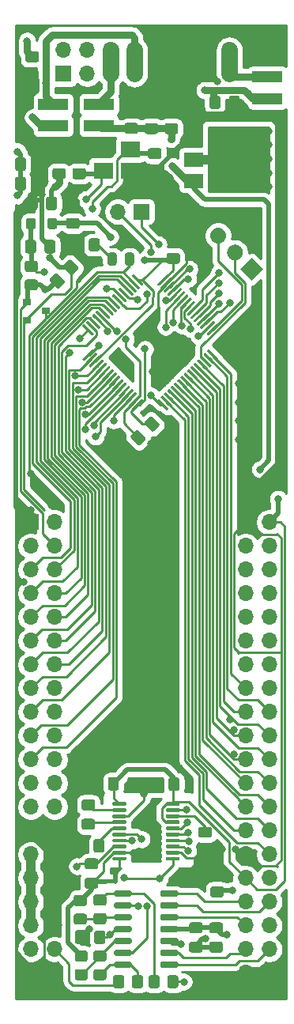
<source format=gbr>
%TF.GenerationSoftware,KiCad,Pcbnew,5.1.9+dfsg1-1*%
%TF.CreationDate,2021-03-03T14:05:15+01:00*%
%TF.ProjectId,rootcore,726f6f74-636f-4726-952e-6b696361645f,rev?*%
%TF.SameCoordinates,Original*%
%TF.FileFunction,Copper,L1,Top*%
%TF.FilePolarity,Positive*%
%FSLAX46Y46*%
G04 Gerber Fmt 4.6, Leading zero omitted, Abs format (unit mm)*
G04 Created by KiCad (PCBNEW 5.1.9+dfsg1-1) date 2021-03-03 14:05:15*
%MOMM*%
%LPD*%
G01*
G04 APERTURE LIST*
%TA.AperFunction,EtchedComponent*%
%ADD10C,0.100000*%
%TD*%
%TA.AperFunction,SMDPad,CuDef*%
%ADD11R,3.200000X1.300000*%
%TD*%
%TA.AperFunction,SMDPad,CuDef*%
%ADD12R,2.100000X1.800000*%
%TD*%
%TA.AperFunction,SMDPad,CuDef*%
%ADD13C,0.500000*%
%TD*%
%TA.AperFunction,SMDPad,CuDef*%
%ADD14R,0.900000X0.800000*%
%TD*%
%TA.AperFunction,ComponentPad*%
%ADD15R,1.700000X1.700000*%
%TD*%
%TA.AperFunction,ComponentPad*%
%ADD16O,1.700000X1.700000*%
%TD*%
%TA.AperFunction,SMDPad,CuDef*%
%ADD17R,2.000000X3.800000*%
%TD*%
%TA.AperFunction,SMDPad,CuDef*%
%ADD18R,2.000000X1.500000*%
%TD*%
%TA.AperFunction,ComponentPad*%
%ADD19C,0.100000*%
%TD*%
%TA.AperFunction,ViaPad*%
%ADD20C,0.800000*%
%TD*%
%TA.AperFunction,Conductor*%
%ADD21C,0.250000*%
%TD*%
%TA.AperFunction,Conductor*%
%ADD22C,0.508000*%
%TD*%
%TA.AperFunction,Conductor*%
%ADD23C,1.778000*%
%TD*%
%TA.AperFunction,Conductor*%
%ADD24C,0.762000*%
%TD*%
%TA.AperFunction,Conductor*%
%ADD25C,1.016000*%
%TD*%
%TA.AperFunction,Conductor*%
%ADD26C,0.254000*%
%TD*%
%TA.AperFunction,Conductor*%
%ADD27C,0.100000*%
%TD*%
G04 APERTURE END LIST*
D10*
%TO.C,R1*%
G36*
X23954000Y-46016000D02*
G01*
X23954000Y-47016000D01*
X23454000Y-47016000D01*
X23454000Y-46016000D01*
X23954000Y-46016000D01*
G37*
%TO.C,R9*%
G36*
X30550000Y-118700000D02*
G01*
X31550000Y-118700000D01*
X31550000Y-119200000D01*
X30550000Y-119200000D01*
X30550000Y-118700000D01*
G37*
%TD*%
D11*
%TO.P,L4,2*%
%TO.N,5v*%
X29800000Y-38050000D03*
%TO.P,L4,1*%
%TO.N,5vRAW*%
X29800000Y-35750000D03*
%TD*%
%TO.P,L3,2*%
%TO.N,-12v*%
X47850000Y-35135000D03*
%TO.P,L3,1*%
%TO.N,-12vRAW*%
X47850000Y-32835000D03*
%TD*%
%TO.P,L2,2*%
%TO.N,12v*%
X24900000Y-38065000D03*
%TO.P,L2,1*%
%TO.N,12vRAW*%
X24900000Y-35765000D03*
%TD*%
D12*
%TO.P,Y1,4*%
%TO.N,GND*%
X33175000Y-42875000D03*
%TO.P,Y1,3*%
%TO.N,PF1*%
X30275000Y-42875000D03*
%TO.P,Y1,2*%
%TO.N,GND*%
X30275000Y-40575000D03*
%TO.P,Y1,1*%
%TO.N,PF0*%
X33175000Y-40575000D03*
%TD*%
%TO.P,C19,2*%
%TO.N,-12v*%
%TA.AperFunction,SMDPad,CuDef*%
G36*
G01*
X42812500Y-35075000D02*
X42812500Y-36025000D01*
G75*
G02*
X42562500Y-36275000I-250000J0D01*
G01*
X41887500Y-36275000D01*
G75*
G02*
X41637500Y-36025000I0J250000D01*
G01*
X41637500Y-35075000D01*
G75*
G02*
X41887500Y-34825000I250000J0D01*
G01*
X42562500Y-34825000D01*
G75*
G02*
X42812500Y-35075000I0J-250000D01*
G01*
G37*
%TD.AperFunction*%
%TO.P,C19,1*%
%TO.N,GND*%
%TA.AperFunction,SMDPad,CuDef*%
G36*
G01*
X44887500Y-35075000D02*
X44887500Y-36025000D01*
G75*
G02*
X44637500Y-36275000I-250000J0D01*
G01*
X43962500Y-36275000D01*
G75*
G02*
X43712500Y-36025000I0J250000D01*
G01*
X43712500Y-35075000D01*
G75*
G02*
X43962500Y-34825000I250000J0D01*
G01*
X44637500Y-34825000D01*
G75*
G02*
X44887500Y-35075000I0J-250000D01*
G01*
G37*
%TD.AperFunction*%
%TD*%
%TO.P,L1,2*%
%TO.N,3v3a*%
%TA.AperFunction,SMDPad,CuDef*%
G36*
G01*
X23025000Y-48174999D02*
X23025000Y-48875001D01*
G75*
G02*
X22775001Y-49125000I-249999J0D01*
G01*
X22224999Y-49125000D01*
G75*
G02*
X21975000Y-48875001I0J249999D01*
G01*
X21975000Y-48174999D01*
G75*
G02*
X22224999Y-47925000I249999J0D01*
G01*
X22775001Y-47925000D01*
G75*
G02*
X23025000Y-48174999I0J-249999D01*
G01*
G37*
%TD.AperFunction*%
%TO.P,L1,1*%
%TO.N,3v3*%
%TA.AperFunction,SMDPad,CuDef*%
G36*
G01*
X25325000Y-48174999D02*
X25325000Y-48875001D01*
G75*
G02*
X25075001Y-49125000I-249999J0D01*
G01*
X24524999Y-49125000D01*
G75*
G02*
X24275000Y-48875001I0J249999D01*
G01*
X24275000Y-48174999D01*
G75*
G02*
X24524999Y-47925000I249999J0D01*
G01*
X25075001Y-47925000D01*
G75*
G02*
X25325000Y-48174999I0J-249999D01*
G01*
G37*
%TD.AperFunction*%
%TD*%
%TO.P,C17,2*%
%TO.N,-12v*%
%TA.AperFunction,SMDPad,CuDef*%
G36*
G01*
X24125000Y-46850000D02*
X24125000Y-45900000D01*
G75*
G02*
X24375000Y-45650000I250000J0D01*
G01*
X25050000Y-45650000D01*
G75*
G02*
X25300000Y-45900000I0J-250000D01*
G01*
X25300000Y-46850000D01*
G75*
G02*
X25050000Y-47100000I-250000J0D01*
G01*
X24375000Y-47100000D01*
G75*
G02*
X24125000Y-46850000I0J250000D01*
G01*
G37*
%TD.AperFunction*%
%TO.P,C17,1*%
%TO.N,GND*%
%TA.AperFunction,SMDPad,CuDef*%
G36*
G01*
X22050000Y-46850000D02*
X22050000Y-45900000D01*
G75*
G02*
X22300000Y-45650000I250000J0D01*
G01*
X22975000Y-45650000D01*
G75*
G02*
X23225000Y-45900000I0J-250000D01*
G01*
X23225000Y-46850000D01*
G75*
G02*
X22975000Y-47100000I-250000J0D01*
G01*
X22300000Y-47100000D01*
G75*
G02*
X22050000Y-46850000I0J250000D01*
G01*
G37*
%TD.AperFunction*%
%TD*%
D13*
%TO.P,R1,1*%
%TO.N,GND*%
X23704000Y-46016000D03*
%TO.P,R1,2*%
%TO.N,GNDA*%
X23704000Y-47016000D03*
%TD*%
D14*
%TO.P,U4,3*%
%TO.N,N/C*%
X24100000Y-57900000D03*
%TO.P,U4,2*%
%TO.N,GNDA*%
X22100000Y-58850000D03*
%TO.P,U4,1*%
%TO.N,Ref2v5*%
X22100000Y-56950000D03*
%TD*%
D15*
%TO.P,J3,1*%
%TO.N,N/C*%
X26000000Y-32500000D03*
D16*
%TO.P,J3,2*%
X26000000Y-29960000D03*
%TO.P,J3,3*%
X28540000Y-32500000D03*
%TO.P,J3,4*%
X28540000Y-29960000D03*
%TO.P,J3,5*%
%TO.N,5vRAW*%
X31080000Y-32500000D03*
%TO.P,J3,6*%
X31080000Y-29960000D03*
%TO.P,J3,7*%
%TO.N,12vRAW*%
X33620000Y-32500000D03*
%TO.P,J3,8*%
X33620000Y-29960000D03*
%TO.P,J3,9*%
%TO.N,GND*%
X36160000Y-32500000D03*
%TO.P,J3,10*%
X36160000Y-29960000D03*
%TO.P,J3,11*%
X38700000Y-32500000D03*
%TO.P,J3,12*%
X38700000Y-29960000D03*
%TO.P,J3,13*%
X41240000Y-32500000D03*
%TO.P,J3,14*%
X41240000Y-29960000D03*
%TO.P,J3,15*%
%TO.N,-12vRAW*%
X43780000Y-32500000D03*
%TO.P,J3,16*%
X43780000Y-29960000D03*
%TD*%
D15*
%TO.P,J1,1*%
%TO.N,GND*%
X45500000Y-80500000D03*
D16*
%TO.P,J1,2*%
%TO.N,3v3*%
X48040000Y-80500000D03*
%TO.P,J1,3*%
%TO.N,5v*%
X45500000Y-83040000D03*
%TO.P,J1,4*%
%TO.N,PB9*%
X48040000Y-83040000D03*
%TO.P,J1,5*%
%TO.N,PB3*%
X45500000Y-85580000D03*
%TO.P,J1,6*%
%TO.N,PB8*%
X48040000Y-85580000D03*
%TO.P,J1,7*%
%TO.N,PC12*%
X45500000Y-88120000D03*
%TO.P,J1,8*%
%TO.N,PD2*%
X48040000Y-88120000D03*
%TO.P,J1,9*%
%TO.N,PC10*%
X45500000Y-90660000D03*
%TO.P,J1,10*%
%TO.N,PC11*%
X48040000Y-90660000D03*
%TO.P,J1,11*%
%TO.N,PB4*%
X45500000Y-93200000D03*
%TO.P,J1,12*%
%TO.N,PA15*%
X48040000Y-93200000D03*
%TO.P,J1,13*%
%TO.N,PB6*%
X45500000Y-95740000D03*
%TO.P,J1,14*%
%TO.N,PB5*%
X48040000Y-95740000D03*
%TO.P,J1,15*%
%TO.N,PF7*%
X45500000Y-98280000D03*
%TO.P,J1,16*%
%TO.N,PB7*%
X48040000Y-98280000D03*
%TO.P,J1,17*%
%TO.N,PA12*%
X45500000Y-100820000D03*
%TO.P,J1,18*%
%TO.N,PF6*%
X48040000Y-100820000D03*
%TO.P,J1,19*%
%TO.N,DAC_DIN*%
X45500000Y-103360000D03*
%TO.P,J1,20*%
%TO.N,DAC_LRCK*%
X48040000Y-103360000D03*
%TO.P,J1,21*%
%TO.N,DAC_BCK*%
X45500000Y-105900000D03*
%TO.P,J1,22*%
%TO.N,PA9*%
X48040000Y-105900000D03*
%TO.P,J1,23*%
%TO.N,PC8*%
X45500000Y-108440000D03*
%TO.P,J1,24*%
%TO.N,PC9*%
X48040000Y-108440000D03*
%TO.P,J1,25*%
%TO.N,PC6*%
X45500000Y-110980000D03*
%TO.P,J1,26*%
%TO.N,PC7*%
X48040000Y-110980000D03*
%TO.P,J1,27*%
%TO.N,PB15*%
X45500000Y-113520000D03*
%TO.P,J1,28*%
%TO.N,PD8*%
X48040000Y-113520000D03*
%TO.P,J1,29*%
%TO.N,GND*%
X45500000Y-116060000D03*
%TO.P,J1,30*%
%TO.N,PB14*%
X48040000Y-116060000D03*
%TO.P,J1,31*%
%TO.N,3v3*%
X45500000Y-118600000D03*
%TO.P,J1,32*%
%TO.N,-12v*%
X48040000Y-118600000D03*
%TO.P,J1,33*%
%TO.N,OP1_OUT*%
X45500000Y-121140000D03*
%TO.P,J1,34*%
%TO.N,OP1_INN*%
X48040000Y-121140000D03*
%TO.P,J1,35*%
%TO.N,OP1_INP*%
X45500000Y-123680000D03*
%TO.P,J1,36*%
%TO.N,OP2_INP*%
X48040000Y-123680000D03*
%TO.P,J1,37*%
%TO.N,OP2_INN*%
X45500000Y-126220000D03*
%TO.P,J1,38*%
%TO.N,OP2_OUT*%
X48040000Y-126220000D03*
%TO.P,J1,39*%
%TO.N,GND*%
X45500000Y-128760000D03*
%TO.P,J1,40*%
X48040000Y-128760000D03*
%TD*%
D15*
%TO.P,J2,1*%
%TO.N,GND*%
X22500000Y-80500000D03*
D16*
%TO.P,J2,2*%
%TO.N,-12v*%
X25040000Y-80500000D03*
%TO.P,J2,3*%
%TO.N,12v*%
X22500000Y-83040000D03*
%TO.P,J2,4*%
%TO.N,Ref2v5*%
X25040000Y-83040000D03*
%TO.P,J2,5*%
%TO.N,PC13*%
X22500000Y-85580000D03*
%TO.P,J2,6*%
%TO.N,PC14*%
X25040000Y-85580000D03*
%TO.P,J2,7*%
%TO.N,PC15*%
X22500000Y-88120000D03*
%TO.P,J2,8*%
%TO.N,PC0*%
X25040000Y-88120000D03*
%TO.P,J2,9*%
%TO.N,PC1*%
X22500000Y-90660000D03*
%TO.P,J2,10*%
%TO.N,PC2*%
X25040000Y-90660000D03*
%TO.P,J2,11*%
%TO.N,PC3*%
X22500000Y-93200000D03*
%TO.P,J2,12*%
%TO.N,PA0*%
X25040000Y-93200000D03*
%TO.P,J2,13*%
%TO.N,PA1*%
X22500000Y-95740000D03*
%TO.P,J2,14*%
%TO.N,PA2*%
X25040000Y-95740000D03*
%TO.P,J2,15*%
%TO.N,PA3*%
X22500000Y-98280000D03*
%TO.P,J2,16*%
%TO.N,PA4*%
X25040000Y-98280000D03*
%TO.P,J2,17*%
%TO.N,PA5*%
X22500000Y-100820000D03*
%TO.P,J2,18*%
%TO.N,PA6*%
X25040000Y-100820000D03*
%TO.P,J2,19*%
%TO.N,PA7*%
X22500000Y-103360000D03*
%TO.P,J2,20*%
%TO.N,PC4*%
X25040000Y-103360000D03*
%TO.P,J2,21*%
%TO.N,PC5*%
X22500000Y-105900000D03*
%TO.P,J2,22*%
%TO.N,PB0*%
X25040000Y-105900000D03*
%TO.P,J2,23*%
%TO.N,PB1*%
X22500000Y-108440000D03*
%TO.P,J2,24*%
%TO.N,PB2*%
X25040000Y-108440000D03*
%TO.P,J2,25*%
%TO.N,PE8*%
X22500000Y-110980000D03*
%TO.P,J2,26*%
%TO.N,PE9*%
X25040000Y-110980000D03*
%TO.P,J2,27*%
%TO.N,GND*%
X22500000Y-113520000D03*
%TO.P,J2,28*%
X25040000Y-113520000D03*
%TO.P,J2,29*%
%TO.N,12v*%
X22500000Y-116060000D03*
%TO.P,J2,30*%
%TO.N,GND*%
X25040000Y-116060000D03*
%TO.P,J2,31*%
%TO.N,12v*%
X22500000Y-118600000D03*
%TO.P,J2,32*%
%TO.N,GND*%
X25040000Y-118600000D03*
%TO.P,J2,33*%
%TO.N,12v*%
X22500000Y-121140000D03*
%TO.P,J2,34*%
%TO.N,GND*%
X25040000Y-121140000D03*
%TO.P,J2,35*%
%TO.N,12v*%
X22500000Y-123680000D03*
%TO.P,J2,36*%
%TO.N,GND*%
X25040000Y-123680000D03*
%TO.P,J2,37*%
%TO.N,OUT_R*%
X22500000Y-126220000D03*
%TO.P,J2,38*%
%TO.N,OUT_L*%
X25040000Y-126220000D03*
%TO.P,J2,39*%
%TO.N,GND*%
X22500000Y-128760000D03*
%TO.P,J2,40*%
X25040000Y-128760000D03*
%TD*%
%TO.P,C26,2*%
%TO.N,-12v*%
%TA.AperFunction,SMDPad,CuDef*%
G36*
G01*
X42825000Y-124512500D02*
X41875000Y-124512500D01*
G75*
G02*
X41625000Y-124262500I0J250000D01*
G01*
X41625000Y-123587500D01*
G75*
G02*
X41875000Y-123337500I250000J0D01*
G01*
X42825000Y-123337500D01*
G75*
G02*
X43075000Y-123587500I0J-250000D01*
G01*
X43075000Y-124262500D01*
G75*
G02*
X42825000Y-124512500I-250000J0D01*
G01*
G37*
%TD.AperFunction*%
%TO.P,C26,1*%
%TO.N,12v*%
%TA.AperFunction,SMDPad,CuDef*%
G36*
G01*
X42825000Y-126587500D02*
X41875000Y-126587500D01*
G75*
G02*
X41625000Y-126337500I0J250000D01*
G01*
X41625000Y-125662500D01*
G75*
G02*
X41875000Y-125412500I250000J0D01*
G01*
X42825000Y-125412500D01*
G75*
G02*
X43075000Y-125662500I0J-250000D01*
G01*
X43075000Y-126337500D01*
G75*
G02*
X42825000Y-126587500I-250000J0D01*
G01*
G37*
%TD.AperFunction*%
%TD*%
%TO.P,C25,2*%
%TO.N,-12v*%
%TA.AperFunction,SMDPad,CuDef*%
G36*
G01*
X40650000Y-124512500D02*
X39700000Y-124512500D01*
G75*
G02*
X39450000Y-124262500I0J250000D01*
G01*
X39450000Y-123587500D01*
G75*
G02*
X39700000Y-123337500I250000J0D01*
G01*
X40650000Y-123337500D01*
G75*
G02*
X40900000Y-123587500I0J-250000D01*
G01*
X40900000Y-124262500D01*
G75*
G02*
X40650000Y-124512500I-250000J0D01*
G01*
G37*
%TD.AperFunction*%
%TO.P,C25,1*%
%TO.N,12v*%
%TA.AperFunction,SMDPad,CuDef*%
G36*
G01*
X40650000Y-126587500D02*
X39700000Y-126587500D01*
G75*
G02*
X39450000Y-126337500I0J250000D01*
G01*
X39450000Y-125662500D01*
G75*
G02*
X39700000Y-125412500I250000J0D01*
G01*
X40650000Y-125412500D01*
G75*
G02*
X40900000Y-125662500I0J-250000D01*
G01*
X40900000Y-126337500D01*
G75*
G02*
X40650000Y-126587500I-250000J0D01*
G01*
G37*
%TD.AperFunction*%
%TD*%
%TO.P,C6,2*%
%TO.N,GNDA*%
%TA.AperFunction,SMDPad,CuDef*%
G36*
G01*
X26720450Y-53951301D02*
X26048699Y-53279550D01*
G75*
G02*
X26048699Y-52925996I176777J176777D01*
G01*
X26525996Y-52448699D01*
G75*
G02*
X26879550Y-52448699I176777J-176777D01*
G01*
X27551301Y-53120450D01*
G75*
G02*
X27551301Y-53474004I-176777J-176777D01*
G01*
X27074004Y-53951301D01*
G75*
G02*
X26720450Y-53951301I-176777J176777D01*
G01*
G37*
%TD.AperFunction*%
%TO.P,C6,1*%
%TO.N,Ref2v5*%
%TA.AperFunction,SMDPad,CuDef*%
G36*
G01*
X25253204Y-55418547D02*
X24581453Y-54746796D01*
G75*
G02*
X24581453Y-54393242I176777J176777D01*
G01*
X25058750Y-53915945D01*
G75*
G02*
X25412304Y-53915945I176777J-176777D01*
G01*
X26084055Y-54587696D01*
G75*
G02*
X26084055Y-54941250I-176777J-176777D01*
G01*
X25606758Y-55418547D01*
G75*
G02*
X25253204Y-55418547I-176777J176777D01*
G01*
G37*
%TD.AperFunction*%
%TD*%
%TO.P,R10,2*%
%TO.N,GND*%
%TA.AperFunction,SMDPad,CuDef*%
G36*
G01*
X27900000Y-50349999D02*
X27900000Y-51250001D01*
G75*
G02*
X27650001Y-51500000I-249999J0D01*
G01*
X26949999Y-51500000D01*
G75*
G02*
X26700000Y-51250001I0J249999D01*
G01*
X26700000Y-50349999D01*
G75*
G02*
X26949999Y-50100000I249999J0D01*
G01*
X27650001Y-50100000D01*
G75*
G02*
X27900000Y-50349999I0J-249999D01*
G01*
G37*
%TD.AperFunction*%
%TO.P,R10,1*%
%TO.N,Net-(D1-Pad1)*%
%TA.AperFunction,SMDPad,CuDef*%
G36*
G01*
X29900000Y-50349999D02*
X29900000Y-51250001D01*
G75*
G02*
X29650001Y-51500000I-249999J0D01*
G01*
X28949999Y-51500000D01*
G75*
G02*
X28700000Y-51250001I0J249999D01*
G01*
X28700000Y-50349999D01*
G75*
G02*
X28949999Y-50100000I249999J0D01*
G01*
X29650001Y-50100000D01*
G75*
G02*
X29900000Y-50349999I0J-249999D01*
G01*
G37*
%TD.AperFunction*%
%TD*%
%TO.P,D1,2*%
%TO.N,PC13*%
%TA.AperFunction,SMDPad,CuDef*%
G36*
G01*
X32587500Y-52781250D02*
X32587500Y-51868750D01*
G75*
G02*
X32831250Y-51625000I243750J0D01*
G01*
X33318750Y-51625000D01*
G75*
G02*
X33562500Y-51868750I0J-243750D01*
G01*
X33562500Y-52781250D01*
G75*
G02*
X33318750Y-53025000I-243750J0D01*
G01*
X32831250Y-53025000D01*
G75*
G02*
X32587500Y-52781250I0J243750D01*
G01*
G37*
%TD.AperFunction*%
%TO.P,D1,1*%
%TO.N,Net-(D1-Pad1)*%
%TA.AperFunction,SMDPad,CuDef*%
G36*
G01*
X30712500Y-52781250D02*
X30712500Y-51868750D01*
G75*
G02*
X30956250Y-51625000I243750J0D01*
G01*
X31443750Y-51625000D01*
G75*
G02*
X31687500Y-51868750I0J-243750D01*
G01*
X31687500Y-52781250D01*
G75*
G02*
X31443750Y-53025000I-243750J0D01*
G01*
X30956250Y-53025000D01*
G75*
G02*
X30712500Y-52781250I0J243750D01*
G01*
G37*
%TD.AperFunction*%
%TD*%
%TO.P,C24,2*%
%TO.N,GND*%
%TA.AperFunction,SMDPad,CuDef*%
G36*
G01*
X38025000Y-36875000D02*
X37075000Y-36875000D01*
G75*
G02*
X36825000Y-36625000I0J250000D01*
G01*
X36825000Y-35950000D01*
G75*
G02*
X37075000Y-35700000I250000J0D01*
G01*
X38025000Y-35700000D01*
G75*
G02*
X38275000Y-35950000I0J-250000D01*
G01*
X38275000Y-36625000D01*
G75*
G02*
X38025000Y-36875000I-250000J0D01*
G01*
G37*
%TD.AperFunction*%
%TO.P,C24,1*%
%TO.N,5v*%
%TA.AperFunction,SMDPad,CuDef*%
G36*
G01*
X38025000Y-38950000D02*
X37075000Y-38950000D01*
G75*
G02*
X36825000Y-38700000I0J250000D01*
G01*
X36825000Y-38025000D01*
G75*
G02*
X37075000Y-37775000I250000J0D01*
G01*
X38025000Y-37775000D01*
G75*
G02*
X38275000Y-38025000I0J-250000D01*
G01*
X38275000Y-38700000D01*
G75*
G02*
X38025000Y-38950000I-250000J0D01*
G01*
G37*
%TD.AperFunction*%
%TD*%
%TO.P,C23,2*%
%TO.N,GND*%
%TA.AperFunction,SMDPad,CuDef*%
G36*
G01*
X35900000Y-36862500D02*
X34950000Y-36862500D01*
G75*
G02*
X34700000Y-36612500I0J250000D01*
G01*
X34700000Y-35937500D01*
G75*
G02*
X34950000Y-35687500I250000J0D01*
G01*
X35900000Y-35687500D01*
G75*
G02*
X36150000Y-35937500I0J-250000D01*
G01*
X36150000Y-36612500D01*
G75*
G02*
X35900000Y-36862500I-250000J0D01*
G01*
G37*
%TD.AperFunction*%
%TO.P,C23,1*%
%TO.N,5v*%
%TA.AperFunction,SMDPad,CuDef*%
G36*
G01*
X35900000Y-38937500D02*
X34950000Y-38937500D01*
G75*
G02*
X34700000Y-38687500I0J250000D01*
G01*
X34700000Y-38012500D01*
G75*
G02*
X34950000Y-37762500I250000J0D01*
G01*
X35900000Y-37762500D01*
G75*
G02*
X36150000Y-38012500I0J-250000D01*
G01*
X36150000Y-38687500D01*
G75*
G02*
X35900000Y-38937500I-250000J0D01*
G01*
G37*
%TD.AperFunction*%
%TD*%
%TO.P,C22,2*%
%TO.N,GND*%
%TA.AperFunction,SMDPad,CuDef*%
G36*
G01*
X33750000Y-36837500D02*
X32800000Y-36837500D01*
G75*
G02*
X32550000Y-36587500I0J250000D01*
G01*
X32550000Y-35912500D01*
G75*
G02*
X32800000Y-35662500I250000J0D01*
G01*
X33750000Y-35662500D01*
G75*
G02*
X34000000Y-35912500I0J-250000D01*
G01*
X34000000Y-36587500D01*
G75*
G02*
X33750000Y-36837500I-250000J0D01*
G01*
G37*
%TD.AperFunction*%
%TO.P,C22,1*%
%TO.N,5v*%
%TA.AperFunction,SMDPad,CuDef*%
G36*
G01*
X33750000Y-38912500D02*
X32800000Y-38912500D01*
G75*
G02*
X32550000Y-38662500I0J250000D01*
G01*
X32550000Y-37987500D01*
G75*
G02*
X32800000Y-37737500I250000J0D01*
G01*
X33750000Y-37737500D01*
G75*
G02*
X34000000Y-37987500I0J-250000D01*
G01*
X34000000Y-38662500D01*
G75*
G02*
X33750000Y-38912500I-250000J0D01*
G01*
G37*
%TD.AperFunction*%
%TD*%
%TO.P,C21,2*%
%TO.N,-12v*%
%TA.AperFunction,SMDPad,CuDef*%
G36*
G01*
X25050000Y-42587500D02*
X26000000Y-42587500D01*
G75*
G02*
X26250000Y-42837500I0J-250000D01*
G01*
X26250000Y-43512500D01*
G75*
G02*
X26000000Y-43762500I-250000J0D01*
G01*
X25050000Y-43762500D01*
G75*
G02*
X24800000Y-43512500I0J250000D01*
G01*
X24800000Y-42837500D01*
G75*
G02*
X25050000Y-42587500I250000J0D01*
G01*
G37*
%TD.AperFunction*%
%TO.P,C21,1*%
%TO.N,GND*%
%TA.AperFunction,SMDPad,CuDef*%
G36*
G01*
X25050000Y-40512500D02*
X26000000Y-40512500D01*
G75*
G02*
X26250000Y-40762500I0J-250000D01*
G01*
X26250000Y-41437500D01*
G75*
G02*
X26000000Y-41687500I-250000J0D01*
G01*
X25050000Y-41687500D01*
G75*
G02*
X24800000Y-41437500I0J250000D01*
G01*
X24800000Y-40762500D01*
G75*
G02*
X25050000Y-40512500I250000J0D01*
G01*
G37*
%TD.AperFunction*%
%TD*%
%TO.P,C20,2*%
%TO.N,GND*%
%TA.AperFunction,SMDPad,CuDef*%
G36*
G01*
X22875000Y-44725000D02*
X22875000Y-43775000D01*
G75*
G02*
X23125000Y-43525000I250000J0D01*
G01*
X23800000Y-43525000D01*
G75*
G02*
X24050000Y-43775000I0J-250000D01*
G01*
X24050000Y-44725000D01*
G75*
G02*
X23800000Y-44975000I-250000J0D01*
G01*
X23125000Y-44975000D01*
G75*
G02*
X22875000Y-44725000I0J250000D01*
G01*
G37*
%TD.AperFunction*%
%TO.P,C20,1*%
%TO.N,12v*%
%TA.AperFunction,SMDPad,CuDef*%
G36*
G01*
X20800000Y-44725000D02*
X20800000Y-43775000D01*
G75*
G02*
X21050000Y-43525000I250000J0D01*
G01*
X21725000Y-43525000D01*
G75*
G02*
X21975000Y-43775000I0J-250000D01*
G01*
X21975000Y-44725000D01*
G75*
G02*
X21725000Y-44975000I-250000J0D01*
G01*
X21050000Y-44975000D01*
G75*
G02*
X20800000Y-44725000I0J250000D01*
G01*
G37*
%TD.AperFunction*%
%TD*%
D13*
%TO.P,R9,2*%
%TO.N,GND*%
X31550000Y-118950000D03*
%TO.P,R9,1*%
%TO.N,GNDS*%
X30550000Y-118950000D03*
%TD*%
%TO.P,R8,2*%
%TO.N,OUT_R*%
%TA.AperFunction,SMDPad,CuDef*%
G36*
G01*
X37112000Y-130148001D02*
X37112000Y-129247999D01*
G75*
G02*
X37361999Y-128998000I249999J0D01*
G01*
X38062001Y-128998000D01*
G75*
G02*
X38312000Y-129247999I0J-249999D01*
G01*
X38312000Y-130148001D01*
G75*
G02*
X38062001Y-130398000I-249999J0D01*
G01*
X37361999Y-130398000D01*
G75*
G02*
X37112000Y-130148001I0J249999D01*
G01*
G37*
%TD.AperFunction*%
%TO.P,R8,1*%
%TO.N,Net-(R7-Pad2)*%
%TA.AperFunction,SMDPad,CuDef*%
G36*
G01*
X35112000Y-130148001D02*
X35112000Y-129247999D01*
G75*
G02*
X35361999Y-128998000I249999J0D01*
G01*
X36062001Y-128998000D01*
G75*
G02*
X36312000Y-129247999I0J-249999D01*
G01*
X36312000Y-130148001D01*
G75*
G02*
X36062001Y-130398000I-249999J0D01*
G01*
X35361999Y-130398000D01*
G75*
G02*
X35112000Y-130148001I0J249999D01*
G01*
G37*
%TD.AperFunction*%
%TD*%
%TO.P,R7,2*%
%TO.N,Net-(R7-Pad2)*%
%TA.AperFunction,SMDPad,CuDef*%
G36*
G01*
X30350001Y-121550000D02*
X29449999Y-121550000D01*
G75*
G02*
X29200000Y-121300001I0J249999D01*
G01*
X29200000Y-120599999D01*
G75*
G02*
X29449999Y-120350000I249999J0D01*
G01*
X30350001Y-120350000D01*
G75*
G02*
X30600000Y-120599999I0J-249999D01*
G01*
X30600000Y-121300001D01*
G75*
G02*
X30350001Y-121550000I-249999J0D01*
G01*
G37*
%TD.AperFunction*%
%TO.P,R7,1*%
%TO.N,Net-(R6-Pad1)*%
%TA.AperFunction,SMDPad,CuDef*%
G36*
G01*
X30350001Y-123550000D02*
X29449999Y-123550000D01*
G75*
G02*
X29200000Y-123300001I0J249999D01*
G01*
X29200000Y-122599999D01*
G75*
G02*
X29449999Y-122350000I249999J0D01*
G01*
X30350001Y-122350000D01*
G75*
G02*
X30600000Y-122599999I0J-249999D01*
G01*
X30600000Y-123300001D01*
G75*
G02*
X30350001Y-123550000I-249999J0D01*
G01*
G37*
%TD.AperFunction*%
%TD*%
%TO.P,R6,2*%
%TO.N,GNDS*%
%TA.AperFunction,SMDPad,CuDef*%
G36*
G01*
X28250001Y-121600000D02*
X27349999Y-121600000D01*
G75*
G02*
X27100000Y-121350001I0J249999D01*
G01*
X27100000Y-120649999D01*
G75*
G02*
X27349999Y-120400000I249999J0D01*
G01*
X28250001Y-120400000D01*
G75*
G02*
X28500000Y-120649999I0J-249999D01*
G01*
X28500000Y-121350001D01*
G75*
G02*
X28250001Y-121600000I-249999J0D01*
G01*
G37*
%TD.AperFunction*%
%TO.P,R6,1*%
%TO.N,Net-(R6-Pad1)*%
%TA.AperFunction,SMDPad,CuDef*%
G36*
G01*
X28250001Y-123600000D02*
X27349999Y-123600000D01*
G75*
G02*
X27100000Y-123350001I0J249999D01*
G01*
X27100000Y-122649999D01*
G75*
G02*
X27349999Y-122400000I249999J0D01*
G01*
X28250001Y-122400000D01*
G75*
G02*
X28500000Y-122649999I0J-249999D01*
G01*
X28500000Y-123350001D01*
G75*
G02*
X28250001Y-123600000I-249999J0D01*
G01*
G37*
%TD.AperFunction*%
%TD*%
%TO.P,R5,2*%
%TO.N,OUT_L*%
%TA.AperFunction,SMDPad,CuDef*%
G36*
G01*
X32518000Y-129247999D02*
X32518000Y-130148001D01*
G75*
G02*
X32268001Y-130398000I-249999J0D01*
G01*
X31567999Y-130398000D01*
G75*
G02*
X31318000Y-130148001I0J249999D01*
G01*
X31318000Y-129247999D01*
G75*
G02*
X31567999Y-128998000I249999J0D01*
G01*
X32268001Y-128998000D01*
G75*
G02*
X32518000Y-129247999I0J-249999D01*
G01*
G37*
%TD.AperFunction*%
%TO.P,R5,1*%
%TO.N,Net-(R4-Pad2)*%
%TA.AperFunction,SMDPad,CuDef*%
G36*
G01*
X34518000Y-129247999D02*
X34518000Y-130148001D01*
G75*
G02*
X34268001Y-130398000I-249999J0D01*
G01*
X33567999Y-130398000D01*
G75*
G02*
X33318000Y-130148001I0J249999D01*
G01*
X33318000Y-129247999D01*
G75*
G02*
X33567999Y-128998000I249999J0D01*
G01*
X34268001Y-128998000D01*
G75*
G02*
X34518000Y-129247999I0J-249999D01*
G01*
G37*
%TD.AperFunction*%
%TD*%
%TO.P,R4,2*%
%TO.N,Net-(R4-Pad2)*%
%TA.AperFunction,SMDPad,CuDef*%
G36*
G01*
X29449999Y-128350000D02*
X30350001Y-128350000D01*
G75*
G02*
X30600000Y-128599999I0J-249999D01*
G01*
X30600000Y-129300001D01*
G75*
G02*
X30350001Y-129550000I-249999J0D01*
G01*
X29449999Y-129550000D01*
G75*
G02*
X29200000Y-129300001I0J249999D01*
G01*
X29200000Y-128599999D01*
G75*
G02*
X29449999Y-128350000I249999J0D01*
G01*
G37*
%TD.AperFunction*%
%TO.P,R4,1*%
%TO.N,Net-(R3-Pad1)*%
%TA.AperFunction,SMDPad,CuDef*%
G36*
G01*
X29449999Y-126350000D02*
X30350001Y-126350000D01*
G75*
G02*
X30600000Y-126599999I0J-249999D01*
G01*
X30600000Y-127300001D01*
G75*
G02*
X30350001Y-127550000I-249999J0D01*
G01*
X29449999Y-127550000D01*
G75*
G02*
X29200000Y-127300001I0J249999D01*
G01*
X29200000Y-126599999D01*
G75*
G02*
X29449999Y-126350000I249999J0D01*
G01*
G37*
%TD.AperFunction*%
%TD*%
%TO.P,R3,2*%
%TO.N,GNDS*%
%TA.AperFunction,SMDPad,CuDef*%
G36*
G01*
X28350001Y-127550000D02*
X27449999Y-127550000D01*
G75*
G02*
X27200000Y-127300001I0J249999D01*
G01*
X27200000Y-126599999D01*
G75*
G02*
X27449999Y-126350000I249999J0D01*
G01*
X28350001Y-126350000D01*
G75*
G02*
X28600000Y-126599999I0J-249999D01*
G01*
X28600000Y-127300001D01*
G75*
G02*
X28350001Y-127550000I-249999J0D01*
G01*
G37*
%TD.AperFunction*%
%TO.P,R3,1*%
%TO.N,Net-(R3-Pad1)*%
%TA.AperFunction,SMDPad,CuDef*%
G36*
G01*
X28350001Y-129550000D02*
X27449999Y-129550000D01*
G75*
G02*
X27200000Y-129300001I0J249999D01*
G01*
X27200000Y-128599999D01*
G75*
G02*
X27449999Y-128350000I249999J0D01*
G01*
X28350001Y-128350000D01*
G75*
G02*
X28600000Y-128599999I0J-249999D01*
G01*
X28600000Y-129300001D01*
G75*
G02*
X28350001Y-129550000I-249999J0D01*
G01*
G37*
%TD.AperFunction*%
%TD*%
%TO.P,C18,2*%
%TO.N,GND*%
%TA.AperFunction,SMDPad,CuDef*%
G36*
G01*
X22887500Y-42645000D02*
X22887500Y-41695000D01*
G75*
G02*
X23137500Y-41445000I250000J0D01*
G01*
X23812500Y-41445000D01*
G75*
G02*
X24062500Y-41695000I0J-250000D01*
G01*
X24062500Y-42645000D01*
G75*
G02*
X23812500Y-42895000I-250000J0D01*
G01*
X23137500Y-42895000D01*
G75*
G02*
X22887500Y-42645000I0J250000D01*
G01*
G37*
%TD.AperFunction*%
%TO.P,C18,1*%
%TO.N,12v*%
%TA.AperFunction,SMDPad,CuDef*%
G36*
G01*
X20812500Y-42645000D02*
X20812500Y-41695000D01*
G75*
G02*
X21062500Y-41445000I250000J0D01*
G01*
X21737500Y-41445000D01*
G75*
G02*
X21987500Y-41695000I0J-250000D01*
G01*
X21987500Y-42645000D01*
G75*
G02*
X21737500Y-42895000I-250000J0D01*
G01*
X21062500Y-42895000D01*
G75*
G02*
X20812500Y-42645000I0J250000D01*
G01*
G37*
%TD.AperFunction*%
%TD*%
%TO.P,C16,2*%
%TO.N,GND*%
%TA.AperFunction,SMDPad,CuDef*%
G36*
G01*
X22175000Y-32162500D02*
X23125000Y-32162500D01*
G75*
G02*
X23375000Y-32412500I0J-250000D01*
G01*
X23375000Y-33087500D01*
G75*
G02*
X23125000Y-33337500I-250000J0D01*
G01*
X22175000Y-33337500D01*
G75*
G02*
X21925000Y-33087500I0J250000D01*
G01*
X21925000Y-32412500D01*
G75*
G02*
X22175000Y-32162500I250000J0D01*
G01*
G37*
%TD.AperFunction*%
%TO.P,C16,1*%
%TO.N,12v*%
%TA.AperFunction,SMDPad,CuDef*%
G36*
G01*
X22175000Y-30087500D02*
X23125000Y-30087500D01*
G75*
G02*
X23375000Y-30337500I0J-250000D01*
G01*
X23375000Y-31012500D01*
G75*
G02*
X23125000Y-31262500I-250000J0D01*
G01*
X22175000Y-31262500D01*
G75*
G02*
X21925000Y-31012500I0J250000D01*
G01*
X21925000Y-30337500D01*
G75*
G02*
X22175000Y-30087500I250000J0D01*
G01*
G37*
%TD.AperFunction*%
%TD*%
%TO.P,C15,2*%
%TO.N,-12v*%
%TA.AperFunction,SMDPad,CuDef*%
G36*
G01*
X41975000Y-119487500D02*
X42925000Y-119487500D01*
G75*
G02*
X43175000Y-119737500I0J-250000D01*
G01*
X43175000Y-120412500D01*
G75*
G02*
X42925000Y-120662500I-250000J0D01*
G01*
X41975000Y-120662500D01*
G75*
G02*
X41725000Y-120412500I0J250000D01*
G01*
X41725000Y-119737500D01*
G75*
G02*
X41975000Y-119487500I250000J0D01*
G01*
G37*
%TD.AperFunction*%
%TO.P,C15,1*%
%TO.N,GND*%
%TA.AperFunction,SMDPad,CuDef*%
G36*
G01*
X41975000Y-117412500D02*
X42925000Y-117412500D01*
G75*
G02*
X43175000Y-117662500I0J-250000D01*
G01*
X43175000Y-118337500D01*
G75*
G02*
X42925000Y-118587500I-250000J0D01*
G01*
X41975000Y-118587500D01*
G75*
G02*
X41725000Y-118337500I0J250000D01*
G01*
X41725000Y-117662500D01*
G75*
G02*
X41975000Y-117412500I250000J0D01*
G01*
G37*
%TD.AperFunction*%
%TD*%
%TO.P,C14,2*%
%TO.N,GND*%
%TA.AperFunction,SMDPad,CuDef*%
G36*
G01*
X28400000Y-124475000D02*
X28400000Y-125425000D01*
G75*
G02*
X28150000Y-125675000I-250000J0D01*
G01*
X27475000Y-125675000D01*
G75*
G02*
X27225000Y-125425000I0J250000D01*
G01*
X27225000Y-124475000D01*
G75*
G02*
X27475000Y-124225000I250000J0D01*
G01*
X28150000Y-124225000D01*
G75*
G02*
X28400000Y-124475000I0J-250000D01*
G01*
G37*
%TD.AperFunction*%
%TO.P,C14,1*%
%TO.N,12v*%
%TA.AperFunction,SMDPad,CuDef*%
G36*
G01*
X30475000Y-124475000D02*
X30475000Y-125425000D01*
G75*
G02*
X30225000Y-125675000I-250000J0D01*
G01*
X29550000Y-125675000D01*
G75*
G02*
X29300000Y-125425000I0J250000D01*
G01*
X29300000Y-124475000D01*
G75*
G02*
X29550000Y-124225000I250000J0D01*
G01*
X30225000Y-124225000D01*
G75*
G02*
X30475000Y-124475000I0J-250000D01*
G01*
G37*
%TD.AperFunction*%
%TD*%
%TO.P,C13,2*%
%TO.N,GND*%
%TA.AperFunction,SMDPad,CuDef*%
G36*
G01*
X40700000Y-115187500D02*
X41650000Y-115187500D01*
G75*
G02*
X41900000Y-115437500I0J-250000D01*
G01*
X41900000Y-116112500D01*
G75*
G02*
X41650000Y-116362500I-250000J0D01*
G01*
X40700000Y-116362500D01*
G75*
G02*
X40450000Y-116112500I0J250000D01*
G01*
X40450000Y-115437500D01*
G75*
G02*
X40700000Y-115187500I250000J0D01*
G01*
G37*
%TD.AperFunction*%
%TO.P,C13,1*%
%TO.N,Net-(C13-Pad1)*%
%TA.AperFunction,SMDPad,CuDef*%
G36*
G01*
X40700000Y-113112500D02*
X41650000Y-113112500D01*
G75*
G02*
X41900000Y-113362500I0J-250000D01*
G01*
X41900000Y-114037500D01*
G75*
G02*
X41650000Y-114287500I-250000J0D01*
G01*
X40700000Y-114287500D01*
G75*
G02*
X40450000Y-114037500I0J250000D01*
G01*
X40450000Y-113362500D01*
G75*
G02*
X40700000Y-113112500I250000J0D01*
G01*
G37*
%TD.AperFunction*%
%TD*%
%TO.P,U5,20*%
%TO.N,3v3*%
%TA.AperFunction,SMDPad,CuDef*%
G36*
G01*
X36975000Y-110775000D02*
X36975000Y-110575000D01*
G75*
G02*
X37075000Y-110475000I100000J0D01*
G01*
X38350000Y-110475000D01*
G75*
G02*
X38450000Y-110575000I0J-100000D01*
G01*
X38450000Y-110775000D01*
G75*
G02*
X38350000Y-110875000I-100000J0D01*
G01*
X37075000Y-110875000D01*
G75*
G02*
X36975000Y-110775000I0J100000D01*
G01*
G37*
%TD.AperFunction*%
%TO.P,U5,19*%
%TO.N,GND*%
%TA.AperFunction,SMDPad,CuDef*%
G36*
G01*
X36975000Y-111425000D02*
X36975000Y-111225000D01*
G75*
G02*
X37075000Y-111125000I100000J0D01*
G01*
X38350000Y-111125000D01*
G75*
G02*
X38450000Y-111225000I0J-100000D01*
G01*
X38450000Y-111425000D01*
G75*
G02*
X38350000Y-111525000I-100000J0D01*
G01*
X37075000Y-111525000D01*
G75*
G02*
X36975000Y-111425000I0J100000D01*
G01*
G37*
%TD.AperFunction*%
%TO.P,U5,18*%
%TO.N,Net-(C13-Pad1)*%
%TA.AperFunction,SMDPad,CuDef*%
G36*
G01*
X36975000Y-112075000D02*
X36975000Y-111875000D01*
G75*
G02*
X37075000Y-111775000I100000J0D01*
G01*
X38350000Y-111775000D01*
G75*
G02*
X38450000Y-111875000I0J-100000D01*
G01*
X38450000Y-112075000D01*
G75*
G02*
X38350000Y-112175000I-100000J0D01*
G01*
X37075000Y-112175000D01*
G75*
G02*
X36975000Y-112075000I0J100000D01*
G01*
G37*
%TD.AperFunction*%
%TO.P,U5,17*%
%TO.N,3v3*%
%TA.AperFunction,SMDPad,CuDef*%
G36*
G01*
X36975000Y-112725000D02*
X36975000Y-112525000D01*
G75*
G02*
X37075000Y-112425000I100000J0D01*
G01*
X38350000Y-112425000D01*
G75*
G02*
X38450000Y-112525000I0J-100000D01*
G01*
X38450000Y-112725000D01*
G75*
G02*
X38350000Y-112825000I-100000J0D01*
G01*
X37075000Y-112825000D01*
G75*
G02*
X36975000Y-112725000I0J100000D01*
G01*
G37*
%TD.AperFunction*%
%TO.P,U5,16*%
%TO.N,GND*%
%TA.AperFunction,SMDPad,CuDef*%
G36*
G01*
X36975000Y-113375000D02*
X36975000Y-113175000D01*
G75*
G02*
X37075000Y-113075000I100000J0D01*
G01*
X38350000Y-113075000D01*
G75*
G02*
X38450000Y-113175000I0J-100000D01*
G01*
X38450000Y-113375000D01*
G75*
G02*
X38350000Y-113475000I-100000J0D01*
G01*
X37075000Y-113475000D01*
G75*
G02*
X36975000Y-113375000I0J100000D01*
G01*
G37*
%TD.AperFunction*%
%TO.P,U5,15*%
%TO.N,DAC_LRCK*%
%TA.AperFunction,SMDPad,CuDef*%
G36*
G01*
X36975000Y-114025000D02*
X36975000Y-113825000D01*
G75*
G02*
X37075000Y-113725000I100000J0D01*
G01*
X38350000Y-113725000D01*
G75*
G02*
X38450000Y-113825000I0J-100000D01*
G01*
X38450000Y-114025000D01*
G75*
G02*
X38350000Y-114125000I-100000J0D01*
G01*
X37075000Y-114125000D01*
G75*
G02*
X36975000Y-114025000I0J100000D01*
G01*
G37*
%TD.AperFunction*%
%TO.P,U5,14*%
%TO.N,DAC_DIN*%
%TA.AperFunction,SMDPad,CuDef*%
G36*
G01*
X36975000Y-114675000D02*
X36975000Y-114475000D01*
G75*
G02*
X37075000Y-114375000I100000J0D01*
G01*
X38350000Y-114375000D01*
G75*
G02*
X38450000Y-114475000I0J-100000D01*
G01*
X38450000Y-114675000D01*
G75*
G02*
X38350000Y-114775000I-100000J0D01*
G01*
X37075000Y-114775000D01*
G75*
G02*
X36975000Y-114675000I0J100000D01*
G01*
G37*
%TD.AperFunction*%
%TO.P,U5,13*%
%TO.N,DAC_BCK*%
%TA.AperFunction,SMDPad,CuDef*%
G36*
G01*
X36975000Y-115325000D02*
X36975000Y-115125000D01*
G75*
G02*
X37075000Y-115025000I100000J0D01*
G01*
X38350000Y-115025000D01*
G75*
G02*
X38450000Y-115125000I0J-100000D01*
G01*
X38450000Y-115325000D01*
G75*
G02*
X38350000Y-115425000I-100000J0D01*
G01*
X37075000Y-115425000D01*
G75*
G02*
X36975000Y-115325000I0J100000D01*
G01*
G37*
%TD.AperFunction*%
%TO.P,U5,12*%
%TO.N,GND*%
%TA.AperFunction,SMDPad,CuDef*%
G36*
G01*
X36975000Y-115975000D02*
X36975000Y-115775000D01*
G75*
G02*
X37075000Y-115675000I100000J0D01*
G01*
X38350000Y-115675000D01*
G75*
G02*
X38450000Y-115775000I0J-100000D01*
G01*
X38450000Y-115975000D01*
G75*
G02*
X38350000Y-116075000I-100000J0D01*
G01*
X37075000Y-116075000D01*
G75*
G02*
X36975000Y-115975000I0J100000D01*
G01*
G37*
%TD.AperFunction*%
%TO.P,U5,11*%
%TO.N,3v3*%
%TA.AperFunction,SMDPad,CuDef*%
G36*
G01*
X36975000Y-116625000D02*
X36975000Y-116425000D01*
G75*
G02*
X37075000Y-116325000I100000J0D01*
G01*
X38350000Y-116325000D01*
G75*
G02*
X38450000Y-116425000I0J-100000D01*
G01*
X38450000Y-116625000D01*
G75*
G02*
X38350000Y-116725000I-100000J0D01*
G01*
X37075000Y-116725000D01*
G75*
G02*
X36975000Y-116625000I0J100000D01*
G01*
G37*
%TD.AperFunction*%
%TO.P,U5,10*%
%TO.N,GND*%
%TA.AperFunction,SMDPad,CuDef*%
G36*
G01*
X31250000Y-116625000D02*
X31250000Y-116425000D01*
G75*
G02*
X31350000Y-116325000I100000J0D01*
G01*
X32625000Y-116325000D01*
G75*
G02*
X32725000Y-116425000I0J-100000D01*
G01*
X32725000Y-116625000D01*
G75*
G02*
X32625000Y-116725000I-100000J0D01*
G01*
X31350000Y-116725000D01*
G75*
G02*
X31250000Y-116625000I0J100000D01*
G01*
G37*
%TD.AperFunction*%
%TO.P,U5,9*%
%TO.N,GNDS*%
%TA.AperFunction,SMDPad,CuDef*%
G36*
G01*
X31250000Y-115975000D02*
X31250000Y-115775000D01*
G75*
G02*
X31350000Y-115675000I100000J0D01*
G01*
X32625000Y-115675000D01*
G75*
G02*
X32725000Y-115775000I0J-100000D01*
G01*
X32725000Y-115975000D01*
G75*
G02*
X32625000Y-116075000I-100000J0D01*
G01*
X31350000Y-116075000D01*
G75*
G02*
X31250000Y-115975000I0J100000D01*
G01*
G37*
%TD.AperFunction*%
%TO.P,U5,8*%
%TO.N,3v3*%
%TA.AperFunction,SMDPad,CuDef*%
G36*
G01*
X31250000Y-115325000D02*
X31250000Y-115125000D01*
G75*
G02*
X31350000Y-115025000I100000J0D01*
G01*
X32625000Y-115025000D01*
G75*
G02*
X32725000Y-115125000I0J-100000D01*
G01*
X32725000Y-115325000D01*
G75*
G02*
X32625000Y-115425000I-100000J0D01*
G01*
X31350000Y-115425000D01*
G75*
G02*
X31250000Y-115325000I0J100000D01*
G01*
G37*
%TD.AperFunction*%
%TO.P,U5,7*%
%TO.N,DAC_R*%
%TA.AperFunction,SMDPad,CuDef*%
G36*
G01*
X31250000Y-114675000D02*
X31250000Y-114475000D01*
G75*
G02*
X31350000Y-114375000I100000J0D01*
G01*
X32625000Y-114375000D01*
G75*
G02*
X32725000Y-114475000I0J-100000D01*
G01*
X32725000Y-114675000D01*
G75*
G02*
X32625000Y-114775000I-100000J0D01*
G01*
X31350000Y-114775000D01*
G75*
G02*
X31250000Y-114675000I0J100000D01*
G01*
G37*
%TD.AperFunction*%
%TO.P,U5,6*%
%TO.N,DAC_L*%
%TA.AperFunction,SMDPad,CuDef*%
G36*
G01*
X31250000Y-114025000D02*
X31250000Y-113825000D01*
G75*
G02*
X31350000Y-113725000I100000J0D01*
G01*
X32625000Y-113725000D01*
G75*
G02*
X32725000Y-113825000I0J-100000D01*
G01*
X32725000Y-114025000D01*
G75*
G02*
X32625000Y-114125000I-100000J0D01*
G01*
X31350000Y-114125000D01*
G75*
G02*
X31250000Y-114025000I0J100000D01*
G01*
G37*
%TD.AperFunction*%
%TO.P,U5,5*%
%TO.N,Net-(C10-Pad1)*%
%TA.AperFunction,SMDPad,CuDef*%
G36*
G01*
X31250000Y-113375000D02*
X31250000Y-113175000D01*
G75*
G02*
X31350000Y-113075000I100000J0D01*
G01*
X32625000Y-113075000D01*
G75*
G02*
X32725000Y-113175000I0J-100000D01*
G01*
X32725000Y-113375000D01*
G75*
G02*
X32625000Y-113475000I-100000J0D01*
G01*
X31350000Y-113475000D01*
G75*
G02*
X31250000Y-113375000I0J100000D01*
G01*
G37*
%TD.AperFunction*%
%TO.P,U5,4*%
%TO.N,Net-(C11-Pad2)*%
%TA.AperFunction,SMDPad,CuDef*%
G36*
G01*
X31250000Y-112725000D02*
X31250000Y-112525000D01*
G75*
G02*
X31350000Y-112425000I100000J0D01*
G01*
X32625000Y-112425000D01*
G75*
G02*
X32725000Y-112525000I0J-100000D01*
G01*
X32725000Y-112725000D01*
G75*
G02*
X32625000Y-112825000I-100000J0D01*
G01*
X31350000Y-112825000D01*
G75*
G02*
X31250000Y-112725000I0J100000D01*
G01*
G37*
%TD.AperFunction*%
%TO.P,U5,3*%
%TO.N,GND*%
%TA.AperFunction,SMDPad,CuDef*%
G36*
G01*
X31250000Y-112075000D02*
X31250000Y-111875000D01*
G75*
G02*
X31350000Y-111775000I100000J0D01*
G01*
X32625000Y-111775000D01*
G75*
G02*
X32725000Y-111875000I0J-100000D01*
G01*
X32725000Y-112075000D01*
G75*
G02*
X32625000Y-112175000I-100000J0D01*
G01*
X31350000Y-112175000D01*
G75*
G02*
X31250000Y-112075000I0J100000D01*
G01*
G37*
%TD.AperFunction*%
%TO.P,U5,2*%
%TO.N,Net-(C11-Pad1)*%
%TA.AperFunction,SMDPad,CuDef*%
G36*
G01*
X31250000Y-111425000D02*
X31250000Y-111225000D01*
G75*
G02*
X31350000Y-111125000I100000J0D01*
G01*
X32625000Y-111125000D01*
G75*
G02*
X32725000Y-111225000I0J-100000D01*
G01*
X32725000Y-111425000D01*
G75*
G02*
X32625000Y-111525000I-100000J0D01*
G01*
X31350000Y-111525000D01*
G75*
G02*
X31250000Y-111425000I0J100000D01*
G01*
G37*
%TD.AperFunction*%
%TO.P,U5,1*%
%TO.N,3v3*%
%TA.AperFunction,SMDPad,CuDef*%
G36*
G01*
X31250000Y-110775000D02*
X31250000Y-110575000D01*
G75*
G02*
X31350000Y-110475000I100000J0D01*
G01*
X32625000Y-110475000D01*
G75*
G02*
X32725000Y-110575000I0J-100000D01*
G01*
X32725000Y-110775000D01*
G75*
G02*
X32625000Y-110875000I-100000J0D01*
G01*
X31350000Y-110875000D01*
G75*
G02*
X31250000Y-110775000I0J100000D01*
G01*
G37*
%TD.AperFunction*%
%TD*%
%TO.P,U2,14*%
%TO.N,OP1_OUT*%
%TA.AperFunction,SMDPad,CuDef*%
G36*
G01*
X36350000Y-120410000D02*
X36350000Y-120110000D01*
G75*
G02*
X36500000Y-119960000I150000J0D01*
G01*
X38150000Y-119960000D01*
G75*
G02*
X38300000Y-120110000I0J-150000D01*
G01*
X38300000Y-120410000D01*
G75*
G02*
X38150000Y-120560000I-150000J0D01*
G01*
X36500000Y-120560000D01*
G75*
G02*
X36350000Y-120410000I0J150000D01*
G01*
G37*
%TD.AperFunction*%
%TO.P,U2,13*%
%TO.N,OP1_INN*%
%TA.AperFunction,SMDPad,CuDef*%
G36*
G01*
X36350000Y-121680000D02*
X36350000Y-121380000D01*
G75*
G02*
X36500000Y-121230000I150000J0D01*
G01*
X38150000Y-121230000D01*
G75*
G02*
X38300000Y-121380000I0J-150000D01*
G01*
X38300000Y-121680000D01*
G75*
G02*
X38150000Y-121830000I-150000J0D01*
G01*
X36500000Y-121830000D01*
G75*
G02*
X36350000Y-121680000I0J150000D01*
G01*
G37*
%TD.AperFunction*%
%TO.P,U2,12*%
%TO.N,OP1_INP*%
%TA.AperFunction,SMDPad,CuDef*%
G36*
G01*
X36350000Y-122950000D02*
X36350000Y-122650000D01*
G75*
G02*
X36500000Y-122500000I150000J0D01*
G01*
X38150000Y-122500000D01*
G75*
G02*
X38300000Y-122650000I0J-150000D01*
G01*
X38300000Y-122950000D01*
G75*
G02*
X38150000Y-123100000I-150000J0D01*
G01*
X36500000Y-123100000D01*
G75*
G02*
X36350000Y-122950000I0J150000D01*
G01*
G37*
%TD.AperFunction*%
%TO.P,U2,11*%
%TO.N,-12v*%
%TA.AperFunction,SMDPad,CuDef*%
G36*
G01*
X36350000Y-124220000D02*
X36350000Y-123920000D01*
G75*
G02*
X36500000Y-123770000I150000J0D01*
G01*
X38150000Y-123770000D01*
G75*
G02*
X38300000Y-123920000I0J-150000D01*
G01*
X38300000Y-124220000D01*
G75*
G02*
X38150000Y-124370000I-150000J0D01*
G01*
X36500000Y-124370000D01*
G75*
G02*
X36350000Y-124220000I0J150000D01*
G01*
G37*
%TD.AperFunction*%
%TO.P,U2,10*%
%TO.N,OP2_INP*%
%TA.AperFunction,SMDPad,CuDef*%
G36*
G01*
X36350000Y-125490000D02*
X36350000Y-125190000D01*
G75*
G02*
X36500000Y-125040000I150000J0D01*
G01*
X38150000Y-125040000D01*
G75*
G02*
X38300000Y-125190000I0J-150000D01*
G01*
X38300000Y-125490000D01*
G75*
G02*
X38150000Y-125640000I-150000J0D01*
G01*
X36500000Y-125640000D01*
G75*
G02*
X36350000Y-125490000I0J150000D01*
G01*
G37*
%TD.AperFunction*%
%TO.P,U2,9*%
%TO.N,OP2_INN*%
%TA.AperFunction,SMDPad,CuDef*%
G36*
G01*
X36350000Y-126760000D02*
X36350000Y-126460000D01*
G75*
G02*
X36500000Y-126310000I150000J0D01*
G01*
X38150000Y-126310000D01*
G75*
G02*
X38300000Y-126460000I0J-150000D01*
G01*
X38300000Y-126760000D01*
G75*
G02*
X38150000Y-126910000I-150000J0D01*
G01*
X36500000Y-126910000D01*
G75*
G02*
X36350000Y-126760000I0J150000D01*
G01*
G37*
%TD.AperFunction*%
%TO.P,U2,8*%
%TO.N,OP2_OUT*%
%TA.AperFunction,SMDPad,CuDef*%
G36*
G01*
X36350000Y-128030000D02*
X36350000Y-127730000D01*
G75*
G02*
X36500000Y-127580000I150000J0D01*
G01*
X38150000Y-127580000D01*
G75*
G02*
X38300000Y-127730000I0J-150000D01*
G01*
X38300000Y-128030000D01*
G75*
G02*
X38150000Y-128180000I-150000J0D01*
G01*
X36500000Y-128180000D01*
G75*
G02*
X36350000Y-128030000I0J150000D01*
G01*
G37*
%TD.AperFunction*%
%TO.P,U2,7*%
%TO.N,Net-(R4-Pad2)*%
%TA.AperFunction,SMDPad,CuDef*%
G36*
G01*
X31400000Y-128030000D02*
X31400000Y-127730000D01*
G75*
G02*
X31550000Y-127580000I150000J0D01*
G01*
X33200000Y-127580000D01*
G75*
G02*
X33350000Y-127730000I0J-150000D01*
G01*
X33350000Y-128030000D01*
G75*
G02*
X33200000Y-128180000I-150000J0D01*
G01*
X31550000Y-128180000D01*
G75*
G02*
X31400000Y-128030000I0J150000D01*
G01*
G37*
%TD.AperFunction*%
%TO.P,U2,6*%
%TO.N,DAC_L*%
%TA.AperFunction,SMDPad,CuDef*%
G36*
G01*
X31400000Y-126760000D02*
X31400000Y-126460000D01*
G75*
G02*
X31550000Y-126310000I150000J0D01*
G01*
X33200000Y-126310000D01*
G75*
G02*
X33350000Y-126460000I0J-150000D01*
G01*
X33350000Y-126760000D01*
G75*
G02*
X33200000Y-126910000I-150000J0D01*
G01*
X31550000Y-126910000D01*
G75*
G02*
X31400000Y-126760000I0J150000D01*
G01*
G37*
%TD.AperFunction*%
%TO.P,U2,5*%
%TO.N,Net-(R3-Pad1)*%
%TA.AperFunction,SMDPad,CuDef*%
G36*
G01*
X31400000Y-125490000D02*
X31400000Y-125190000D01*
G75*
G02*
X31550000Y-125040000I150000J0D01*
G01*
X33200000Y-125040000D01*
G75*
G02*
X33350000Y-125190000I0J-150000D01*
G01*
X33350000Y-125490000D01*
G75*
G02*
X33200000Y-125640000I-150000J0D01*
G01*
X31550000Y-125640000D01*
G75*
G02*
X31400000Y-125490000I0J150000D01*
G01*
G37*
%TD.AperFunction*%
%TO.P,U2,4*%
%TO.N,12v*%
%TA.AperFunction,SMDPad,CuDef*%
G36*
G01*
X31400000Y-124220000D02*
X31400000Y-123920000D01*
G75*
G02*
X31550000Y-123770000I150000J0D01*
G01*
X33200000Y-123770000D01*
G75*
G02*
X33350000Y-123920000I0J-150000D01*
G01*
X33350000Y-124220000D01*
G75*
G02*
X33200000Y-124370000I-150000J0D01*
G01*
X31550000Y-124370000D01*
G75*
G02*
X31400000Y-124220000I0J150000D01*
G01*
G37*
%TD.AperFunction*%
%TO.P,U2,3*%
%TO.N,Net-(R6-Pad1)*%
%TA.AperFunction,SMDPad,CuDef*%
G36*
G01*
X31400000Y-122950000D02*
X31400000Y-122650000D01*
G75*
G02*
X31550000Y-122500000I150000J0D01*
G01*
X33200000Y-122500000D01*
G75*
G02*
X33350000Y-122650000I0J-150000D01*
G01*
X33350000Y-122950000D01*
G75*
G02*
X33200000Y-123100000I-150000J0D01*
G01*
X31550000Y-123100000D01*
G75*
G02*
X31400000Y-122950000I0J150000D01*
G01*
G37*
%TD.AperFunction*%
%TO.P,U2,2*%
%TO.N,DAC_R*%
%TA.AperFunction,SMDPad,CuDef*%
G36*
G01*
X31400000Y-121680000D02*
X31400000Y-121380000D01*
G75*
G02*
X31550000Y-121230000I150000J0D01*
G01*
X33200000Y-121230000D01*
G75*
G02*
X33350000Y-121380000I0J-150000D01*
G01*
X33350000Y-121680000D01*
G75*
G02*
X33200000Y-121830000I-150000J0D01*
G01*
X31550000Y-121830000D01*
G75*
G02*
X31400000Y-121680000I0J150000D01*
G01*
G37*
%TD.AperFunction*%
%TO.P,U2,1*%
%TO.N,Net-(R7-Pad2)*%
%TA.AperFunction,SMDPad,CuDef*%
G36*
G01*
X31400000Y-120410000D02*
X31400000Y-120110000D01*
G75*
G02*
X31550000Y-119960000I150000J0D01*
G01*
X33200000Y-119960000D01*
G75*
G02*
X33350000Y-120110000I0J-150000D01*
G01*
X33350000Y-120410000D01*
G75*
G02*
X33200000Y-120560000I-150000J0D01*
G01*
X31550000Y-120560000D01*
G75*
G02*
X31400000Y-120410000I0J150000D01*
G01*
G37*
%TD.AperFunction*%
%TD*%
%TO.P,C12,2*%
%TO.N,3v3*%
%TA.AperFunction,SMDPad,CuDef*%
G36*
G01*
X37250000Y-109025000D02*
X37250000Y-108075000D01*
G75*
G02*
X37500000Y-107825000I250000J0D01*
G01*
X38175000Y-107825000D01*
G75*
G02*
X38425000Y-108075000I0J-250000D01*
G01*
X38425000Y-109025000D01*
G75*
G02*
X38175000Y-109275000I-250000J0D01*
G01*
X37500000Y-109275000D01*
G75*
G02*
X37250000Y-109025000I0J250000D01*
G01*
G37*
%TD.AperFunction*%
%TO.P,C12,1*%
%TO.N,GND*%
%TA.AperFunction,SMDPad,CuDef*%
G36*
G01*
X35175000Y-109025000D02*
X35175000Y-108075000D01*
G75*
G02*
X35425000Y-107825000I250000J0D01*
G01*
X36100000Y-107825000D01*
G75*
G02*
X36350000Y-108075000I0J-250000D01*
G01*
X36350000Y-109025000D01*
G75*
G02*
X36100000Y-109275000I-250000J0D01*
G01*
X35425000Y-109275000D01*
G75*
G02*
X35175000Y-109025000I0J250000D01*
G01*
G37*
%TD.AperFunction*%
%TD*%
%TO.P,C11,2*%
%TO.N,Net-(C11-Pad2)*%
%TA.AperFunction,SMDPad,CuDef*%
G36*
G01*
X28175000Y-112250000D02*
X29125000Y-112250000D01*
G75*
G02*
X29375000Y-112500000I0J-250000D01*
G01*
X29375000Y-113175000D01*
G75*
G02*
X29125000Y-113425000I-250000J0D01*
G01*
X28175000Y-113425000D01*
G75*
G02*
X27925000Y-113175000I0J250000D01*
G01*
X27925000Y-112500000D01*
G75*
G02*
X28175000Y-112250000I250000J0D01*
G01*
G37*
%TD.AperFunction*%
%TO.P,C11,1*%
%TO.N,Net-(C11-Pad1)*%
%TA.AperFunction,SMDPad,CuDef*%
G36*
G01*
X28175000Y-110175000D02*
X29125000Y-110175000D01*
G75*
G02*
X29375000Y-110425000I0J-250000D01*
G01*
X29375000Y-111100000D01*
G75*
G02*
X29125000Y-111350000I-250000J0D01*
G01*
X28175000Y-111350000D01*
G75*
G02*
X27925000Y-111100000I0J250000D01*
G01*
X27925000Y-110425000D01*
G75*
G02*
X28175000Y-110175000I250000J0D01*
G01*
G37*
%TD.AperFunction*%
%TD*%
%TO.P,C10,2*%
%TO.N,GND*%
%TA.AperFunction,SMDPad,CuDef*%
G36*
G01*
X28312500Y-114675000D02*
X28312500Y-115625000D01*
G75*
G02*
X28062500Y-115875000I-250000J0D01*
G01*
X27387500Y-115875000D01*
G75*
G02*
X27137500Y-115625000I0J250000D01*
G01*
X27137500Y-114675000D01*
G75*
G02*
X27387500Y-114425000I250000J0D01*
G01*
X28062500Y-114425000D01*
G75*
G02*
X28312500Y-114675000I0J-250000D01*
G01*
G37*
%TD.AperFunction*%
%TO.P,C10,1*%
%TO.N,Net-(C10-Pad1)*%
%TA.AperFunction,SMDPad,CuDef*%
G36*
G01*
X30387500Y-114675000D02*
X30387500Y-115625000D01*
G75*
G02*
X30137500Y-115875000I-250000J0D01*
G01*
X29462500Y-115875000D01*
G75*
G02*
X29212500Y-115625000I0J250000D01*
G01*
X29212500Y-114675000D01*
G75*
G02*
X29462500Y-114425000I250000J0D01*
G01*
X30137500Y-114425000D01*
G75*
G02*
X30387500Y-114675000I0J-250000D01*
G01*
G37*
%TD.AperFunction*%
%TD*%
%TO.P,C9,2*%
%TO.N,3v3*%
%TA.AperFunction,SMDPad,CuDef*%
G36*
G01*
X31937500Y-108025000D02*
X31937500Y-108975000D01*
G75*
G02*
X31687500Y-109225000I-250000J0D01*
G01*
X31012500Y-109225000D01*
G75*
G02*
X30762500Y-108975000I0J250000D01*
G01*
X30762500Y-108025000D01*
G75*
G02*
X31012500Y-107775000I250000J0D01*
G01*
X31687500Y-107775000D01*
G75*
G02*
X31937500Y-108025000I0J-250000D01*
G01*
G37*
%TD.AperFunction*%
%TO.P,C9,1*%
%TO.N,GND*%
%TA.AperFunction,SMDPad,CuDef*%
G36*
G01*
X34012500Y-108025000D02*
X34012500Y-108975000D01*
G75*
G02*
X33762500Y-109225000I-250000J0D01*
G01*
X33087500Y-109225000D01*
G75*
G02*
X32837500Y-108975000I0J250000D01*
G01*
X32837500Y-108025000D01*
G75*
G02*
X33087500Y-107775000I250000J0D01*
G01*
X33762500Y-107775000D01*
G75*
G02*
X34012500Y-108025000I0J-250000D01*
G01*
G37*
%TD.AperFunction*%
%TD*%
%TO.P,C8,2*%
%TO.N,3v3*%
%TA.AperFunction,SMDPad,CuDef*%
G36*
G01*
X29475000Y-117662500D02*
X28525000Y-117662500D01*
G75*
G02*
X28275000Y-117412500I0J250000D01*
G01*
X28275000Y-116737500D01*
G75*
G02*
X28525000Y-116487500I250000J0D01*
G01*
X29475000Y-116487500D01*
G75*
G02*
X29725000Y-116737500I0J-250000D01*
G01*
X29725000Y-117412500D01*
G75*
G02*
X29475000Y-117662500I-250000J0D01*
G01*
G37*
%TD.AperFunction*%
%TO.P,C8,1*%
%TO.N,GNDS*%
%TA.AperFunction,SMDPad,CuDef*%
G36*
G01*
X29475000Y-119737500D02*
X28525000Y-119737500D01*
G75*
G02*
X28275000Y-119487500I0J250000D01*
G01*
X28275000Y-118812500D01*
G75*
G02*
X28525000Y-118562500I250000J0D01*
G01*
X29475000Y-118562500D01*
G75*
G02*
X29725000Y-118812500I0J-250000D01*
G01*
X29725000Y-119487500D01*
G75*
G02*
X29475000Y-119737500I-250000J0D01*
G01*
G37*
%TD.AperFunction*%
%TD*%
%TO.P,C7,2*%
%TO.N,GND*%
%TA.AperFunction,SMDPad,CuDef*%
G36*
G01*
X38225000Y-50762500D02*
X37275000Y-50762500D01*
G75*
G02*
X37025000Y-50512500I0J250000D01*
G01*
X37025000Y-49837500D01*
G75*
G02*
X37275000Y-49587500I250000J0D01*
G01*
X38225000Y-49587500D01*
G75*
G02*
X38475000Y-49837500I0J-250000D01*
G01*
X38475000Y-50512500D01*
G75*
G02*
X38225000Y-50762500I-250000J0D01*
G01*
G37*
%TD.AperFunction*%
%TO.P,C7,1*%
%TO.N,3v3*%
%TA.AperFunction,SMDPad,CuDef*%
G36*
G01*
X38225000Y-52837500D02*
X37275000Y-52837500D01*
G75*
G02*
X37025000Y-52587500I0J250000D01*
G01*
X37025000Y-51912500D01*
G75*
G02*
X37275000Y-51662500I250000J0D01*
G01*
X38225000Y-51662500D01*
G75*
G02*
X38475000Y-51912500I0J-250000D01*
G01*
X38475000Y-52587500D01*
G75*
G02*
X38225000Y-52837500I-250000J0D01*
G01*
G37*
%TD.AperFunction*%
%TD*%
D16*
%TO.P,J5,2*%
%TO.N,NRST*%
X31810000Y-47250000D03*
D15*
%TO.P,J5,1*%
%TO.N,BOOT0*%
X34350000Y-47250000D03*
%TD*%
%TO.P,C5,1*%
%TO.N,3v3a*%
%TA.AperFunction,SMDPad,CuDef*%
G36*
G01*
X35546796Y-69231453D02*
X36218547Y-69903204D01*
G75*
G02*
X36218547Y-70256758I-176777J-176777D01*
G01*
X35741250Y-70734055D01*
G75*
G02*
X35387696Y-70734055I-176777J176777D01*
G01*
X34715945Y-70062304D01*
G75*
G02*
X34715945Y-69708750I176777J176777D01*
G01*
X35193242Y-69231453D01*
G75*
G02*
X35546796Y-69231453I176777J-176777D01*
G01*
G37*
%TD.AperFunction*%
%TO.P,C5,2*%
%TO.N,GNDA*%
%TA.AperFunction,SMDPad,CuDef*%
G36*
G01*
X34079550Y-70698699D02*
X34751301Y-71370450D01*
G75*
G02*
X34751301Y-71724004I-176777J-176777D01*
G01*
X34274004Y-72201301D01*
G75*
G02*
X33920450Y-72201301I-176777J176777D01*
G01*
X33248699Y-71529550D01*
G75*
G02*
X33248699Y-71175996I176777J176777D01*
G01*
X33725996Y-70698699D01*
G75*
G02*
X34079550Y-70698699I176777J-176777D01*
G01*
G37*
%TD.AperFunction*%
%TD*%
D17*
%TO.P,U3,2*%
%TO.N,3v3*%
X46200000Y-41650000D03*
D18*
X39900000Y-41650000D03*
%TO.P,U3,3*%
%TO.N,5v*%
X39900000Y-43950000D03*
%TO.P,U3,1*%
%TO.N,GND*%
X39900000Y-39350000D03*
%TD*%
%TO.P,C4,2*%
%TO.N,GND*%
%TA.AperFunction,SMDPad,CuDef*%
G36*
G01*
X27483000Y-47012500D02*
X26533000Y-47012500D01*
G75*
G02*
X26283000Y-46762500I0J250000D01*
G01*
X26283000Y-46087500D01*
G75*
G02*
X26533000Y-45837500I250000J0D01*
G01*
X27483000Y-45837500D01*
G75*
G02*
X27733000Y-46087500I0J-250000D01*
G01*
X27733000Y-46762500D01*
G75*
G02*
X27483000Y-47012500I-250000J0D01*
G01*
G37*
%TD.AperFunction*%
%TO.P,C4,1*%
%TO.N,3v3*%
%TA.AperFunction,SMDPad,CuDef*%
G36*
G01*
X27483000Y-49087500D02*
X26533000Y-49087500D01*
G75*
G02*
X26283000Y-48837500I0J250000D01*
G01*
X26283000Y-48162500D01*
G75*
G02*
X26533000Y-47912500I250000J0D01*
G01*
X27483000Y-47912500D01*
G75*
G02*
X27733000Y-48162500I0J-250000D01*
G01*
X27733000Y-48837500D01*
G75*
G02*
X27483000Y-49087500I-250000J0D01*
G01*
G37*
%TD.AperFunction*%
%TD*%
%TO.P,C1,1*%
%TO.N,PF0*%
%TA.AperFunction,SMDPad,CuDef*%
G36*
G01*
X35300000Y-40437500D02*
X36250000Y-40437500D01*
G75*
G02*
X36500000Y-40687500I0J-250000D01*
G01*
X36500000Y-41362500D01*
G75*
G02*
X36250000Y-41612500I-250000J0D01*
G01*
X35300000Y-41612500D01*
G75*
G02*
X35050000Y-41362500I0J250000D01*
G01*
X35050000Y-40687500D01*
G75*
G02*
X35300000Y-40437500I250000J0D01*
G01*
G37*
%TD.AperFunction*%
%TO.P,C1,2*%
%TO.N,GND*%
%TA.AperFunction,SMDPad,CuDef*%
G36*
G01*
X35300000Y-42512500D02*
X36250000Y-42512500D01*
G75*
G02*
X36500000Y-42762500I0J-250000D01*
G01*
X36500000Y-43437500D01*
G75*
G02*
X36250000Y-43687500I-250000J0D01*
G01*
X35300000Y-43687500D01*
G75*
G02*
X35050000Y-43437500I0J250000D01*
G01*
X35050000Y-42762500D01*
G75*
G02*
X35300000Y-42512500I250000J0D01*
G01*
G37*
%TD.AperFunction*%
%TD*%
%TO.P,C2,2*%
%TO.N,GND*%
%TA.AperFunction,SMDPad,CuDef*%
G36*
G01*
X28150000Y-41687500D02*
X27200000Y-41687500D01*
G75*
G02*
X26950000Y-41437500I0J250000D01*
G01*
X26950000Y-40762500D01*
G75*
G02*
X27200000Y-40512500I250000J0D01*
G01*
X28150000Y-40512500D01*
G75*
G02*
X28400000Y-40762500I0J-250000D01*
G01*
X28400000Y-41437500D01*
G75*
G02*
X28150000Y-41687500I-250000J0D01*
G01*
G37*
%TD.AperFunction*%
%TO.P,C2,1*%
%TO.N,PF1*%
%TA.AperFunction,SMDPad,CuDef*%
G36*
G01*
X28150000Y-43762500D02*
X27200000Y-43762500D01*
G75*
G02*
X26950000Y-43512500I0J250000D01*
G01*
X26950000Y-42837500D01*
G75*
G02*
X27200000Y-42587500I250000J0D01*
G01*
X28150000Y-42587500D01*
G75*
G02*
X28400000Y-42837500I0J-250000D01*
G01*
X28400000Y-43512500D01*
G75*
G02*
X28150000Y-43762500I-250000J0D01*
G01*
G37*
%TD.AperFunction*%
%TD*%
%TO.P,C3,1*%
%TO.N,3v3a*%
%TA.AperFunction,SMDPad,CuDef*%
G36*
G01*
X21883000Y-51475000D02*
X21883000Y-50525000D01*
G75*
G02*
X22133000Y-50275000I250000J0D01*
G01*
X22808000Y-50275000D01*
G75*
G02*
X23058000Y-50525000I0J-250000D01*
G01*
X23058000Y-51475000D01*
G75*
G02*
X22808000Y-51725000I-250000J0D01*
G01*
X22133000Y-51725000D01*
G75*
G02*
X21883000Y-51475000I0J250000D01*
G01*
G37*
%TD.AperFunction*%
%TO.P,C3,2*%
%TO.N,GNDA*%
%TA.AperFunction,SMDPad,CuDef*%
G36*
G01*
X23958000Y-51475000D02*
X23958000Y-50525000D01*
G75*
G02*
X24208000Y-50275000I250000J0D01*
G01*
X24883000Y-50275000D01*
G75*
G02*
X25133000Y-50525000I0J-250000D01*
G01*
X25133000Y-51475000D01*
G75*
G02*
X24883000Y-51725000I-250000J0D01*
G01*
X24208000Y-51725000D01*
G75*
G02*
X23958000Y-51475000I0J250000D01*
G01*
G37*
%TD.AperFunction*%
%TD*%
%TO.P,R2,1*%
%TO.N,3v3a*%
%TA.AperFunction,SMDPad,CuDef*%
G36*
G01*
X22099999Y-52500000D02*
X23000001Y-52500000D01*
G75*
G02*
X23250000Y-52749999I0J-249999D01*
G01*
X23250000Y-53450001D01*
G75*
G02*
X23000001Y-53700000I-249999J0D01*
G01*
X22099999Y-53700000D01*
G75*
G02*
X21850000Y-53450001I0J249999D01*
G01*
X21850000Y-52749999D01*
G75*
G02*
X22099999Y-52500000I249999J0D01*
G01*
G37*
%TD.AperFunction*%
%TO.P,R2,2*%
%TO.N,Ref2v5*%
%TA.AperFunction,SMDPad,CuDef*%
G36*
G01*
X22099999Y-54500000D02*
X23000001Y-54500000D01*
G75*
G02*
X23250000Y-54749999I0J-249999D01*
G01*
X23250000Y-55450001D01*
G75*
G02*
X23000001Y-55700000I-249999J0D01*
G01*
X22099999Y-55700000D01*
G75*
G02*
X21850000Y-55450001I0J249999D01*
G01*
X21850000Y-54749999D01*
G75*
G02*
X22099999Y-54500000I249999J0D01*
G01*
G37*
%TD.AperFunction*%
%TD*%
%TA.AperFunction,ComponentPad*%
D19*
%TO.P,J4,1*%
%TO.N,3v3*%
G36*
X46160000Y-52207918D02*
G01*
X47362082Y-53410000D01*
X46160000Y-54612082D01*
X44957918Y-53410000D01*
X46160000Y-52207918D01*
G37*
%TD.AperFunction*%
%TO.P,J4,2*%
%TO.N,PA13*%
%TA.AperFunction,ComponentPad*%
G36*
G01*
X44964990Y-51012908D02*
X44964990Y-51012908D01*
G75*
G02*
X44964990Y-52214990I-601041J-601041D01*
G01*
X44964990Y-52214990D01*
G75*
G02*
X43762908Y-52214990I-601041J601041D01*
G01*
X43762908Y-52214990D01*
G75*
G02*
X43762908Y-51012908I601041J601041D01*
G01*
X43762908Y-51012908D01*
G75*
G02*
X44964990Y-51012908I601041J-601041D01*
G01*
G37*
%TD.AperFunction*%
%TO.P,J4,3*%
%TO.N,PA14*%
%TA.AperFunction,ComponentPad*%
G36*
G01*
X43168939Y-49216857D02*
X43168939Y-49216857D01*
G75*
G02*
X43168939Y-50418939I-601041J-601041D01*
G01*
X43168939Y-50418939D01*
G75*
G02*
X41966857Y-50418939I-601041J601041D01*
G01*
X41966857Y-50418939D01*
G75*
G02*
X41966857Y-49216857I601041J601041D01*
G01*
X41966857Y-49216857D01*
G75*
G02*
X43168939Y-49216857I601041J-601041D01*
G01*
G37*
%TD.AperFunction*%
%TO.P,J4,4*%
%TO.N,GND*%
%TA.AperFunction,ComponentPad*%
G36*
G01*
X41372887Y-47420805D02*
X41372887Y-47420805D01*
G75*
G02*
X41372887Y-48622887I-601041J-601041D01*
G01*
X41372887Y-48622887D01*
G75*
G02*
X40170805Y-48622887I-601041J601041D01*
G01*
X40170805Y-48622887D01*
G75*
G02*
X40170805Y-47420805I601041J601041D01*
G01*
X40170805Y-47420805D01*
G75*
G02*
X41372887Y-47420805I601041J-601041D01*
G01*
G37*
%TD.AperFunction*%
%TD*%
%TO.P,U1,1*%
%TO.N,3v3*%
%TA.AperFunction,SMDPad,CuDef*%
G36*
G01*
X33337778Y-54090544D02*
X33443844Y-53984478D01*
G75*
G02*
X33549910Y-53984478I53033J-53033D01*
G01*
X34539860Y-54974428D01*
G75*
G02*
X34539860Y-55080494I-53033J-53033D01*
G01*
X34433794Y-55186560D01*
G75*
G02*
X34327728Y-55186560I-53033J53033D01*
G01*
X33337778Y-54196610D01*
G75*
G02*
X33337778Y-54090544I53033J53033D01*
G01*
G37*
%TD.AperFunction*%
%TO.P,U1,2*%
%TO.N,PC13*%
%TA.AperFunction,SMDPad,CuDef*%
G36*
G01*
X32984225Y-54444097D02*
X33090291Y-54338031D01*
G75*
G02*
X33196357Y-54338031I53033J-53033D01*
G01*
X34186307Y-55327981D01*
G75*
G02*
X34186307Y-55434047I-53033J-53033D01*
G01*
X34080241Y-55540113D01*
G75*
G02*
X33974175Y-55540113I-53033J53033D01*
G01*
X32984225Y-54550163D01*
G75*
G02*
X32984225Y-54444097I53033J53033D01*
G01*
G37*
%TD.AperFunction*%
%TO.P,U1,3*%
%TO.N,PC14*%
%TA.AperFunction,SMDPad,CuDef*%
G36*
G01*
X32630672Y-54797650D02*
X32736738Y-54691584D01*
G75*
G02*
X32842804Y-54691584I53033J-53033D01*
G01*
X33832754Y-55681534D01*
G75*
G02*
X33832754Y-55787600I-53033J-53033D01*
G01*
X33726688Y-55893666D01*
G75*
G02*
X33620622Y-55893666I-53033J53033D01*
G01*
X32630672Y-54903716D01*
G75*
G02*
X32630672Y-54797650I53033J53033D01*
G01*
G37*
%TD.AperFunction*%
%TO.P,U1,4*%
%TO.N,PC15*%
%TA.AperFunction,SMDPad,CuDef*%
G36*
G01*
X32277118Y-55151204D02*
X32383184Y-55045138D01*
G75*
G02*
X32489250Y-55045138I53033J-53033D01*
G01*
X33479200Y-56035088D01*
G75*
G02*
X33479200Y-56141154I-53033J-53033D01*
G01*
X33373134Y-56247220D01*
G75*
G02*
X33267068Y-56247220I-53033J53033D01*
G01*
X32277118Y-55257270D01*
G75*
G02*
X32277118Y-55151204I53033J53033D01*
G01*
G37*
%TD.AperFunction*%
%TO.P,U1,5*%
%TO.N,PF0*%
%TA.AperFunction,SMDPad,CuDef*%
G36*
G01*
X31923565Y-55504757D02*
X32029631Y-55398691D01*
G75*
G02*
X32135697Y-55398691I53033J-53033D01*
G01*
X33125647Y-56388641D01*
G75*
G02*
X33125647Y-56494707I-53033J-53033D01*
G01*
X33019581Y-56600773D01*
G75*
G02*
X32913515Y-56600773I-53033J53033D01*
G01*
X31923565Y-55610823D01*
G75*
G02*
X31923565Y-55504757I53033J53033D01*
G01*
G37*
%TD.AperFunction*%
%TO.P,U1,6*%
%TO.N,PF1*%
%TA.AperFunction,SMDPad,CuDef*%
G36*
G01*
X31570011Y-55858311D02*
X31676077Y-55752245D01*
G75*
G02*
X31782143Y-55752245I53033J-53033D01*
G01*
X32772093Y-56742195D01*
G75*
G02*
X32772093Y-56848261I-53033J-53033D01*
G01*
X32666027Y-56954327D01*
G75*
G02*
X32559961Y-56954327I-53033J53033D01*
G01*
X31570011Y-55964377D01*
G75*
G02*
X31570011Y-55858311I53033J53033D01*
G01*
G37*
%TD.AperFunction*%
%TO.P,U1,7*%
%TO.N,NRST*%
%TA.AperFunction,SMDPad,CuDef*%
G36*
G01*
X31216458Y-56211864D02*
X31322524Y-56105798D01*
G75*
G02*
X31428590Y-56105798I53033J-53033D01*
G01*
X32418540Y-57095748D01*
G75*
G02*
X32418540Y-57201814I-53033J-53033D01*
G01*
X32312474Y-57307880D01*
G75*
G02*
X32206408Y-57307880I-53033J53033D01*
G01*
X31216458Y-56317930D01*
G75*
G02*
X31216458Y-56211864I53033J53033D01*
G01*
G37*
%TD.AperFunction*%
%TO.P,U1,8*%
%TO.N,PC0*%
%TA.AperFunction,SMDPad,CuDef*%
G36*
G01*
X30862905Y-56565417D02*
X30968971Y-56459351D01*
G75*
G02*
X31075037Y-56459351I53033J-53033D01*
G01*
X32064987Y-57449301D01*
G75*
G02*
X32064987Y-57555367I-53033J-53033D01*
G01*
X31958921Y-57661433D01*
G75*
G02*
X31852855Y-57661433I-53033J53033D01*
G01*
X30862905Y-56671483D01*
G75*
G02*
X30862905Y-56565417I53033J53033D01*
G01*
G37*
%TD.AperFunction*%
%TO.P,U1,9*%
%TO.N,PC1*%
%TA.AperFunction,SMDPad,CuDef*%
G36*
G01*
X30509351Y-56918971D02*
X30615417Y-56812905D01*
G75*
G02*
X30721483Y-56812905I53033J-53033D01*
G01*
X31711433Y-57802855D01*
G75*
G02*
X31711433Y-57908921I-53033J-53033D01*
G01*
X31605367Y-58014987D01*
G75*
G02*
X31499301Y-58014987I-53033J53033D01*
G01*
X30509351Y-57025037D01*
G75*
G02*
X30509351Y-56918971I53033J53033D01*
G01*
G37*
%TD.AperFunction*%
%TO.P,U1,10*%
%TO.N,PC2*%
%TA.AperFunction,SMDPad,CuDef*%
G36*
G01*
X30155798Y-57272524D02*
X30261864Y-57166458D01*
G75*
G02*
X30367930Y-57166458I53033J-53033D01*
G01*
X31357880Y-58156408D01*
G75*
G02*
X31357880Y-58262474I-53033J-53033D01*
G01*
X31251814Y-58368540D01*
G75*
G02*
X31145748Y-58368540I-53033J53033D01*
G01*
X30155798Y-57378590D01*
G75*
G02*
X30155798Y-57272524I53033J53033D01*
G01*
G37*
%TD.AperFunction*%
%TO.P,U1,11*%
%TO.N,PC3*%
%TA.AperFunction,SMDPad,CuDef*%
G36*
G01*
X29802245Y-57626077D02*
X29908311Y-57520011D01*
G75*
G02*
X30014377Y-57520011I53033J-53033D01*
G01*
X31004327Y-58509961D01*
G75*
G02*
X31004327Y-58616027I-53033J-53033D01*
G01*
X30898261Y-58722093D01*
G75*
G02*
X30792195Y-58722093I-53033J53033D01*
G01*
X29802245Y-57732143D01*
G75*
G02*
X29802245Y-57626077I53033J53033D01*
G01*
G37*
%TD.AperFunction*%
%TO.P,U1,12*%
%TO.N,GNDA*%
%TA.AperFunction,SMDPad,CuDef*%
G36*
G01*
X29448691Y-57979631D02*
X29554757Y-57873565D01*
G75*
G02*
X29660823Y-57873565I53033J-53033D01*
G01*
X30650773Y-58863515D01*
G75*
G02*
X30650773Y-58969581I-53033J-53033D01*
G01*
X30544707Y-59075647D01*
G75*
G02*
X30438641Y-59075647I-53033J53033D01*
G01*
X29448691Y-58085697D01*
G75*
G02*
X29448691Y-57979631I53033J53033D01*
G01*
G37*
%TD.AperFunction*%
%TO.P,U1,13*%
%TO.N,3v3a*%
%TA.AperFunction,SMDPad,CuDef*%
G36*
G01*
X29095138Y-58333184D02*
X29201204Y-58227118D01*
G75*
G02*
X29307270Y-58227118I53033J-53033D01*
G01*
X30297220Y-59217068D01*
G75*
G02*
X30297220Y-59323134I-53033J-53033D01*
G01*
X30191154Y-59429200D01*
G75*
G02*
X30085088Y-59429200I-53033J53033D01*
G01*
X29095138Y-58439250D01*
G75*
G02*
X29095138Y-58333184I53033J53033D01*
G01*
G37*
%TD.AperFunction*%
%TO.P,U1,14*%
%TO.N,PA0*%
%TA.AperFunction,SMDPad,CuDef*%
G36*
G01*
X28741584Y-58686738D02*
X28847650Y-58580672D01*
G75*
G02*
X28953716Y-58580672I53033J-53033D01*
G01*
X29943666Y-59570622D01*
G75*
G02*
X29943666Y-59676688I-53033J-53033D01*
G01*
X29837600Y-59782754D01*
G75*
G02*
X29731534Y-59782754I-53033J53033D01*
G01*
X28741584Y-58792804D01*
G75*
G02*
X28741584Y-58686738I53033J53033D01*
G01*
G37*
%TD.AperFunction*%
%TO.P,U1,15*%
%TO.N,PA1*%
%TA.AperFunction,SMDPad,CuDef*%
G36*
G01*
X28388031Y-59040291D02*
X28494097Y-58934225D01*
G75*
G02*
X28600163Y-58934225I53033J-53033D01*
G01*
X29590113Y-59924175D01*
G75*
G02*
X29590113Y-60030241I-53033J-53033D01*
G01*
X29484047Y-60136307D01*
G75*
G02*
X29377981Y-60136307I-53033J53033D01*
G01*
X28388031Y-59146357D01*
G75*
G02*
X28388031Y-59040291I53033J53033D01*
G01*
G37*
%TD.AperFunction*%
%TO.P,U1,16*%
%TO.N,PA2*%
%TA.AperFunction,SMDPad,CuDef*%
G36*
G01*
X28034478Y-59393844D02*
X28140544Y-59287778D01*
G75*
G02*
X28246610Y-59287778I53033J-53033D01*
G01*
X29236560Y-60277728D01*
G75*
G02*
X29236560Y-60383794I-53033J-53033D01*
G01*
X29130494Y-60489860D01*
G75*
G02*
X29024428Y-60489860I-53033J53033D01*
G01*
X28034478Y-59499910D01*
G75*
G02*
X28034478Y-59393844I53033J53033D01*
G01*
G37*
%TD.AperFunction*%
%TO.P,U1,17*%
%TO.N,Ref2v5*%
%TA.AperFunction,SMDPad,CuDef*%
G36*
G01*
X28034478Y-63000090D02*
X29024428Y-62010140D01*
G75*
G02*
X29130494Y-62010140I53033J-53033D01*
G01*
X29236560Y-62116206D01*
G75*
G02*
X29236560Y-62222272I-53033J-53033D01*
G01*
X28246610Y-63212222D01*
G75*
G02*
X28140544Y-63212222I-53033J53033D01*
G01*
X28034478Y-63106156D01*
G75*
G02*
X28034478Y-63000090I53033J53033D01*
G01*
G37*
%TD.AperFunction*%
%TO.P,U1,18*%
%TO.N,PA3*%
%TA.AperFunction,SMDPad,CuDef*%
G36*
G01*
X28388031Y-63353643D02*
X29377981Y-62363693D01*
G75*
G02*
X29484047Y-62363693I53033J-53033D01*
G01*
X29590113Y-62469759D01*
G75*
G02*
X29590113Y-62575825I-53033J-53033D01*
G01*
X28600163Y-63565775D01*
G75*
G02*
X28494097Y-63565775I-53033J53033D01*
G01*
X28388031Y-63459709D01*
G75*
G02*
X28388031Y-63353643I53033J53033D01*
G01*
G37*
%TD.AperFunction*%
%TO.P,U1,19*%
%TO.N,3v3*%
%TA.AperFunction,SMDPad,CuDef*%
G36*
G01*
X28741584Y-63707196D02*
X29731534Y-62717246D01*
G75*
G02*
X29837600Y-62717246I53033J-53033D01*
G01*
X29943666Y-62823312D01*
G75*
G02*
X29943666Y-62929378I-53033J-53033D01*
G01*
X28953716Y-63919328D01*
G75*
G02*
X28847650Y-63919328I-53033J53033D01*
G01*
X28741584Y-63813262D01*
G75*
G02*
X28741584Y-63707196I53033J53033D01*
G01*
G37*
%TD.AperFunction*%
%TO.P,U1,20*%
%TO.N,PA4*%
%TA.AperFunction,SMDPad,CuDef*%
G36*
G01*
X29095138Y-64060750D02*
X30085088Y-63070800D01*
G75*
G02*
X30191154Y-63070800I53033J-53033D01*
G01*
X30297220Y-63176866D01*
G75*
G02*
X30297220Y-63282932I-53033J-53033D01*
G01*
X29307270Y-64272882D01*
G75*
G02*
X29201204Y-64272882I-53033J53033D01*
G01*
X29095138Y-64166816D01*
G75*
G02*
X29095138Y-64060750I53033J53033D01*
G01*
G37*
%TD.AperFunction*%
%TO.P,U1,21*%
%TO.N,PA5*%
%TA.AperFunction,SMDPad,CuDef*%
G36*
G01*
X29448691Y-64414303D02*
X30438641Y-63424353D01*
G75*
G02*
X30544707Y-63424353I53033J-53033D01*
G01*
X30650773Y-63530419D01*
G75*
G02*
X30650773Y-63636485I-53033J-53033D01*
G01*
X29660823Y-64626435D01*
G75*
G02*
X29554757Y-64626435I-53033J53033D01*
G01*
X29448691Y-64520369D01*
G75*
G02*
X29448691Y-64414303I53033J53033D01*
G01*
G37*
%TD.AperFunction*%
%TO.P,U1,22*%
%TO.N,PA6*%
%TA.AperFunction,SMDPad,CuDef*%
G36*
G01*
X29802245Y-64767857D02*
X30792195Y-63777907D01*
G75*
G02*
X30898261Y-63777907I53033J-53033D01*
G01*
X31004327Y-63883973D01*
G75*
G02*
X31004327Y-63990039I-53033J-53033D01*
G01*
X30014377Y-64979989D01*
G75*
G02*
X29908311Y-64979989I-53033J53033D01*
G01*
X29802245Y-64873923D01*
G75*
G02*
X29802245Y-64767857I53033J53033D01*
G01*
G37*
%TD.AperFunction*%
%TO.P,U1,23*%
%TO.N,PA7*%
%TA.AperFunction,SMDPad,CuDef*%
G36*
G01*
X30155798Y-65121410D02*
X31145748Y-64131460D01*
G75*
G02*
X31251814Y-64131460I53033J-53033D01*
G01*
X31357880Y-64237526D01*
G75*
G02*
X31357880Y-64343592I-53033J-53033D01*
G01*
X30367930Y-65333542D01*
G75*
G02*
X30261864Y-65333542I-53033J53033D01*
G01*
X30155798Y-65227476D01*
G75*
G02*
X30155798Y-65121410I53033J53033D01*
G01*
G37*
%TD.AperFunction*%
%TO.P,U1,24*%
%TO.N,PC4*%
%TA.AperFunction,SMDPad,CuDef*%
G36*
G01*
X30509351Y-65474963D02*
X31499301Y-64485013D01*
G75*
G02*
X31605367Y-64485013I53033J-53033D01*
G01*
X31711433Y-64591079D01*
G75*
G02*
X31711433Y-64697145I-53033J-53033D01*
G01*
X30721483Y-65687095D01*
G75*
G02*
X30615417Y-65687095I-53033J53033D01*
G01*
X30509351Y-65581029D01*
G75*
G02*
X30509351Y-65474963I53033J53033D01*
G01*
G37*
%TD.AperFunction*%
%TO.P,U1,25*%
%TO.N,PC5*%
%TA.AperFunction,SMDPad,CuDef*%
G36*
G01*
X30862905Y-65828517D02*
X31852855Y-64838567D01*
G75*
G02*
X31958921Y-64838567I53033J-53033D01*
G01*
X32064987Y-64944633D01*
G75*
G02*
X32064987Y-65050699I-53033J-53033D01*
G01*
X31075037Y-66040649D01*
G75*
G02*
X30968971Y-66040649I-53033J53033D01*
G01*
X30862905Y-65934583D01*
G75*
G02*
X30862905Y-65828517I53033J53033D01*
G01*
G37*
%TD.AperFunction*%
%TO.P,U1,26*%
%TO.N,PB0*%
%TA.AperFunction,SMDPad,CuDef*%
G36*
G01*
X31216458Y-66182070D02*
X32206408Y-65192120D01*
G75*
G02*
X32312474Y-65192120I53033J-53033D01*
G01*
X32418540Y-65298186D01*
G75*
G02*
X32418540Y-65404252I-53033J-53033D01*
G01*
X31428590Y-66394202D01*
G75*
G02*
X31322524Y-66394202I-53033J53033D01*
G01*
X31216458Y-66288136D01*
G75*
G02*
X31216458Y-66182070I53033J53033D01*
G01*
G37*
%TD.AperFunction*%
%TO.P,U1,27*%
%TO.N,PB1*%
%TA.AperFunction,SMDPad,CuDef*%
G36*
G01*
X31570011Y-66535623D02*
X32559961Y-65545673D01*
G75*
G02*
X32666027Y-65545673I53033J-53033D01*
G01*
X32772093Y-65651739D01*
G75*
G02*
X32772093Y-65757805I-53033J-53033D01*
G01*
X31782143Y-66747755D01*
G75*
G02*
X31676077Y-66747755I-53033J53033D01*
G01*
X31570011Y-66641689D01*
G75*
G02*
X31570011Y-66535623I53033J53033D01*
G01*
G37*
%TD.AperFunction*%
%TO.P,U1,28*%
%TO.N,PB2*%
%TA.AperFunction,SMDPad,CuDef*%
G36*
G01*
X31923565Y-66889177D02*
X32913515Y-65899227D01*
G75*
G02*
X33019581Y-65899227I53033J-53033D01*
G01*
X33125647Y-66005293D01*
G75*
G02*
X33125647Y-66111359I-53033J-53033D01*
G01*
X32135697Y-67101309D01*
G75*
G02*
X32029631Y-67101309I-53033J53033D01*
G01*
X31923565Y-66995243D01*
G75*
G02*
X31923565Y-66889177I53033J53033D01*
G01*
G37*
%TD.AperFunction*%
%TO.P,U1,29*%
%TO.N,PE8*%
%TA.AperFunction,SMDPad,CuDef*%
G36*
G01*
X32277118Y-67242730D02*
X33267068Y-66252780D01*
G75*
G02*
X33373134Y-66252780I53033J-53033D01*
G01*
X33479200Y-66358846D01*
G75*
G02*
X33479200Y-66464912I-53033J-53033D01*
G01*
X32489250Y-67454862D01*
G75*
G02*
X32383184Y-67454862I-53033J53033D01*
G01*
X32277118Y-67348796D01*
G75*
G02*
X32277118Y-67242730I53033J53033D01*
G01*
G37*
%TD.AperFunction*%
%TO.P,U1,30*%
%TO.N,PE9*%
%TA.AperFunction,SMDPad,CuDef*%
G36*
G01*
X32630672Y-67596284D02*
X33620622Y-66606334D01*
G75*
G02*
X33726688Y-66606334I53033J-53033D01*
G01*
X33832754Y-66712400D01*
G75*
G02*
X33832754Y-66818466I-53033J-53033D01*
G01*
X32842804Y-67808416D01*
G75*
G02*
X32736738Y-67808416I-53033J53033D01*
G01*
X32630672Y-67702350D01*
G75*
G02*
X32630672Y-67596284I53033J53033D01*
G01*
G37*
%TD.AperFunction*%
%TO.P,U1,31*%
%TO.N,GNDA*%
%TA.AperFunction,SMDPad,CuDef*%
G36*
G01*
X32984225Y-67949837D02*
X33974175Y-66959887D01*
G75*
G02*
X34080241Y-66959887I53033J-53033D01*
G01*
X34186307Y-67065953D01*
G75*
G02*
X34186307Y-67172019I-53033J-53033D01*
G01*
X33196357Y-68161969D01*
G75*
G02*
X33090291Y-68161969I-53033J53033D01*
G01*
X32984225Y-68055903D01*
G75*
G02*
X32984225Y-67949837I53033J53033D01*
G01*
G37*
%TD.AperFunction*%
%TO.P,U1,32*%
%TO.N,3v3a*%
%TA.AperFunction,SMDPad,CuDef*%
G36*
G01*
X33337778Y-68303390D02*
X34327728Y-67313440D01*
G75*
G02*
X34433794Y-67313440I53033J-53033D01*
G01*
X34539860Y-67419506D01*
G75*
G02*
X34539860Y-67525572I-53033J-53033D01*
G01*
X33549910Y-68515522D01*
G75*
G02*
X33443844Y-68515522I-53033J53033D01*
G01*
X33337778Y-68409456D01*
G75*
G02*
X33337778Y-68303390I53033J53033D01*
G01*
G37*
%TD.AperFunction*%
%TO.P,U1,33*%
%TO.N,Ref2v5*%
%TA.AperFunction,SMDPad,CuDef*%
G36*
G01*
X36060140Y-67419506D02*
X36166206Y-67313440D01*
G75*
G02*
X36272272Y-67313440I53033J-53033D01*
G01*
X37262222Y-68303390D01*
G75*
G02*
X37262222Y-68409456I-53033J-53033D01*
G01*
X37156156Y-68515522D01*
G75*
G02*
X37050090Y-68515522I-53033J53033D01*
G01*
X36060140Y-67525572D01*
G75*
G02*
X36060140Y-67419506I53033J53033D01*
G01*
G37*
%TD.AperFunction*%
%TO.P,U1,34*%
%TO.N,PB14*%
%TA.AperFunction,SMDPad,CuDef*%
G36*
G01*
X36413693Y-67065953D02*
X36519759Y-66959887D01*
G75*
G02*
X36625825Y-66959887I53033J-53033D01*
G01*
X37615775Y-67949837D01*
G75*
G02*
X37615775Y-68055903I-53033J-53033D01*
G01*
X37509709Y-68161969D01*
G75*
G02*
X37403643Y-68161969I-53033J53033D01*
G01*
X36413693Y-67172019D01*
G75*
G02*
X36413693Y-67065953I53033J53033D01*
G01*
G37*
%TD.AperFunction*%
%TO.P,U1,35*%
%TO.N,PB15*%
%TA.AperFunction,SMDPad,CuDef*%
G36*
G01*
X36767246Y-66712400D02*
X36873312Y-66606334D01*
G75*
G02*
X36979378Y-66606334I53033J-53033D01*
G01*
X37969328Y-67596284D01*
G75*
G02*
X37969328Y-67702350I-53033J-53033D01*
G01*
X37863262Y-67808416D01*
G75*
G02*
X37757196Y-67808416I-53033J53033D01*
G01*
X36767246Y-66818466D01*
G75*
G02*
X36767246Y-66712400I53033J53033D01*
G01*
G37*
%TD.AperFunction*%
%TO.P,U1,36*%
%TO.N,PD8*%
%TA.AperFunction,SMDPad,CuDef*%
G36*
G01*
X37120800Y-66358846D02*
X37226866Y-66252780D01*
G75*
G02*
X37332932Y-66252780I53033J-53033D01*
G01*
X38322882Y-67242730D01*
G75*
G02*
X38322882Y-67348796I-53033J-53033D01*
G01*
X38216816Y-67454862D01*
G75*
G02*
X38110750Y-67454862I-53033J53033D01*
G01*
X37120800Y-66464912D01*
G75*
G02*
X37120800Y-66358846I53033J53033D01*
G01*
G37*
%TD.AperFunction*%
%TO.P,U1,37*%
%TO.N,PC6*%
%TA.AperFunction,SMDPad,CuDef*%
G36*
G01*
X37474353Y-66005293D02*
X37580419Y-65899227D01*
G75*
G02*
X37686485Y-65899227I53033J-53033D01*
G01*
X38676435Y-66889177D01*
G75*
G02*
X38676435Y-66995243I-53033J-53033D01*
G01*
X38570369Y-67101309D01*
G75*
G02*
X38464303Y-67101309I-53033J53033D01*
G01*
X37474353Y-66111359D01*
G75*
G02*
X37474353Y-66005293I53033J53033D01*
G01*
G37*
%TD.AperFunction*%
%TO.P,U1,38*%
%TO.N,PC7*%
%TA.AperFunction,SMDPad,CuDef*%
G36*
G01*
X37827907Y-65651739D02*
X37933973Y-65545673D01*
G75*
G02*
X38040039Y-65545673I53033J-53033D01*
G01*
X39029989Y-66535623D01*
G75*
G02*
X39029989Y-66641689I-53033J-53033D01*
G01*
X38923923Y-66747755D01*
G75*
G02*
X38817857Y-66747755I-53033J53033D01*
G01*
X37827907Y-65757805D01*
G75*
G02*
X37827907Y-65651739I53033J53033D01*
G01*
G37*
%TD.AperFunction*%
%TO.P,U1,39*%
%TO.N,PC8*%
%TA.AperFunction,SMDPad,CuDef*%
G36*
G01*
X38181460Y-65298186D02*
X38287526Y-65192120D01*
G75*
G02*
X38393592Y-65192120I53033J-53033D01*
G01*
X39383542Y-66182070D01*
G75*
G02*
X39383542Y-66288136I-53033J-53033D01*
G01*
X39277476Y-66394202D01*
G75*
G02*
X39171410Y-66394202I-53033J53033D01*
G01*
X38181460Y-65404252D01*
G75*
G02*
X38181460Y-65298186I53033J53033D01*
G01*
G37*
%TD.AperFunction*%
%TO.P,U1,40*%
%TO.N,PC9*%
%TA.AperFunction,SMDPad,CuDef*%
G36*
G01*
X38535013Y-64944633D02*
X38641079Y-64838567D01*
G75*
G02*
X38747145Y-64838567I53033J-53033D01*
G01*
X39737095Y-65828517D01*
G75*
G02*
X39737095Y-65934583I-53033J-53033D01*
G01*
X39631029Y-66040649D01*
G75*
G02*
X39524963Y-66040649I-53033J53033D01*
G01*
X38535013Y-65050699D01*
G75*
G02*
X38535013Y-64944633I53033J53033D01*
G01*
G37*
%TD.AperFunction*%
%TO.P,U1,41*%
%TO.N,DAC_BCK*%
%TA.AperFunction,SMDPad,CuDef*%
G36*
G01*
X38888567Y-64591079D02*
X38994633Y-64485013D01*
G75*
G02*
X39100699Y-64485013I53033J-53033D01*
G01*
X40090649Y-65474963D01*
G75*
G02*
X40090649Y-65581029I-53033J-53033D01*
G01*
X39984583Y-65687095D01*
G75*
G02*
X39878517Y-65687095I-53033J53033D01*
G01*
X38888567Y-64697145D01*
G75*
G02*
X38888567Y-64591079I53033J53033D01*
G01*
G37*
%TD.AperFunction*%
%TO.P,U1,42*%
%TO.N,PA9*%
%TA.AperFunction,SMDPad,CuDef*%
G36*
G01*
X39242120Y-64237526D02*
X39348186Y-64131460D01*
G75*
G02*
X39454252Y-64131460I53033J-53033D01*
G01*
X40444202Y-65121410D01*
G75*
G02*
X40444202Y-65227476I-53033J-53033D01*
G01*
X40338136Y-65333542D01*
G75*
G02*
X40232070Y-65333542I-53033J53033D01*
G01*
X39242120Y-64343592D01*
G75*
G02*
X39242120Y-64237526I53033J53033D01*
G01*
G37*
%TD.AperFunction*%
%TO.P,U1,43*%
%TO.N,DAC_DIN*%
%TA.AperFunction,SMDPad,CuDef*%
G36*
G01*
X39595673Y-63883973D02*
X39701739Y-63777907D01*
G75*
G02*
X39807805Y-63777907I53033J-53033D01*
G01*
X40797755Y-64767857D01*
G75*
G02*
X40797755Y-64873923I-53033J-53033D01*
G01*
X40691689Y-64979989D01*
G75*
G02*
X40585623Y-64979989I-53033J53033D01*
G01*
X39595673Y-63990039D01*
G75*
G02*
X39595673Y-63883973I53033J53033D01*
G01*
G37*
%TD.AperFunction*%
%TO.P,U1,44*%
%TO.N,DAC_LRCK*%
%TA.AperFunction,SMDPad,CuDef*%
G36*
G01*
X39949227Y-63530419D02*
X40055293Y-63424353D01*
G75*
G02*
X40161359Y-63424353I53033J-53033D01*
G01*
X41151309Y-64414303D01*
G75*
G02*
X41151309Y-64520369I-53033J-53033D01*
G01*
X41045243Y-64626435D01*
G75*
G02*
X40939177Y-64626435I-53033J53033D01*
G01*
X39949227Y-63636485D01*
G75*
G02*
X39949227Y-63530419I53033J53033D01*
G01*
G37*
%TD.AperFunction*%
%TO.P,U1,45*%
%TO.N,PA12*%
%TA.AperFunction,SMDPad,CuDef*%
G36*
G01*
X40302780Y-63176866D02*
X40408846Y-63070800D01*
G75*
G02*
X40514912Y-63070800I53033J-53033D01*
G01*
X41504862Y-64060750D01*
G75*
G02*
X41504862Y-64166816I-53033J-53033D01*
G01*
X41398796Y-64272882D01*
G75*
G02*
X41292730Y-64272882I-53033J53033D01*
G01*
X40302780Y-63282932D01*
G75*
G02*
X40302780Y-63176866I53033J53033D01*
G01*
G37*
%TD.AperFunction*%
%TO.P,U1,46*%
%TO.N,PA13*%
%TA.AperFunction,SMDPad,CuDef*%
G36*
G01*
X40656334Y-62823312D02*
X40762400Y-62717246D01*
G75*
G02*
X40868466Y-62717246I53033J-53033D01*
G01*
X41858416Y-63707196D01*
G75*
G02*
X41858416Y-63813262I-53033J-53033D01*
G01*
X41752350Y-63919328D01*
G75*
G02*
X41646284Y-63919328I-53033J53033D01*
G01*
X40656334Y-62929378D01*
G75*
G02*
X40656334Y-62823312I53033J53033D01*
G01*
G37*
%TD.AperFunction*%
%TO.P,U1,47*%
%TO.N,PF6*%
%TA.AperFunction,SMDPad,CuDef*%
G36*
G01*
X41009887Y-62469759D02*
X41115953Y-62363693D01*
G75*
G02*
X41222019Y-62363693I53033J-53033D01*
G01*
X42211969Y-63353643D01*
G75*
G02*
X42211969Y-63459709I-53033J-53033D01*
G01*
X42105903Y-63565775D01*
G75*
G02*
X41999837Y-63565775I-53033J53033D01*
G01*
X41009887Y-62575825D01*
G75*
G02*
X41009887Y-62469759I53033J53033D01*
G01*
G37*
%TD.AperFunction*%
%TO.P,U1,48*%
%TO.N,PF7*%
%TA.AperFunction,SMDPad,CuDef*%
G36*
G01*
X41363440Y-62116206D02*
X41469506Y-62010140D01*
G75*
G02*
X41575572Y-62010140I53033J-53033D01*
G01*
X42565522Y-63000090D01*
G75*
G02*
X42565522Y-63106156I-53033J-53033D01*
G01*
X42459456Y-63212222D01*
G75*
G02*
X42353390Y-63212222I-53033J53033D01*
G01*
X41363440Y-62222272D01*
G75*
G02*
X41363440Y-62116206I53033J53033D01*
G01*
G37*
%TD.AperFunction*%
%TO.P,U1,49*%
%TO.N,PA14*%
%TA.AperFunction,SMDPad,CuDef*%
G36*
G01*
X41363440Y-60277728D02*
X42353390Y-59287778D01*
G75*
G02*
X42459456Y-59287778I53033J-53033D01*
G01*
X42565522Y-59393844D01*
G75*
G02*
X42565522Y-59499910I-53033J-53033D01*
G01*
X41575572Y-60489860D01*
G75*
G02*
X41469506Y-60489860I-53033J53033D01*
G01*
X41363440Y-60383794D01*
G75*
G02*
X41363440Y-60277728I53033J53033D01*
G01*
G37*
%TD.AperFunction*%
%TO.P,U1,50*%
%TO.N,PA15*%
%TA.AperFunction,SMDPad,CuDef*%
G36*
G01*
X41009887Y-59924175D02*
X41999837Y-58934225D01*
G75*
G02*
X42105903Y-58934225I53033J-53033D01*
G01*
X42211969Y-59040291D01*
G75*
G02*
X42211969Y-59146357I-53033J-53033D01*
G01*
X41222019Y-60136307D01*
G75*
G02*
X41115953Y-60136307I-53033J53033D01*
G01*
X41009887Y-60030241D01*
G75*
G02*
X41009887Y-59924175I53033J53033D01*
G01*
G37*
%TD.AperFunction*%
%TO.P,U1,51*%
%TO.N,PC10*%
%TA.AperFunction,SMDPad,CuDef*%
G36*
G01*
X40656334Y-59570622D02*
X41646284Y-58580672D01*
G75*
G02*
X41752350Y-58580672I53033J-53033D01*
G01*
X41858416Y-58686738D01*
G75*
G02*
X41858416Y-58792804I-53033J-53033D01*
G01*
X40868466Y-59782754D01*
G75*
G02*
X40762400Y-59782754I-53033J53033D01*
G01*
X40656334Y-59676688D01*
G75*
G02*
X40656334Y-59570622I53033J53033D01*
G01*
G37*
%TD.AperFunction*%
%TO.P,U1,52*%
%TO.N,PC11*%
%TA.AperFunction,SMDPad,CuDef*%
G36*
G01*
X40302780Y-59217068D02*
X41292730Y-58227118D01*
G75*
G02*
X41398796Y-58227118I53033J-53033D01*
G01*
X41504862Y-58333184D01*
G75*
G02*
X41504862Y-58439250I-53033J-53033D01*
G01*
X40514912Y-59429200D01*
G75*
G02*
X40408846Y-59429200I-53033J53033D01*
G01*
X40302780Y-59323134D01*
G75*
G02*
X40302780Y-59217068I53033J53033D01*
G01*
G37*
%TD.AperFunction*%
%TO.P,U1,53*%
%TO.N,PC12*%
%TA.AperFunction,SMDPad,CuDef*%
G36*
G01*
X39949227Y-58863515D02*
X40939177Y-57873565D01*
G75*
G02*
X41045243Y-57873565I53033J-53033D01*
G01*
X41151309Y-57979631D01*
G75*
G02*
X41151309Y-58085697I-53033J-53033D01*
G01*
X40161359Y-59075647D01*
G75*
G02*
X40055293Y-59075647I-53033J53033D01*
G01*
X39949227Y-58969581D01*
G75*
G02*
X39949227Y-58863515I53033J53033D01*
G01*
G37*
%TD.AperFunction*%
%TO.P,U1,54*%
%TO.N,PD2*%
%TA.AperFunction,SMDPad,CuDef*%
G36*
G01*
X39595673Y-58509961D02*
X40585623Y-57520011D01*
G75*
G02*
X40691689Y-57520011I53033J-53033D01*
G01*
X40797755Y-57626077D01*
G75*
G02*
X40797755Y-57732143I-53033J-53033D01*
G01*
X39807805Y-58722093D01*
G75*
G02*
X39701739Y-58722093I-53033J53033D01*
G01*
X39595673Y-58616027D01*
G75*
G02*
X39595673Y-58509961I53033J53033D01*
G01*
G37*
%TD.AperFunction*%
%TO.P,U1,55*%
%TO.N,PB3*%
%TA.AperFunction,SMDPad,CuDef*%
G36*
G01*
X39242120Y-58156408D02*
X40232070Y-57166458D01*
G75*
G02*
X40338136Y-57166458I53033J-53033D01*
G01*
X40444202Y-57272524D01*
G75*
G02*
X40444202Y-57378590I-53033J-53033D01*
G01*
X39454252Y-58368540D01*
G75*
G02*
X39348186Y-58368540I-53033J53033D01*
G01*
X39242120Y-58262474D01*
G75*
G02*
X39242120Y-58156408I53033J53033D01*
G01*
G37*
%TD.AperFunction*%
%TO.P,U1,56*%
%TO.N,PB4*%
%TA.AperFunction,SMDPad,CuDef*%
G36*
G01*
X38888567Y-57802855D02*
X39878517Y-56812905D01*
G75*
G02*
X39984583Y-56812905I53033J-53033D01*
G01*
X40090649Y-56918971D01*
G75*
G02*
X40090649Y-57025037I-53033J-53033D01*
G01*
X39100699Y-58014987D01*
G75*
G02*
X38994633Y-58014987I-53033J53033D01*
G01*
X38888567Y-57908921D01*
G75*
G02*
X38888567Y-57802855I53033J53033D01*
G01*
G37*
%TD.AperFunction*%
%TO.P,U1,57*%
%TO.N,PB5*%
%TA.AperFunction,SMDPad,CuDef*%
G36*
G01*
X38535013Y-57449301D02*
X39524963Y-56459351D01*
G75*
G02*
X39631029Y-56459351I53033J-53033D01*
G01*
X39737095Y-56565417D01*
G75*
G02*
X39737095Y-56671483I-53033J-53033D01*
G01*
X38747145Y-57661433D01*
G75*
G02*
X38641079Y-57661433I-53033J53033D01*
G01*
X38535013Y-57555367D01*
G75*
G02*
X38535013Y-57449301I53033J53033D01*
G01*
G37*
%TD.AperFunction*%
%TO.P,U1,58*%
%TO.N,PB6*%
%TA.AperFunction,SMDPad,CuDef*%
G36*
G01*
X38181460Y-57095748D02*
X39171410Y-56105798D01*
G75*
G02*
X39277476Y-56105798I53033J-53033D01*
G01*
X39383542Y-56211864D01*
G75*
G02*
X39383542Y-56317930I-53033J-53033D01*
G01*
X38393592Y-57307880D01*
G75*
G02*
X38287526Y-57307880I-53033J53033D01*
G01*
X38181460Y-57201814D01*
G75*
G02*
X38181460Y-57095748I53033J53033D01*
G01*
G37*
%TD.AperFunction*%
%TO.P,U1,59*%
%TO.N,PB7*%
%TA.AperFunction,SMDPad,CuDef*%
G36*
G01*
X37827907Y-56742195D02*
X38817857Y-55752245D01*
G75*
G02*
X38923923Y-55752245I53033J-53033D01*
G01*
X39029989Y-55858311D01*
G75*
G02*
X39029989Y-55964377I-53033J-53033D01*
G01*
X38040039Y-56954327D01*
G75*
G02*
X37933973Y-56954327I-53033J53033D01*
G01*
X37827907Y-56848261D01*
G75*
G02*
X37827907Y-56742195I53033J53033D01*
G01*
G37*
%TD.AperFunction*%
%TO.P,U1,60*%
%TO.N,BOOT0*%
%TA.AperFunction,SMDPad,CuDef*%
G36*
G01*
X37474353Y-56388641D02*
X38464303Y-55398691D01*
G75*
G02*
X38570369Y-55398691I53033J-53033D01*
G01*
X38676435Y-55504757D01*
G75*
G02*
X38676435Y-55610823I-53033J-53033D01*
G01*
X37686485Y-56600773D01*
G75*
G02*
X37580419Y-56600773I-53033J53033D01*
G01*
X37474353Y-56494707D01*
G75*
G02*
X37474353Y-56388641I53033J53033D01*
G01*
G37*
%TD.AperFunction*%
%TO.P,U1,61*%
%TO.N,PB8*%
%TA.AperFunction,SMDPad,CuDef*%
G36*
G01*
X37120800Y-56035088D02*
X38110750Y-55045138D01*
G75*
G02*
X38216816Y-55045138I53033J-53033D01*
G01*
X38322882Y-55151204D01*
G75*
G02*
X38322882Y-55257270I-53033J-53033D01*
G01*
X37332932Y-56247220D01*
G75*
G02*
X37226866Y-56247220I-53033J53033D01*
G01*
X37120800Y-56141154D01*
G75*
G02*
X37120800Y-56035088I53033J53033D01*
G01*
G37*
%TD.AperFunction*%
%TO.P,U1,62*%
%TO.N,PB9*%
%TA.AperFunction,SMDPad,CuDef*%
G36*
G01*
X36767246Y-55681534D02*
X37757196Y-54691584D01*
G75*
G02*
X37863262Y-54691584I53033J-53033D01*
G01*
X37969328Y-54797650D01*
G75*
G02*
X37969328Y-54903716I-53033J-53033D01*
G01*
X36979378Y-55893666D01*
G75*
G02*
X36873312Y-55893666I-53033J53033D01*
G01*
X36767246Y-55787600D01*
G75*
G02*
X36767246Y-55681534I53033J53033D01*
G01*
G37*
%TD.AperFunction*%
%TO.P,U1,63*%
%TO.N,GND*%
%TA.AperFunction,SMDPad,CuDef*%
G36*
G01*
X36413693Y-55327981D02*
X37403643Y-54338031D01*
G75*
G02*
X37509709Y-54338031I53033J-53033D01*
G01*
X37615775Y-54444097D01*
G75*
G02*
X37615775Y-54550163I-53033J-53033D01*
G01*
X36625825Y-55540113D01*
G75*
G02*
X36519759Y-55540113I-53033J53033D01*
G01*
X36413693Y-55434047D01*
G75*
G02*
X36413693Y-55327981I53033J53033D01*
G01*
G37*
%TD.AperFunction*%
%TO.P,U1,64*%
%TO.N,3v3*%
%TA.AperFunction,SMDPad,CuDef*%
G36*
G01*
X36060140Y-54974428D02*
X37050090Y-53984478D01*
G75*
G02*
X37156156Y-53984478I53033J-53033D01*
G01*
X37262222Y-54090544D01*
G75*
G02*
X37262222Y-54196610I-53033J-53033D01*
G01*
X36272272Y-55186560D01*
G75*
G02*
X36166206Y-55186560I-53033J53033D01*
G01*
X36060140Y-55080494D01*
G75*
G02*
X36060140Y-54974428I53033J53033D01*
G01*
G37*
%TD.AperFunction*%
%TD*%
D20*
%TO.N,PF1*%
X28400000Y-45925000D03*
X30650000Y-55450000D03*
%TO.N,PF0*%
X33929364Y-56716084D03*
X29075000Y-46925000D03*
%TO.N,GND*%
X30100000Y-72900000D03*
X26700000Y-112900000D03*
X30850000Y-72000000D03*
X31750000Y-71100000D03*
X26700000Y-113800000D03*
X26700000Y-114650000D03*
X34600000Y-109600000D03*
X44404013Y-115550000D03*
X42999996Y-115550000D03*
X39150000Y-111245988D03*
X39225000Y-112675000D03*
X24625000Y-41125000D03*
X21781000Y-86900000D03*
X31599999Y-117900001D03*
X28750000Y-124050000D03*
X39850000Y-36850000D03*
X48050000Y-130550000D03*
X45500000Y-130550000D03*
X25050000Y-130550000D03*
X22550000Y-130550000D03*
X22480000Y-79210000D03*
X24675000Y-78700000D03*
X22500000Y-75300000D03*
X32800000Y-63300000D03*
X34350000Y-60200000D03*
X35650000Y-28275000D03*
X23025000Y-34225000D03*
X27025000Y-45450000D03*
X23700000Y-45433000D03*
X37360000Y-43640000D03*
X38832500Y-36287500D03*
X36190000Y-34980000D03*
X38700000Y-34908000D03*
X42470000Y-33300000D03*
X35330000Y-72120000D03*
X37950000Y-77750000D03*
X37950000Y-79750000D03*
X37950000Y-81750000D03*
X37950000Y-83750000D03*
X37950000Y-86550000D03*
X34450000Y-81750000D03*
X34450000Y-83750000D03*
X34450000Y-77750000D03*
X34450000Y-79750000D03*
X34450000Y-86500000D03*
X35550000Y-64350000D03*
X38850000Y-63500000D03*
X44750000Y-59650000D03*
X44750000Y-61650000D03*
X44750000Y-63650000D03*
X44750000Y-65650000D03*
X44750000Y-67650000D03*
X44750000Y-69650000D03*
X44750000Y-71650000D03*
X39571846Y-49221846D03*
%TO.N,5v*%
X47062500Y-74837500D03*
X37550000Y-39500000D03*
X37650000Y-42375000D03*
%TO.N,3v3*%
X49000000Y-78000000D03*
X31023539Y-49951457D03*
X34699996Y-52450000D03*
X27450000Y-117350000D03*
X36290000Y-118650000D03*
X32480000Y-118570000D03*
X42000000Y-38600000D03*
X43500000Y-38600000D03*
X45000000Y-38600000D03*
X46500000Y-38600000D03*
X48000000Y-38600000D03*
X42000000Y-40100000D03*
X43500000Y-40100000D03*
X48000000Y-40100000D03*
X42000000Y-41600000D03*
X43500000Y-41600000D03*
X48000000Y-41600000D03*
X42000000Y-43100000D03*
X43500000Y-43100000D03*
X48000000Y-43100000D03*
X42000000Y-44600000D03*
X43500000Y-44600000D03*
X45000000Y-44600000D03*
X46500000Y-44600000D03*
X48000000Y-44600000D03*
%TO.N,3v3a*%
X30750000Y-60100000D03*
X23947133Y-53678392D03*
X34725000Y-61950000D03*
%TO.N,GNDA*%
X32666490Y-60916490D03*
X31694422Y-60044422D03*
X24545500Y-52204500D03*
%TO.N,12v*%
X30950000Y-124650000D03*
X41175000Y-125100000D03*
X22100000Y-28950000D03*
X22700000Y-37150000D03*
X21090000Y-40800000D03*
X21090000Y-45530000D03*
%TO.N,-12v*%
X44050000Y-119900000D03*
X43500000Y-124700000D03*
X25150000Y-44525000D03*
X41125000Y-34250000D03*
X45750000Y-34600000D03*
%TO.N,PA6*%
X27601142Y-66300000D03*
%TO.N,PA4*%
X27224131Y-64827010D03*
%TO.N,PA2*%
X26631237Y-62331237D03*
X27708001Y-60842777D03*
%TO.N,Ref2v5*%
X29750000Y-61600000D03*
X24000000Y-55600000D03*
X35379948Y-66950000D03*
%TO.N,PB0*%
X28355164Y-68952822D03*
%TO.N,PB1*%
X28355164Y-70525000D03*
%TO.N,PB2*%
X29259624Y-70107042D03*
%TO.N,PE8*%
X29443002Y-71322195D03*
%TO.N,PE9*%
X31375000Y-69600000D03*
%TO.N,PC4*%
X27978153Y-67652010D03*
%TO.N,PB8*%
X39350000Y-54450000D03*
%TO.N,PB9*%
X39491897Y-53383992D03*
%TO.N,BOOT0*%
X36185946Y-50754019D03*
X36950000Y-56750002D03*
%TO.N,NRST*%
X34933930Y-56045142D03*
X35411010Y-51598066D03*
%TO.N,PA15*%
X40475000Y-60550000D03*
%TO.N,PC10*%
X43800000Y-57000000D03*
%TO.N,PC11*%
X42675000Y-57075000D03*
%TO.N,PC12*%
X42625000Y-56025000D03*
%TO.N,PD2*%
X42625000Y-54875000D03*
%TO.N,PB3*%
X42675000Y-53775000D03*
%TO.N,PB4*%
X39599999Y-59800000D03*
%TO.N,PB5*%
X38667729Y-59426186D03*
%TO.N,PB6*%
X37750000Y-59150000D03*
%TO.N,PB7*%
X36938673Y-59598441D03*
%TO.N,DAC_LRCK*%
X43800000Y-101600000D03*
X39350000Y-113700000D03*
%TO.N,DAC_DIN*%
X44275000Y-102725000D03*
X39400000Y-114699996D03*
%TO.N,DAC_BCK*%
X44275000Y-105325000D03*
X39350000Y-115700000D03*
%TO.N,DAC_R*%
X33343186Y-114591181D03*
X33999990Y-121600000D03*
%TO.N,DAC_L*%
X34360000Y-114440000D03*
X34926869Y-121616284D03*
%TO.N,OUT_R*%
X38900000Y-129700000D03*
%TO.N,OP2_INP*%
X38625000Y-125700000D03*
%TO.N,12vRAW*%
X24150000Y-33475000D03*
%TD*%
D21*
%TO.N,PF1*%
X29847990Y-42552010D02*
X29925000Y-42475000D01*
X29550000Y-42850000D02*
X29925000Y-42475000D01*
X32171052Y-56353286D02*
X31267766Y-55450000D01*
X31267766Y-55450000D02*
X30650000Y-55450000D01*
X28400000Y-45925000D02*
X30050000Y-44275000D01*
X30575000Y-43175000D02*
X30275000Y-42875000D01*
D22*
X29975000Y-43175000D02*
X30275000Y-42875000D01*
X27675000Y-43175000D02*
X29975000Y-43175000D01*
D21*
X30050000Y-43100000D02*
X30275000Y-42875000D01*
X30050000Y-44275000D02*
X30050000Y-43100000D01*
%TO.N,PF0*%
X32524606Y-55999732D02*
X33063989Y-56539115D01*
X33752395Y-56539115D02*
X33929364Y-56716084D01*
X33063989Y-56539115D02*
X33752395Y-56539115D01*
D22*
X33625000Y-41025000D02*
X33175000Y-40575000D01*
X35775000Y-41025000D02*
X33625000Y-41025000D01*
D21*
X29075000Y-46150000D02*
X29075000Y-46925000D01*
X31700000Y-43925000D02*
X31100000Y-44525000D01*
X30700000Y-44525000D02*
X29075000Y-46150000D01*
X31100000Y-44525000D02*
X30700000Y-44525000D01*
X31700000Y-41725000D02*
X31700000Y-43925000D01*
X32850000Y-40575000D02*
X31700000Y-41725000D01*
X33175000Y-40575000D02*
X32850000Y-40575000D01*
D23*
%TO.N,GND*%
X36160000Y-32500000D02*
X41240000Y-32500000D01*
X41240000Y-32500000D02*
X41240000Y-29960000D01*
X41240000Y-29960000D02*
X36160000Y-29960000D01*
X36160000Y-29960000D02*
X36160000Y-32500000D01*
X38700000Y-29960000D02*
X38700000Y-32500000D01*
D24*
X39850000Y-33650000D02*
X38700000Y-32500000D01*
D22*
X39681001Y-36681001D02*
X39850000Y-36850000D01*
D21*
X40693692Y-48100000D02*
X40771846Y-48021846D01*
D22*
X27008000Y-46425000D02*
X26987481Y-46404481D01*
X26836565Y-46596435D02*
X27008000Y-46425000D01*
D21*
X37014734Y-54939072D02*
X39150000Y-52803806D01*
X39150000Y-49643692D02*
X40771846Y-48021846D01*
X39150000Y-52803806D02*
X39150000Y-49643692D01*
X37750000Y-50175000D02*
X38618692Y-50175000D01*
X49300000Y-116700000D02*
X48700000Y-117300000D01*
X46740000Y-117300000D02*
X45500000Y-116060000D01*
X48700000Y-117300000D02*
X46740000Y-117300000D01*
D22*
X35712500Y-108500000D02*
X35762500Y-108550000D01*
X33425000Y-108500000D02*
X35712500Y-108500000D01*
X33500000Y-108500000D02*
X34600000Y-109600000D01*
X33425000Y-108500000D02*
X33500000Y-108500000D01*
X35650000Y-108550000D02*
X34600000Y-109600000D01*
X35762500Y-108550000D02*
X35650000Y-108550000D01*
D21*
X31987500Y-111975000D02*
X32875000Y-111975000D01*
X34600000Y-110250000D02*
X34600000Y-109600000D01*
X32875000Y-111975000D02*
X34600000Y-110250000D01*
X41400000Y-115550000D02*
X41175000Y-115775000D01*
X42999996Y-115550000D02*
X41400000Y-115550000D01*
X38625000Y-113275000D02*
X39225000Y-112675000D01*
X37712500Y-111325000D02*
X39070988Y-111325000D01*
X37712500Y-113275000D02*
X38625000Y-113275000D01*
X39070988Y-111325000D02*
X39150000Y-111245988D01*
X37712500Y-115875000D02*
X38600000Y-115875000D01*
X38600000Y-115875000D02*
X39175000Y-116450000D01*
X40500000Y-116450000D02*
X41175000Y-115775000D01*
X39625000Y-116450000D02*
X40500000Y-116450000D01*
X39175000Y-116450000D02*
X39625000Y-116450000D01*
D22*
X24600000Y-41150000D02*
X24625000Y-41125000D01*
X23550000Y-41150000D02*
X24600000Y-41150000D01*
D24*
X39850000Y-36850000D02*
X39850000Y-35850000D01*
X39850000Y-35850000D02*
X39850000Y-33650000D01*
D21*
X27550000Y-124500000D02*
X27550000Y-124687500D01*
X31550000Y-118250000D02*
X31550000Y-117950000D01*
X31987500Y-116525000D02*
X31987500Y-117512500D01*
X31987500Y-117512500D02*
X31599999Y-117900001D01*
D22*
X31550000Y-117950000D02*
X31599999Y-117900001D01*
X31550000Y-118950000D02*
X31550000Y-117950000D01*
X27850000Y-124950000D02*
X28750000Y-124050000D01*
X27812500Y-124950000D02*
X27850000Y-124950000D01*
D25*
X25040000Y-123680000D02*
X25040000Y-121140000D01*
X25040000Y-121140000D02*
X25040000Y-118600000D01*
X25040000Y-118600000D02*
X25040000Y-116060000D01*
X25040000Y-116060000D02*
X25040000Y-113520000D01*
D22*
X42450000Y-116099996D02*
X42999996Y-115550000D01*
X42450000Y-118000000D02*
X42450000Y-116099996D01*
D21*
X27200000Y-115150000D02*
X26700000Y-114650000D01*
X27725000Y-115150000D02*
X27200000Y-115150000D01*
D22*
X48050000Y-128770000D02*
X48040000Y-128760000D01*
X48050000Y-130250000D02*
X48050000Y-128770000D01*
X39900000Y-39350000D02*
X39900000Y-36900000D01*
X39900000Y-39350000D02*
X40150000Y-39350000D01*
X36618990Y-49043990D02*
X37750000Y-50175000D01*
X22500000Y-80500000D02*
X22500000Y-79230000D01*
X22500000Y-79230000D02*
X22480000Y-79210000D01*
X45500000Y-130550000D02*
X45500000Y-128760000D01*
X25050000Y-128770000D02*
X25040000Y-128760000D01*
X25050000Y-130550000D02*
X25050000Y-128770000D01*
X22550000Y-128810000D02*
X22500000Y-128760000D01*
X22550000Y-130550000D02*
X22550000Y-128810000D01*
D21*
X48950000Y-81800000D02*
X49300000Y-82150000D01*
X45750000Y-80500000D02*
X47050000Y-81800000D01*
X45500000Y-80500000D02*
X45750000Y-80500000D01*
X47050000Y-81800000D02*
X48950000Y-81800000D01*
X49300000Y-94500000D02*
X49300000Y-116700000D01*
X49300000Y-82150000D02*
X49300000Y-94500000D01*
X49250000Y-94450000D02*
X49300000Y-94500000D01*
X44800000Y-94450000D02*
X49250000Y-94450000D01*
X44300000Y-93950000D02*
X44800000Y-94450000D01*
X44300000Y-81700000D02*
X44300000Y-93950000D01*
X45500000Y-80500000D02*
X44300000Y-81700000D01*
D22*
X29750000Y-41100000D02*
X30275000Y-40575000D01*
X27675000Y-41100000D02*
X29750000Y-41100000D01*
X33400000Y-43100000D02*
X33175000Y-42875000D01*
X35775000Y-43100000D02*
X33400000Y-43100000D01*
X35881010Y-43206010D02*
X35775000Y-43100000D01*
X36618990Y-43231010D02*
X36618990Y-49043990D01*
X24625000Y-41125000D02*
X27150000Y-41125000D01*
X23475000Y-41225000D02*
X23550000Y-41150000D01*
X23475000Y-44375000D02*
X23475000Y-41225000D01*
D24*
X37512500Y-36250000D02*
X37550000Y-36287500D01*
X33275000Y-36250000D02*
X37512500Y-36250000D01*
X39287500Y-36287500D02*
X39850000Y-36850000D01*
X37550000Y-36287500D02*
X38832500Y-36287500D01*
D21*
X28200000Y-51700000D02*
X27300000Y-50800000D01*
D22*
X23704000Y-44604000D02*
X23475000Y-44375000D01*
D21*
X44625000Y-131425000D02*
X45500000Y-130550000D01*
X25425000Y-131425000D02*
X44625000Y-131425000D01*
X23937999Y-129937999D02*
X25425000Y-131425000D01*
X23937999Y-115610451D02*
X23937999Y-129937999D01*
X21010490Y-112682942D02*
X23937999Y-115610451D01*
X25050000Y-130550000D02*
X20854558Y-126354558D01*
X27400000Y-54600000D02*
X28200000Y-53800000D01*
X27400000Y-55400000D02*
X27400000Y-54600000D01*
X26303267Y-56503267D02*
X26303267Y-56496733D01*
X26303267Y-56496733D02*
X27400000Y-55400000D01*
X37014734Y-55077648D02*
X36150000Y-55942382D01*
X37014734Y-54939072D02*
X37014734Y-55077648D01*
X36150000Y-58400000D02*
X34350000Y-60200000D01*
X36150000Y-55942382D02*
X36150000Y-58400000D01*
D22*
X38525000Y-40175000D02*
X39075000Y-40175000D01*
X35775000Y-42925000D02*
X38525000Y-40175000D01*
X39075000Y-40175000D02*
X39900000Y-39350000D01*
X35775000Y-43100000D02*
X35775000Y-42925000D01*
D24*
X23025000Y-33125000D02*
X22650000Y-32750000D01*
X23025000Y-34225000D02*
X23025000Y-33125000D01*
D22*
X23475000Y-40200000D02*
X23475000Y-41450000D01*
X21475000Y-38200000D02*
X23475000Y-40200000D01*
X21475000Y-37375000D02*
X21475000Y-38200000D01*
X21150000Y-37050000D02*
X21475000Y-37375000D01*
X21150000Y-34950000D02*
X21150000Y-37050000D01*
X22650000Y-33450000D02*
X21150000Y-34950000D01*
X22650000Y-32750000D02*
X22650000Y-33450000D01*
X22184000Y-46016000D02*
X23704000Y-46016000D01*
X20881491Y-78881491D02*
X20881491Y-47318509D01*
X20881491Y-47318509D02*
X22184000Y-46016000D01*
X22500000Y-80500000D02*
X20881491Y-78881491D01*
X27008000Y-45467000D02*
X27025000Y-45450000D01*
X27008000Y-46425000D02*
X27008000Y-45467000D01*
X23704000Y-45429000D02*
X23700000Y-45433000D01*
X23704000Y-45421000D02*
X23704000Y-45429000D01*
X23704000Y-46016000D02*
X23704000Y-45421000D01*
X23704000Y-45421000D02*
X23704000Y-44604000D01*
D24*
X39900000Y-36900000D02*
X39850000Y-36850000D01*
X43000000Y-36850000D02*
X39850000Y-36850000D01*
D22*
X48900000Y-37850000D02*
X47925000Y-36875000D01*
X43025000Y-36875000D02*
X43000000Y-36850000D01*
X48900000Y-74300000D02*
X48900000Y-37850000D01*
X45500000Y-77700000D02*
X48900000Y-74300000D01*
X45500000Y-80500000D02*
X45500000Y-77700000D01*
D24*
X43275000Y-36850000D02*
X43000000Y-36850000D01*
X44300000Y-35825000D02*
X43275000Y-36850000D01*
X44300000Y-35550000D02*
X44300000Y-35825000D01*
D22*
X44300000Y-35750000D02*
X45425000Y-36875000D01*
X44300000Y-35550000D02*
X44300000Y-35750000D01*
X47925000Y-36875000D02*
X45425000Y-36875000D01*
D21*
X24100000Y-58625000D02*
X24100000Y-57900000D01*
X24181534Y-58625000D02*
X26303267Y-56503267D01*
X24100000Y-58625000D02*
X24181534Y-58625000D01*
X24100000Y-58700000D02*
X24100000Y-58625000D01*
X22308482Y-60491518D02*
X24100000Y-58700000D01*
X22308482Y-75108482D02*
X22308482Y-60491518D01*
X22500000Y-75300000D02*
X22308482Y-75108482D01*
D24*
X36820000Y-43100000D02*
X37360000Y-43640000D01*
X35775000Y-43100000D02*
X36820000Y-43100000D01*
X38832500Y-36287500D02*
X39287500Y-36287500D01*
X36160000Y-34950000D02*
X36190000Y-34980000D01*
X36160000Y-32500000D02*
X36160000Y-34950000D01*
X38700000Y-32500000D02*
X38700000Y-34908000D01*
D22*
X40771846Y-48021846D02*
X39571846Y-49221846D01*
D21*
X38618692Y-50175000D02*
X39571846Y-49221846D01*
D22*
%TO.N,5v*%
X39900000Y-43950000D02*
X39750000Y-43950000D01*
D24*
X39225000Y-43950000D02*
X39900000Y-43950000D01*
X37650000Y-42375000D02*
X39225000Y-43950000D01*
X37512500Y-38400000D02*
X37550000Y-38362500D01*
X37500000Y-39450000D02*
X37550000Y-39500000D01*
X37550000Y-39500000D02*
X37550000Y-38362500D01*
X30040000Y-38325000D02*
X29800000Y-38085000D01*
X33275000Y-38325000D02*
X30040000Y-38325000D01*
X37512500Y-38325000D02*
X37550000Y-38362500D01*
X33275000Y-38325000D02*
X37512500Y-38325000D01*
D22*
X39900000Y-43950000D02*
X39900000Y-44200000D01*
X39900000Y-44730000D02*
X39900000Y-43950000D01*
X41120000Y-45950000D02*
X39900000Y-44730000D01*
X47490000Y-45950000D02*
X41120000Y-45950000D01*
X48000000Y-46460000D02*
X47490000Y-45950000D01*
X48000000Y-73900000D02*
X48000000Y-46460000D01*
X47062500Y-74837500D02*
X48000000Y-73900000D01*
D21*
%TO.N,3v3*%
X48500000Y-80040000D02*
X48040000Y-80500000D01*
D22*
X49000000Y-79540000D02*
X48040000Y-80500000D01*
X49000000Y-78000000D02*
X49000000Y-79540000D01*
X24808000Y-48500000D02*
X27008000Y-48500000D01*
X29572082Y-48500000D02*
X31023539Y-49951457D01*
X27008000Y-48500000D02*
X29572082Y-48500000D01*
D21*
X34439271Y-54585519D02*
X33938819Y-54585519D01*
X34699996Y-52650004D02*
X34699996Y-52450000D01*
D22*
X37550000Y-52450000D02*
X37750000Y-52250000D01*
X34699996Y-52450000D02*
X37550000Y-52450000D01*
D21*
X36661181Y-54585519D02*
X36664481Y-54585519D01*
X37750000Y-53500000D02*
X37750000Y-52250000D01*
X36664481Y-54585519D02*
X37750000Y-53500000D01*
X37750000Y-52250000D02*
X37750000Y-52300000D01*
X36774790Y-52250000D02*
X34439271Y-54585519D01*
X37750000Y-52250000D02*
X36774790Y-52250000D01*
X37712500Y-108675000D02*
X37837500Y-108550000D01*
X37712500Y-110675000D02*
X37712500Y-108675000D01*
X31350000Y-110037500D02*
X31987500Y-110675000D01*
X31350000Y-108500000D02*
X31350000Y-110037500D01*
X46750000Y-119850000D02*
X45500000Y-118600000D01*
X48756960Y-119850000D02*
X46750000Y-119850000D01*
X49677010Y-118929950D02*
X48756960Y-119850000D01*
X49677010Y-80934929D02*
X49677010Y-118929950D01*
X49242081Y-80500000D02*
X49677010Y-80934929D01*
X48040000Y-80500000D02*
X49242081Y-80500000D01*
D22*
X37837500Y-108550000D02*
X37837500Y-107937500D01*
X37837500Y-107937500D02*
X36900000Y-107000000D01*
X32850000Y-107000000D02*
X31350000Y-108500000D01*
X36900000Y-107000000D02*
X32850000Y-107000000D01*
D21*
X27725000Y-117075000D02*
X27450000Y-117350000D01*
X29000000Y-117075000D02*
X27725000Y-117075000D01*
X43752007Y-116852007D02*
X43752007Y-114754555D01*
X45500000Y-118600000D02*
X43752007Y-116852007D01*
X43752007Y-114754555D02*
X39472452Y-110475000D01*
X39472452Y-110475000D02*
X37912500Y-110475000D01*
X37912500Y-110475000D02*
X37712500Y-110675000D01*
X37712500Y-112625000D02*
X36975000Y-112625000D01*
X36975000Y-112625000D02*
X36550000Y-112200000D01*
X36550000Y-112200000D02*
X36550000Y-111100000D01*
X36975000Y-110675000D02*
X37712500Y-110675000D01*
X36550000Y-111100000D02*
X36975000Y-110675000D01*
X32560000Y-118650000D02*
X32480000Y-118570000D01*
X36290000Y-118650000D02*
X32560000Y-118650000D01*
X29487500Y-117075000D02*
X29000000Y-117075000D01*
X31337500Y-115225000D02*
X29487500Y-117075000D01*
X31987500Y-115225000D02*
X31337500Y-115225000D01*
D25*
X46200000Y-41650000D02*
X42550000Y-41650000D01*
X42550000Y-41650000D02*
X39900000Y-41650000D01*
D21*
X35585932Y-55732180D02*
X34439271Y-54585519D01*
X35585932Y-56358104D02*
X35585932Y-55732180D01*
X35504081Y-56439955D02*
X35585932Y-56358104D01*
X35504081Y-57156831D02*
X35504081Y-56439955D01*
X29342625Y-63318287D02*
X35504081Y-57156831D01*
X37712500Y-117227500D02*
X36290000Y-118650000D01*
X37712500Y-116525000D02*
X37712500Y-117227500D01*
D22*
%TO.N,3v3a*%
X22470500Y-48537500D02*
X22508000Y-48500000D01*
X22470500Y-51000000D02*
X22470500Y-48537500D01*
X22550000Y-51079500D02*
X22470500Y-51000000D01*
X22550000Y-53100000D02*
X22550000Y-51079500D01*
D21*
X30750000Y-59881980D02*
X29696179Y-58828159D01*
X30750000Y-60100000D02*
X30750000Y-59881980D01*
X23128392Y-53678392D02*
X22550000Y-53100000D01*
X23947133Y-53678392D02*
X23128392Y-53678392D01*
X33250000Y-68603300D02*
X33938819Y-67914481D01*
X33250000Y-68800000D02*
X33250000Y-68603300D01*
X34432754Y-69982754D02*
X33250000Y-68800000D01*
X35467246Y-69982754D02*
X34432754Y-69982754D01*
X33938819Y-67914481D02*
X34150951Y-67914481D01*
X34150951Y-67914481D02*
X34725000Y-67340432D01*
X34725000Y-67340432D02*
X34725000Y-61950000D01*
%TO.N,GNDA*%
X24589010Y-51043510D02*
X24545500Y-51000000D01*
X34000000Y-71450000D02*
X32450000Y-69900000D01*
X32450000Y-68696194D02*
X33585266Y-67560928D01*
X32450000Y-69900000D02*
X32450000Y-68696194D01*
X31619548Y-60044422D02*
X30049732Y-58474606D01*
X31694422Y-60044422D02*
X31619548Y-60044422D01*
D22*
X23704000Y-50158500D02*
X24545500Y-51000000D01*
X23704000Y-47016000D02*
X23704000Y-50158500D01*
D21*
X24670500Y-50875000D02*
X24545500Y-51000000D01*
X24545500Y-51000000D02*
X24545500Y-52204500D01*
D22*
X25541000Y-53200000D02*
X24545500Y-52204500D01*
X26800000Y-53200000D02*
X25541000Y-53200000D01*
D21*
X26150000Y-56050000D02*
X26800000Y-55400000D01*
X22150000Y-58596398D02*
X24696398Y-56050000D01*
X26800000Y-55400000D02*
X26800000Y-53200000D01*
X22150000Y-58850000D02*
X22150000Y-58596398D01*
X24696398Y-56050000D02*
X26150000Y-56050000D01*
X23945008Y-79176874D02*
X21764511Y-76996377D01*
X21764511Y-76996377D02*
X21764511Y-59235489D01*
X21764511Y-59235489D02*
X22150000Y-58850000D01*
X32666490Y-61716490D02*
X32666490Y-60916490D01*
X34200000Y-63250000D02*
X32666490Y-61716490D01*
X34200000Y-66946194D02*
X34200000Y-63250000D01*
X33585266Y-67560928D02*
X34200000Y-66946194D01*
%TO.N,12v*%
X31530000Y-124070000D02*
X30950000Y-124650000D01*
X32375000Y-124070000D02*
X31530000Y-124070000D01*
X30650000Y-124950000D02*
X30950000Y-124650000D01*
X29887500Y-124950000D02*
X30650000Y-124950000D01*
D25*
X22500000Y-123680000D02*
X22500000Y-121140000D01*
X22500000Y-121140000D02*
X22500000Y-118600000D01*
X22500000Y-116060000D02*
X22500000Y-118600000D01*
D22*
X21400000Y-44375000D02*
X21400000Y-43000000D01*
X42200000Y-126000000D02*
X40000000Y-126000000D01*
X40000000Y-126000000D02*
X40900000Y-125100000D01*
X40900000Y-125100000D02*
X41175000Y-125100000D01*
D24*
X22100000Y-30125000D02*
X22650000Y-30675000D01*
X22100000Y-28950000D02*
X22100000Y-30125000D01*
X23600000Y-38050000D02*
X22700000Y-37150000D01*
X24900000Y-38050000D02*
X23600000Y-38050000D01*
D22*
X21400000Y-42170000D02*
X21400000Y-41110000D01*
X21400000Y-41110000D02*
X21090000Y-40800000D01*
X21387500Y-45232500D02*
X21090000Y-45530000D01*
X21387500Y-44250000D02*
X21387500Y-45232500D01*
%TO.N,-12v*%
X39855000Y-124070000D02*
X40000000Y-123925000D01*
X37325000Y-124070000D02*
X39855000Y-124070000D01*
X42625000Y-119900000D02*
X42450000Y-120075000D01*
X44050000Y-119900000D02*
X42625000Y-119900000D01*
X42975000Y-124700000D02*
X42200000Y-123925000D01*
X43500000Y-124700000D02*
X42975000Y-124700000D01*
X42200000Y-123925000D02*
X40000000Y-123925000D01*
D24*
X25525000Y-44150000D02*
X25150000Y-44525000D01*
X25525000Y-43175000D02*
X25525000Y-44150000D01*
D22*
X24712500Y-44962500D02*
X25150000Y-44525000D01*
X24712500Y-46375000D02*
X24712500Y-44962500D01*
D24*
X47850000Y-35170000D02*
X46320000Y-35170000D01*
X46320000Y-35170000D02*
X45400000Y-34250000D01*
X41125000Y-34250000D02*
X42075000Y-34250000D01*
X45400000Y-34250000D02*
X42075000Y-34250000D01*
X42075000Y-35400000D02*
X42225000Y-35550000D01*
X42075000Y-34250000D02*
X42075000Y-35400000D01*
D21*
%TO.N,PA14*%
X41964481Y-59888819D02*
X45072990Y-56780310D01*
X45072990Y-56780310D02*
X45072990Y-55056162D01*
X42567898Y-52551070D02*
X42567898Y-49817898D01*
X45072990Y-55056162D02*
X42567898Y-52551070D01*
%TO.N,PA13*%
X45450000Y-54900000D02*
X44363949Y-53813949D01*
X40735910Y-61685920D02*
X45450000Y-56971830D01*
X44363949Y-53813949D02*
X44363949Y-51613949D01*
X45450000Y-56971830D02*
X45450000Y-54900000D01*
X41257375Y-63318287D02*
X41257375Y-63307375D01*
X40735910Y-62785910D02*
X40735910Y-61685920D01*
X41257375Y-63307375D02*
X40735910Y-62785910D01*
%TO.N,PA7*%
X26367001Y-102257999D02*
X23602001Y-102257999D01*
X23602001Y-102257999D02*
X22500000Y-103360000D01*
X27326144Y-72393450D02*
X31272989Y-76340295D01*
X31272989Y-97352011D02*
X26367001Y-102257999D01*
X30756839Y-64732501D02*
X28489340Y-67000000D01*
X28489340Y-67000000D02*
X27326143Y-67000000D01*
X31272989Y-76340295D02*
X31272989Y-97352011D01*
X27326143Y-67000000D02*
X27326144Y-72393450D01*
%TO.N,PA6*%
X30403286Y-64378948D02*
X28482234Y-66300000D01*
X28482234Y-66300000D02*
X27601142Y-66300000D01*
%TO.N,PA5*%
X26949132Y-65600000D02*
X26949132Y-72549612D01*
X23795000Y-99525000D02*
X22500000Y-100820000D01*
X25825000Y-99525000D02*
X23795000Y-99525000D01*
X28475126Y-65600000D02*
X26949132Y-65600000D01*
X30895978Y-94454022D02*
X25825000Y-99525000D01*
X30049732Y-64025394D02*
X28475126Y-65600000D01*
X30895978Y-76496458D02*
X30895978Y-94454022D01*
X26949132Y-72549612D02*
X30895978Y-76496458D01*
%TO.N,PA4*%
X29696179Y-63671841D02*
X28541010Y-64827010D01*
X28541010Y-64827010D02*
X27224131Y-64827010D01*
%TO.N,PA3*%
X28989072Y-62964734D02*
X27778806Y-64175000D01*
X30518967Y-92781033D02*
X26275000Y-97025000D01*
X26572122Y-72705776D02*
X30518967Y-76652621D01*
X26572121Y-64175000D02*
X26572122Y-72705776D01*
X30518967Y-76652621D02*
X30518967Y-92781033D01*
X26275000Y-97025000D02*
X23755000Y-97025000D01*
X27778806Y-64175000D02*
X26572121Y-64175000D01*
X23755000Y-97025000D02*
X22500000Y-98280000D01*
%TO.N,PA2*%
X27708001Y-60816337D02*
X27708001Y-60842777D01*
X28635519Y-59888819D02*
X27708001Y-60816337D01*
X30141956Y-76808784D02*
X26195110Y-72861938D01*
X26195110Y-62767364D02*
X26631237Y-62331237D01*
X25040000Y-95740000D02*
X26535000Y-95740000D01*
X30141956Y-92133044D02*
X30141956Y-76808784D01*
X26535000Y-95740000D02*
X30141956Y-92133044D01*
X26195110Y-72861938D02*
X26195110Y-62767364D01*
%TO.N,PA1*%
X26400000Y-94475000D02*
X23765000Y-94475000D01*
X29510537Y-60466215D02*
X28426752Y-61550000D01*
X28989072Y-59535266D02*
X29510537Y-60056731D01*
X28426752Y-61550000D02*
X26490392Y-61550000D01*
X29510537Y-60056731D02*
X29510537Y-60466215D01*
X26490392Y-61550000D02*
X25818099Y-62222293D01*
X25818099Y-62222293D02*
X25818099Y-73035883D01*
X25818099Y-73035883D02*
X29764945Y-76982729D01*
X29764945Y-76982729D02*
X29764945Y-91110055D01*
X29764945Y-91110055D02*
X26400000Y-94475000D01*
X23765000Y-94475000D02*
X22500000Y-95740000D01*
%TO.N,PA0*%
X29342625Y-59181713D02*
X28821166Y-58660254D01*
X28411670Y-58660254D02*
X25441089Y-61630835D01*
X29387934Y-77138892D02*
X29387934Y-90054147D01*
X28821166Y-58660254D02*
X28411670Y-58660254D01*
X25441089Y-61630835D02*
X25441089Y-73192047D01*
X25441089Y-73192047D02*
X29387934Y-77138892D01*
X29387934Y-90054147D02*
X26242081Y-93200000D01*
X26242081Y-93200000D02*
X25040000Y-93200000D01*
%TO.N,Ref2v5*%
X28738819Y-62611181D02*
X29750000Y-61600000D01*
X28635519Y-62611181D02*
X28738819Y-62611181D01*
X23750000Y-79515040D02*
X21387500Y-77152540D01*
X23750000Y-81750000D02*
X23750000Y-79515040D01*
X25040000Y-83040000D02*
X23750000Y-81750000D01*
X21387501Y-57712499D02*
X21387501Y-60271152D01*
X22150000Y-56950000D02*
X21387501Y-57712499D01*
D22*
X22150000Y-55500000D02*
X22550000Y-55100000D01*
X22150000Y-56950000D02*
X22150000Y-55500000D01*
X23500000Y-55100000D02*
X24000000Y-55600000D01*
X22550000Y-55100000D02*
X23500000Y-55100000D01*
X24400000Y-55600000D02*
X25332754Y-54667246D01*
X24000000Y-55600000D02*
X24400000Y-55600000D01*
D21*
X21387500Y-61037500D02*
X21387500Y-58791088D01*
X21387500Y-77152540D02*
X21387500Y-61037500D01*
X21387500Y-61037500D02*
X21387500Y-60271152D01*
X36344429Y-67914481D02*
X35379948Y-66950000D01*
X36661181Y-67914481D02*
X36344429Y-67914481D01*
%TO.N,PC5*%
X31650000Y-99250000D02*
X26275000Y-104625000D01*
X28466106Y-68127010D02*
X28289104Y-68304012D01*
X27703154Y-68459466D02*
X27703154Y-72237286D01*
X27703154Y-72237286D02*
X31650000Y-76184132D01*
X31650000Y-76184132D02*
X31650000Y-99250000D01*
X27858607Y-68304013D02*
X27703154Y-68459466D01*
X23775000Y-104625000D02*
X22500000Y-105900000D01*
X31463946Y-65439608D02*
X28776544Y-68127010D01*
X28776544Y-68127010D02*
X28466106Y-68127010D01*
X28289104Y-68304012D02*
X27858607Y-68304013D01*
X26275000Y-104625000D02*
X23775000Y-104625000D01*
%TO.N,PB0*%
X28657838Y-68952822D02*
X28355164Y-68952822D01*
X31817499Y-65793161D02*
X28657838Y-68952822D01*
%TO.N,PB1*%
X28355164Y-69959315D02*
X28355164Y-70525000D01*
X32171052Y-66146714D02*
X32167765Y-66146714D01*
X32167765Y-66146714D02*
X28355164Y-69959315D01*
%TO.N,PB2*%
X32524606Y-66500268D02*
X32524606Y-66597462D01*
X29259624Y-69862444D02*
X29259624Y-70107042D01*
X32524606Y-66597462D02*
X29259624Y-69862444D01*
%TO.N,PE8*%
X32878159Y-66853821D02*
X29911625Y-69820355D01*
X29911625Y-70853572D02*
X29443002Y-71322195D01*
X29911625Y-69820355D02*
X29911625Y-70853572D01*
%TO.N,PE9*%
X31375000Y-69064088D02*
X31375000Y-69600000D01*
X33231713Y-67207375D02*
X31375000Y-69064088D01*
%TO.N,PC4*%
X28544436Y-67652010D02*
X27978153Y-67652010D01*
X31110392Y-65086054D02*
X28544436Y-67652010D01*
%TO.N,PC13*%
X32390173Y-53743979D02*
X33585266Y-54939072D01*
X33075000Y-53059152D02*
X32390173Y-53743979D01*
X33075000Y-52325000D02*
X33075000Y-53059152D01*
X25750000Y-84300000D02*
X26748857Y-83301143D01*
X22708797Y-74208797D02*
X22708797Y-60630909D01*
X22708797Y-60630909D02*
X29595727Y-53743979D01*
X26748857Y-78248857D02*
X22708797Y-74208797D01*
X29595727Y-53743979D02*
X32390173Y-53743979D01*
X26748857Y-83301143D02*
X26748857Y-78248857D01*
X23780000Y-84300000D02*
X25750000Y-84300000D01*
X22500000Y-85580000D02*
X23780000Y-84300000D01*
%TO.N,PC14*%
X33231713Y-55292625D02*
X33217625Y-55292625D01*
X23109112Y-74059114D02*
X27125868Y-78075870D01*
X27125868Y-83494132D02*
X25040000Y-85580000D01*
X23109112Y-60763768D02*
X23109112Y-74059114D01*
X33231713Y-55292625D02*
X32060078Y-54120990D01*
X29751889Y-54120991D02*
X23109112Y-60763768D01*
X32060078Y-54120990D02*
X29751889Y-54120991D01*
X27125868Y-78075870D02*
X27125868Y-83494132D01*
%TO.N,PC15*%
X32878159Y-55646179D02*
X31729981Y-54498001D01*
X31729981Y-54498001D02*
X29908053Y-54498001D01*
X27502879Y-77919707D02*
X27502879Y-85272121D01*
X27502879Y-85272121D02*
X25925000Y-86850000D01*
X23556039Y-73972867D02*
X27502879Y-77919707D01*
X25925000Y-86850000D02*
X23770000Y-86850000D01*
X29908053Y-54498001D02*
X23556038Y-60850016D01*
X23556038Y-60850016D02*
X23556039Y-73972867D01*
X23770000Y-86850000D02*
X22500000Y-88120000D01*
%TO.N,PC0*%
X30805555Y-56402001D02*
X28537224Y-56402004D01*
X27879890Y-77763544D02*
X27879890Y-86482191D01*
X26242081Y-88120000D02*
X25040000Y-88120000D01*
X23933049Y-73816703D02*
X27879890Y-77763544D01*
X27879890Y-86482191D02*
X26242081Y-88120000D01*
X31463946Y-57060392D02*
X30805555Y-56402001D01*
X28537224Y-56402004D02*
X23933049Y-61006179D01*
X23933049Y-61006179D02*
X23933049Y-73816703D01*
%TO.N,PC1*%
X28256901Y-77607381D02*
X28256901Y-87243099D01*
X23760000Y-89400000D02*
X22500000Y-90660000D01*
X28256901Y-87243099D02*
X26100000Y-89400000D01*
X30475460Y-56779014D02*
X28693388Y-56779015D01*
X31110392Y-57413946D02*
X30475460Y-56779014D01*
X24310058Y-61162348D02*
X24310059Y-73660539D01*
X26100000Y-89400000D02*
X23760000Y-89400000D01*
X24310059Y-73660539D02*
X28256901Y-77607381D01*
X28693388Y-56779015D02*
X24310058Y-61162348D01*
%TO.N,PC2*%
X28633912Y-88268169D02*
X26242081Y-90660000D01*
X24687068Y-61318510D02*
X24687069Y-73504375D01*
X28849552Y-57156024D02*
X24687068Y-61318510D01*
X30145363Y-57156023D02*
X28849552Y-57156024D01*
X28633912Y-77451218D02*
X28633912Y-88268169D01*
X30756839Y-57767499D02*
X30145363Y-57156023D01*
X26242081Y-90660000D02*
X25040000Y-90660000D01*
X24687069Y-73504375D02*
X28633912Y-77451218D01*
%TO.N,PC3*%
X26425000Y-91975000D02*
X23725000Y-91975000D01*
X29010923Y-77295055D02*
X29010923Y-89389077D01*
X29005716Y-57533034D02*
X25064078Y-61474672D01*
X29815268Y-57533034D02*
X29005716Y-57533034D01*
X30403286Y-58121052D02*
X29815268Y-57533034D01*
X29010923Y-89389077D02*
X26425000Y-91975000D01*
X25064078Y-61474672D02*
X25064079Y-73348211D01*
X23725000Y-91975000D02*
X22500000Y-93200000D01*
X25064079Y-73348211D02*
X29010923Y-77295055D01*
%TO.N,PB8*%
X38918020Y-54450000D02*
X39350000Y-54450000D01*
X37721841Y-55646179D02*
X38918020Y-54450000D01*
%TO.N,PB9*%
X37368287Y-55292625D02*
X39276920Y-53383992D01*
X39276920Y-53383992D02*
X39491897Y-53383992D01*
%TO.N,BOOT0*%
X34350000Y-47250000D02*
X34350000Y-48918073D01*
X34350000Y-48918073D02*
X36185946Y-50754019D01*
X38075394Y-55999732D02*
X37325124Y-56750002D01*
X37325124Y-56750002D02*
X36950000Y-56750002D01*
%TO.N,NRST*%
X31810000Y-47250000D02*
X35411010Y-50851010D01*
X35411010Y-50851010D02*
X35411010Y-51598066D01*
X34933930Y-56816070D02*
X34933930Y-56045142D01*
X34125000Y-57625000D02*
X34933930Y-56816070D01*
X32750000Y-57625000D02*
X34125000Y-57625000D01*
X32371221Y-57246221D02*
X32750000Y-57625000D01*
X32356881Y-57246221D02*
X32371221Y-57246221D01*
X31817499Y-56706839D02*
X32356881Y-57246221D01*
%TO.N,PB14*%
X37014734Y-67560928D02*
X38998869Y-69545063D01*
X40550000Y-107550000D02*
X40550000Y-110750000D01*
X46780000Y-114800000D02*
X48040000Y-116060000D01*
X38998869Y-69545063D02*
X38998869Y-105998869D01*
X38998869Y-105998869D02*
X40550000Y-107550000D01*
X40550000Y-110750000D02*
X44600000Y-114800000D01*
X44600000Y-114800000D02*
X46780000Y-114800000D01*
%TO.N,PB15*%
X40927011Y-110149092D02*
X44297919Y-113520000D01*
X40927011Y-107393837D02*
X40927011Y-110149092D01*
X44297919Y-113520000D02*
X45500000Y-113520000D01*
X39375880Y-105842706D02*
X40927011Y-107393837D01*
X39375880Y-69214968D02*
X39375880Y-105842706D01*
X37368287Y-67207375D02*
X39375880Y-69214968D01*
%TO.N,PD8*%
X39752891Y-68884871D02*
X39752891Y-105686543D01*
X41304022Y-109004022D02*
X44550000Y-112250000D01*
X44550000Y-112250000D02*
X46770000Y-112250000D01*
X46770000Y-112250000D02*
X48040000Y-113520000D01*
X39752891Y-105686543D02*
X41304022Y-107237674D01*
X37721841Y-66853821D02*
X39752891Y-68884871D01*
X41304022Y-107237674D02*
X41304022Y-109004022D01*
%TO.N,PC6*%
X38075394Y-66500268D02*
X40129902Y-68554776D01*
X40129902Y-105530380D02*
X44650001Y-110050479D01*
X40129902Y-68554776D02*
X40129902Y-105530380D01*
X44650001Y-110050479D02*
X44650001Y-110130001D01*
X44650001Y-110130001D02*
X45500000Y-110980000D01*
%TO.N,PC7*%
X40506913Y-105374217D02*
X44832696Y-109700000D01*
X44832696Y-109700000D02*
X46760000Y-109700000D01*
X46760000Y-109700000D02*
X48040000Y-110980000D01*
X40506913Y-68224679D02*
X40506913Y-105374217D01*
X38428948Y-66146714D02*
X40506913Y-68224679D01*
%TO.N,PC8*%
X40883920Y-67894580D02*
X40883920Y-103823920D01*
X38782501Y-65793161D02*
X40883920Y-67894580D01*
X40883920Y-103823920D02*
X45500000Y-108440000D01*
%TO.N,PC9*%
X46800000Y-107200000D02*
X48040000Y-108440000D01*
X44871864Y-107200000D02*
X46800000Y-107200000D01*
X41260929Y-67564483D02*
X41260929Y-103589065D01*
X39136054Y-65439608D02*
X41260929Y-67564483D01*
X41260929Y-103589065D02*
X44871864Y-107200000D01*
%TO.N,PA9*%
X39843161Y-64732501D02*
X42014949Y-66904289D01*
X42014949Y-66904289D02*
X42014949Y-101864949D01*
X44800000Y-104650000D02*
X46790000Y-104650000D01*
X46790000Y-104650000D02*
X48040000Y-105900000D01*
X42014949Y-101864949D02*
X44800000Y-104650000D01*
%TO.N,PA12*%
X40903821Y-63671841D02*
X43145980Y-65914000D01*
X43145980Y-65914000D02*
X43145980Y-99668061D01*
X43145980Y-99668061D02*
X44297919Y-100820000D01*
X44297919Y-100820000D02*
X45500000Y-100820000D01*
%TO.N,PF6*%
X46770000Y-99550000D02*
X48040000Y-100820000D01*
X41610928Y-62964734D02*
X43522989Y-64876795D01*
X43522989Y-64876795D02*
X43522989Y-98322989D01*
X43522989Y-98322989D02*
X44750000Y-99550000D01*
X44750000Y-99550000D02*
X46770000Y-99550000D01*
%TO.N,PF7*%
X43900000Y-96680000D02*
X45500000Y-98280000D01*
X43900000Y-64600000D02*
X43900000Y-96680000D01*
X41964481Y-62664481D02*
X43900000Y-64600000D01*
X41964481Y-62611181D02*
X41964481Y-62664481D01*
%TO.N,PA15*%
X41589734Y-59535266D02*
X40575000Y-60550000D01*
X41610928Y-59535266D02*
X41589734Y-59535266D01*
X40575000Y-60550000D02*
X40475000Y-60550000D01*
%TO.N,PC10*%
X41257375Y-59181713D02*
X41268287Y-59181713D01*
X41257375Y-59181713D02*
X41257375Y-59167625D01*
X41257375Y-59167625D02*
X42450000Y-57975000D01*
X42825000Y-57975000D02*
X43800000Y-57000000D01*
X42450000Y-57975000D02*
X42825000Y-57975000D01*
%TO.N,PC11*%
X40921841Y-58828159D02*
X42675000Y-57075000D01*
X40903821Y-58828159D02*
X40921841Y-58828159D01*
%TO.N,PC12*%
X40550268Y-58474606D02*
X40550268Y-58449732D01*
X40550268Y-58449732D02*
X41750000Y-57250000D01*
X41750000Y-56900000D02*
X42625000Y-56025000D01*
X41750000Y-57250000D02*
X41750000Y-56900000D01*
%TO.N,PD2*%
X40196714Y-58121052D02*
X40196714Y-58103286D01*
X40196714Y-58121052D02*
X40196714Y-58078286D01*
X40196714Y-58078286D02*
X41300000Y-56975000D01*
X41300000Y-56200000D02*
X42625000Y-54875000D01*
X41300000Y-56975000D02*
X41300000Y-56200000D01*
%TO.N,PB3*%
X39843161Y-57767499D02*
X39843161Y-57731839D01*
X39843161Y-57731839D02*
X40875000Y-56700000D01*
X40875000Y-55575000D02*
X42675000Y-53775000D01*
X40875000Y-56700000D02*
X40875000Y-55575000D01*
%TO.N,PB4*%
X38968143Y-58602459D02*
X39599999Y-59234315D01*
X39489608Y-57413946D02*
X38968143Y-57935411D01*
X39599999Y-59234315D02*
X39599999Y-59800000D01*
X38968143Y-57935411D02*
X38968143Y-58602459D01*
%TO.N,PB5*%
X38591133Y-59349590D02*
X38667729Y-59426186D01*
X39136054Y-57060392D02*
X38591133Y-57605313D01*
X38591133Y-57605313D02*
X38591133Y-59349590D01*
%TO.N,PB6*%
X38782501Y-56706839D02*
X37750000Y-57739340D01*
X37750000Y-57739340D02*
X37750000Y-59150000D01*
%TO.N,PB7*%
X36938673Y-57843561D02*
X36938673Y-59032756D01*
X38428948Y-56353286D02*
X36938673Y-57843561D01*
X36938673Y-59032756D02*
X36938673Y-59598441D01*
%TO.N,GNDS*%
X29000000Y-119150000D02*
X29000000Y-119100000D01*
X31987500Y-115875000D02*
X31375000Y-115875000D01*
X31375000Y-115875000D02*
X30300000Y-116950000D01*
X30300000Y-117850000D02*
X29000000Y-119150000D01*
X30300000Y-116950000D02*
X30300000Y-117850000D01*
D22*
X29000000Y-119800000D02*
X27800000Y-121000000D01*
X29000000Y-119150000D02*
X29000000Y-119800000D01*
X27300000Y-121000000D02*
X26500000Y-121800000D01*
X26500000Y-125550000D02*
X27900000Y-126950000D01*
X27800000Y-121000000D02*
X27300000Y-121000000D01*
D21*
X31987500Y-115875000D02*
X34475000Y-115875000D01*
X34475000Y-115875000D02*
X35300000Y-115050000D01*
D22*
X29200000Y-118950000D02*
X29000000Y-119150000D01*
X30550000Y-118950000D02*
X29200000Y-118950000D01*
X26500000Y-125000000D02*
X26500000Y-125550000D01*
X26500000Y-121800000D02*
X26500000Y-125000000D01*
D21*
%TO.N,Net-(C10-Pad1)*%
X29637500Y-114887500D02*
X29637500Y-115150000D01*
X31987500Y-113275000D02*
X31175000Y-113275000D01*
X29800000Y-114650000D02*
X29800000Y-115150000D01*
X31175000Y-113275000D02*
X29800000Y-114650000D01*
%TO.N,Net-(C11-Pad2)*%
X28862500Y-112625000D02*
X28650000Y-112837500D01*
X31987500Y-112625000D02*
X28862500Y-112625000D01*
%TO.N,Net-(C11-Pad1)*%
X29212500Y-111325000D02*
X31987500Y-111325000D01*
X28650000Y-110762500D02*
X29212500Y-111325000D01*
%TO.N,Net-(C13-Pad1)*%
X40010498Y-111947998D02*
X41175000Y-113112500D01*
X37739502Y-111947998D02*
X40010498Y-111947998D01*
X37712500Y-111975000D02*
X37739502Y-111947998D01*
X41175000Y-113112500D02*
X41175000Y-113700000D01*
%TO.N,DAC_LRCK*%
X46780000Y-102100000D02*
X48040000Y-103360000D01*
X44650000Y-102100000D02*
X46780000Y-102100000D01*
X44000000Y-101450000D02*
X43950000Y-101450000D01*
X43950000Y-101450000D02*
X43800000Y-101600000D01*
X44000000Y-101450000D02*
X44650000Y-102100000D01*
X39125000Y-113925000D02*
X39350000Y-113700000D01*
X37712500Y-113925000D02*
X39125000Y-113925000D01*
X42768969Y-66244095D02*
X42768969Y-100218969D01*
X40550268Y-64025394D02*
X42768969Y-66244095D01*
X42768969Y-100218969D02*
X44000000Y-101450000D01*
%TO.N,DAC_DIN*%
X44297919Y-103360000D02*
X45500000Y-103360000D01*
X43662918Y-102725000D02*
X43631459Y-102693541D01*
X44275000Y-102725000D02*
X43662918Y-102725000D01*
X43631459Y-102693541D02*
X44297919Y-103360000D01*
X39275004Y-114575000D02*
X39400000Y-114699996D01*
X37712500Y-114575000D02*
X39275004Y-114575000D01*
X42391960Y-66574194D02*
X42391960Y-101454042D01*
X40196714Y-64378948D02*
X42391960Y-66574194D01*
X42391960Y-101454042D02*
X43631459Y-102693541D01*
%TO.N,DAC_BCK*%
X44300000Y-105900000D02*
X45500000Y-105900000D01*
X44200000Y-105400000D02*
X44275000Y-105325000D01*
X44200000Y-105800000D02*
X44200000Y-105400000D01*
X44200000Y-105800000D02*
X44300000Y-105900000D01*
X37712500Y-115225000D02*
X38875000Y-115225000D01*
X38875000Y-115225000D02*
X39350000Y-115700000D01*
X41637940Y-103237940D02*
X44200000Y-105800000D01*
X41637940Y-67234386D02*
X41637940Y-103237940D01*
X39489608Y-65086054D02*
X41637940Y-67234386D01*
%TO.N,Net-(R3-Pad1)*%
X27900000Y-128950000D02*
X29900000Y-126950000D01*
X31510000Y-125340000D02*
X32375000Y-125340000D01*
X29900000Y-126950000D02*
X31510000Y-125340000D01*
%TO.N,Net-(R4-Pad2)*%
X30970000Y-127880000D02*
X29900000Y-128950000D01*
X32375000Y-127880000D02*
X30970000Y-127880000D01*
X32375000Y-127880000D02*
X33180000Y-127880000D01*
X33918000Y-128618000D02*
X33918000Y-129698000D01*
X33180000Y-127880000D02*
X33918000Y-128618000D01*
%TO.N,Net-(R6-Pad1)*%
X29850000Y-123000000D02*
X29900000Y-122950000D01*
X27800000Y-123000000D02*
X29850000Y-123000000D01*
X30050000Y-122800000D02*
X29900000Y-122950000D01*
X32375000Y-122800000D02*
X30050000Y-122800000D01*
%TO.N,Net-(R7-Pad2)*%
X30590000Y-120260000D02*
X29900000Y-120950000D01*
X32375000Y-120260000D02*
X30590000Y-120260000D01*
X32375000Y-120260000D02*
X34624962Y-120260000D01*
X34624962Y-120260000D02*
X35712000Y-121347038D01*
X35712000Y-121347038D02*
X35712000Y-129698000D01*
%TO.N,DAC_R*%
X33327005Y-114575000D02*
X33343186Y-114591181D01*
X31987500Y-114575000D02*
X33327005Y-114575000D01*
X32375000Y-121530000D02*
X33929990Y-121530000D01*
X33929990Y-121530000D02*
X33999990Y-121600000D01*
%TO.N,DAC_L*%
X33845000Y-113925000D02*
X34360000Y-114440000D01*
X31987500Y-113925000D02*
X33845000Y-113925000D01*
X33350000Y-126610000D02*
X34926869Y-125033131D01*
X32375000Y-126610000D02*
X33350000Y-126610000D01*
X34926869Y-125033131D02*
X34926869Y-121616284D01*
%TO.N,OUT_L*%
X31918000Y-129698000D02*
X31566000Y-130050000D01*
X31566000Y-130050000D02*
X27000000Y-130050000D01*
X27000000Y-130050000D02*
X26600000Y-129650000D01*
X26600000Y-127780000D02*
X25040000Y-126220000D01*
X26600000Y-129650000D02*
X26600000Y-127780000D01*
%TO.N,OUT_R*%
X38898000Y-129698000D02*
X38900000Y-129700000D01*
X37712000Y-129698000D02*
X38898000Y-129698000D01*
%TO.N,OP1_OUT*%
X37325000Y-120260000D02*
X40260000Y-120260000D01*
X41140000Y-121140000D02*
X45500000Y-121140000D01*
X40260000Y-120260000D02*
X41140000Y-121140000D01*
%TO.N,OP1_INN*%
X37325000Y-121530000D02*
X40280000Y-121530000D01*
X46937999Y-122242001D02*
X48040000Y-121140000D01*
X40992001Y-122242001D02*
X46937999Y-122242001D01*
X40280000Y-121530000D02*
X40992001Y-122242001D01*
%TO.N,OP1_INP*%
X44620000Y-122800000D02*
X45500000Y-123680000D01*
X37325000Y-122800000D02*
X44620000Y-122800000D01*
%TO.N,OP2_INP*%
X37325000Y-125340000D02*
X37685000Y-125700000D01*
X37685000Y-125700000D02*
X38625000Y-125700000D01*
%TO.N,OP2_INN*%
X43850000Y-126675000D02*
X45045000Y-126675000D01*
X43400000Y-127125000D02*
X43850000Y-126675000D01*
X38815000Y-127125000D02*
X43400000Y-127125000D01*
X38300000Y-126610000D02*
X38815000Y-127125000D01*
X45045000Y-126675000D02*
X45500000Y-126220000D01*
X37325000Y-126610000D02*
X38300000Y-126610000D01*
%TO.N,OP2_OUT*%
X44827019Y-127450000D02*
X46810000Y-127450000D01*
X46810000Y-127450000D02*
X48040000Y-126220000D01*
X44397019Y-127880000D02*
X44827019Y-127450000D01*
X37325000Y-127880000D02*
X44397019Y-127880000D01*
D23*
%TO.N,5vRAW*%
X31080000Y-29960000D02*
X31080000Y-32500000D01*
D24*
X31080000Y-34435000D02*
X29800000Y-35715000D01*
X31080000Y-32500000D02*
X31080000Y-34435000D01*
D23*
%TO.N,12vRAW*%
X33620000Y-29960000D02*
X33620000Y-32500000D01*
D24*
X33620000Y-29960000D02*
X33620000Y-29270000D01*
X24150000Y-34930000D02*
X24900000Y-35680000D01*
X24150000Y-33475000D02*
X24150000Y-34930000D01*
X33620000Y-28620000D02*
X33620000Y-29960000D01*
X33340000Y-28340000D02*
X33620000Y-28620000D01*
X24810000Y-28340000D02*
X33340000Y-28340000D01*
X24150000Y-29000000D02*
X24810000Y-28340000D01*
X24150000Y-33475000D02*
X24150000Y-29000000D01*
D23*
%TO.N,-12vRAW*%
X43780000Y-29960000D02*
X43780000Y-32500000D01*
D24*
X44080000Y-32800000D02*
X43780000Y-32500000D01*
X47850000Y-32800000D02*
X44080000Y-32800000D01*
D21*
%TO.N,Net-(D1-Pad1)*%
X29675000Y-50800000D02*
X29300000Y-50800000D01*
X31200000Y-52325000D02*
X29675000Y-50800000D01*
%TD*%
D26*
%TO.N,GND*%
X35278009Y-67985000D02*
X35340146Y-67985000D01*
X35780630Y-68425484D01*
X35804428Y-68454482D01*
X35833426Y-68478280D01*
X35920152Y-68549455D01*
X36014950Y-68600126D01*
X36052182Y-68620027D01*
X36195443Y-68663484D01*
X36306633Y-68674435D01*
X36598905Y-68966707D01*
X36706961Y-69055387D01*
X36830242Y-69121282D01*
X36964010Y-69161860D01*
X37103123Y-69175561D01*
X37242236Y-69161860D01*
X37376004Y-69121282D01*
X37456996Y-69077991D01*
X38238869Y-69859865D01*
X38238870Y-105961536D01*
X38235193Y-105998869D01*
X38238870Y-106036202D01*
X38243161Y-106079763D01*
X38249867Y-106147854D01*
X38293323Y-106291115D01*
X38363895Y-106423145D01*
X38430013Y-106503709D01*
X38458869Y-106538870D01*
X38487867Y-106562668D01*
X39790000Y-107864803D01*
X39790001Y-109452557D01*
X39752787Y-109422017D01*
X39643004Y-109363336D01*
X39523882Y-109327201D01*
X39400000Y-109315000D01*
X39010594Y-109315000D01*
X39046008Y-109198254D01*
X39063072Y-109025000D01*
X39063072Y-108075000D01*
X39046008Y-107901746D01*
X38995472Y-107735150D01*
X38913405Y-107581614D01*
X38802962Y-107447038D01*
X38668386Y-107336595D01*
X38514850Y-107254528D01*
X38366877Y-107209641D01*
X37559499Y-106402264D01*
X37531659Y-106368341D01*
X37396291Y-106257247D01*
X37241851Y-106174697D01*
X37074274Y-106123864D01*
X36943667Y-106111000D01*
X36943660Y-106111000D01*
X36900000Y-106106700D01*
X36856340Y-106111000D01*
X32893659Y-106111000D01*
X32849999Y-106106700D01*
X32806339Y-106111000D01*
X32806333Y-106111000D01*
X32708924Y-106120594D01*
X32675724Y-106123864D01*
X32574058Y-106154704D01*
X32508149Y-106174697D01*
X32353709Y-106257247D01*
X32218341Y-106368341D01*
X32190501Y-106402264D01*
X31455837Y-107136928D01*
X31012500Y-107136928D01*
X30839246Y-107153992D01*
X30672650Y-107204528D01*
X30519114Y-107286595D01*
X30384538Y-107397038D01*
X30274095Y-107531614D01*
X30192028Y-107685150D01*
X30141492Y-107851746D01*
X30124428Y-108025000D01*
X30124428Y-108975000D01*
X30141492Y-109148254D01*
X30192028Y-109314850D01*
X30274095Y-109468386D01*
X30300918Y-109501071D01*
X30222017Y-109597213D01*
X30163336Y-109706996D01*
X30127201Y-109826118D01*
X30115000Y-109950000D01*
X30115000Y-110565000D01*
X30013072Y-110565000D01*
X30013072Y-110425000D01*
X29996008Y-110251746D01*
X29945472Y-110085150D01*
X29863405Y-109931614D01*
X29752962Y-109797038D01*
X29618386Y-109686595D01*
X29464850Y-109604528D01*
X29298254Y-109553992D01*
X29125000Y-109536928D01*
X28175000Y-109536928D01*
X28001746Y-109553992D01*
X27835150Y-109604528D01*
X27681614Y-109686595D01*
X27547038Y-109797038D01*
X27436595Y-109931614D01*
X27354528Y-110085150D01*
X27303992Y-110251746D01*
X27286928Y-110425000D01*
X27286928Y-111100000D01*
X27303992Y-111273254D01*
X27354528Y-111439850D01*
X27436595Y-111593386D01*
X27547038Y-111727962D01*
X27634817Y-111800000D01*
X27547038Y-111872038D01*
X27436595Y-112006614D01*
X27354528Y-112160150D01*
X27303992Y-112326746D01*
X27286928Y-112500000D01*
X27286928Y-113175000D01*
X27303992Y-113348254D01*
X27354528Y-113514850D01*
X27436595Y-113668386D01*
X27547038Y-113802962D01*
X27681614Y-113913405D01*
X27835150Y-113995472D01*
X28001746Y-114046008D01*
X28175000Y-114063072D01*
X28821379Y-114063072D01*
X28724095Y-114181614D01*
X28642028Y-114335150D01*
X28591492Y-114501746D01*
X28574428Y-114675000D01*
X28574428Y-115625000D01*
X28591492Y-115798254D01*
X28607015Y-115849428D01*
X28525000Y-115849428D01*
X28351746Y-115866492D01*
X28185150Y-115917028D01*
X28031614Y-115999095D01*
X27897038Y-116109538D01*
X27786595Y-116244114D01*
X27749387Y-116313726D01*
X27725000Y-116311324D01*
X27687675Y-116315000D01*
X27687667Y-116315000D01*
X27596889Y-116323941D01*
X27551939Y-116315000D01*
X27348061Y-116315000D01*
X27148102Y-116354774D01*
X26959744Y-116432795D01*
X26790226Y-116546063D01*
X26646063Y-116690226D01*
X26532795Y-116859744D01*
X26454774Y-117048102D01*
X26415000Y-117248061D01*
X26415000Y-117451939D01*
X26454774Y-117651898D01*
X26532795Y-117840256D01*
X26646063Y-118009774D01*
X26790226Y-118153937D01*
X26959744Y-118267205D01*
X27148102Y-118345226D01*
X27348061Y-118385000D01*
X27551939Y-118385000D01*
X27751898Y-118345226D01*
X27778535Y-118334192D01*
X27704528Y-118472650D01*
X27653992Y-118639246D01*
X27636928Y-118812500D01*
X27636928Y-119487500D01*
X27653992Y-119660754D01*
X27684683Y-119761928D01*
X27349999Y-119761928D01*
X27176745Y-119778992D01*
X27010149Y-119829528D01*
X26856613Y-119911595D01*
X26722038Y-120022038D01*
X26611595Y-120156613D01*
X26529528Y-120310149D01*
X26478992Y-120476745D01*
X26469484Y-120573280D01*
X25902263Y-121140501D01*
X25868341Y-121168341D01*
X25757247Y-121303710D01*
X25674697Y-121458150D01*
X25657651Y-121514345D01*
X25637880Y-121579523D01*
X25623864Y-121625727D01*
X25611000Y-121756334D01*
X25611000Y-121756340D01*
X25606700Y-121800000D01*
X25611000Y-121843660D01*
X25611001Y-124849164D01*
X25473158Y-124792068D01*
X25186260Y-124735000D01*
X24893740Y-124735000D01*
X24606842Y-124792068D01*
X24336589Y-124904010D01*
X24093368Y-125066525D01*
X23886525Y-125273368D01*
X23770000Y-125447760D01*
X23653475Y-125273368D01*
X23446632Y-125066525D01*
X23272240Y-124950000D01*
X23446632Y-124833475D01*
X23653475Y-124626632D01*
X23815990Y-124383411D01*
X23927932Y-124113158D01*
X23985000Y-123826260D01*
X23985000Y-123533740D01*
X23927932Y-123246842D01*
X23815990Y-122976589D01*
X23653475Y-122733368D01*
X23643000Y-122722893D01*
X23643000Y-122097107D01*
X23653475Y-122086632D01*
X23815990Y-121843411D01*
X23927932Y-121573158D01*
X23985000Y-121286260D01*
X23985000Y-120993740D01*
X23927932Y-120706842D01*
X23815990Y-120436589D01*
X23653475Y-120193368D01*
X23643000Y-120182893D01*
X23643000Y-119557107D01*
X23653475Y-119546632D01*
X23815990Y-119303411D01*
X23927932Y-119033158D01*
X23985000Y-118746260D01*
X23985000Y-118453740D01*
X23927932Y-118166842D01*
X23815990Y-117896589D01*
X23653475Y-117653368D01*
X23643000Y-117642893D01*
X23643000Y-117017107D01*
X23653475Y-117006632D01*
X23815990Y-116763411D01*
X23927932Y-116493158D01*
X23985000Y-116206260D01*
X23985000Y-115913740D01*
X23927932Y-115626842D01*
X23815990Y-115356589D01*
X23653475Y-115113368D01*
X23446632Y-114906525D01*
X23203411Y-114744010D01*
X22933158Y-114632068D01*
X22646260Y-114575000D01*
X22353740Y-114575000D01*
X22066842Y-114632068D01*
X21796589Y-114744010D01*
X21553368Y-114906525D01*
X21346525Y-115113368D01*
X21184010Y-115356589D01*
X21072068Y-115626842D01*
X21015000Y-115913740D01*
X21015000Y-116206260D01*
X21072068Y-116493158D01*
X21184010Y-116763411D01*
X21346525Y-117006632D01*
X21357000Y-117017107D01*
X21357001Y-117642892D01*
X21346525Y-117653368D01*
X21184010Y-117896589D01*
X21072068Y-118166842D01*
X21015000Y-118453740D01*
X21015000Y-118746260D01*
X21072068Y-119033158D01*
X21184010Y-119303411D01*
X21346525Y-119546632D01*
X21357001Y-119557108D01*
X21357000Y-120182893D01*
X21346525Y-120193368D01*
X21184010Y-120436589D01*
X21072068Y-120706842D01*
X21015000Y-120993740D01*
X21015000Y-121286260D01*
X21072068Y-121573158D01*
X21184010Y-121843411D01*
X21346525Y-122086632D01*
X21357001Y-122097108D01*
X21357000Y-122722893D01*
X21346525Y-122733368D01*
X21184010Y-122976589D01*
X21072068Y-123246842D01*
X21015000Y-123533740D01*
X21015000Y-123826260D01*
X21072068Y-124113158D01*
X21184010Y-124383411D01*
X21346525Y-124626632D01*
X21553368Y-124833475D01*
X21727760Y-124950000D01*
X21553368Y-125066525D01*
X21346525Y-125273368D01*
X21184010Y-125516589D01*
X21072068Y-125786842D01*
X21015000Y-126073740D01*
X21015000Y-126366260D01*
X21072068Y-126653158D01*
X21184010Y-126923411D01*
X21346525Y-127166632D01*
X21553368Y-127373475D01*
X21796589Y-127535990D01*
X22066842Y-127647932D01*
X22353740Y-127705000D01*
X22646260Y-127705000D01*
X22933158Y-127647932D01*
X23203411Y-127535990D01*
X23446632Y-127373475D01*
X23653475Y-127166632D01*
X23770000Y-126992240D01*
X23886525Y-127166632D01*
X24093368Y-127373475D01*
X24336589Y-127535990D01*
X24606842Y-127647932D01*
X24893740Y-127705000D01*
X25186260Y-127705000D01*
X25406408Y-127661210D01*
X25840001Y-128094803D01*
X25840000Y-129612677D01*
X25836324Y-129650000D01*
X25840000Y-129687322D01*
X25840000Y-129687332D01*
X25850997Y-129798985D01*
X25881947Y-129901014D01*
X25894454Y-129942246D01*
X25965026Y-130074276D01*
X26002939Y-130120472D01*
X26059999Y-130190001D01*
X26089002Y-130213803D01*
X26436200Y-130561002D01*
X26459999Y-130590001D01*
X26575724Y-130684974D01*
X26707753Y-130755546D01*
X26851014Y-130799003D01*
X26962667Y-130810000D01*
X26962676Y-130810000D01*
X26999999Y-130813676D01*
X27037322Y-130810000D01*
X30981513Y-130810000D01*
X31074613Y-130886405D01*
X31228149Y-130968472D01*
X31394745Y-131019008D01*
X31567999Y-131036072D01*
X32268001Y-131036072D01*
X32441255Y-131019008D01*
X32607851Y-130968472D01*
X32761387Y-130886405D01*
X32895962Y-130775962D01*
X32918000Y-130749109D01*
X32940038Y-130775962D01*
X33074613Y-130886405D01*
X33228149Y-130968472D01*
X33394745Y-131019008D01*
X33567999Y-131036072D01*
X34268001Y-131036072D01*
X34441255Y-131019008D01*
X34607851Y-130968472D01*
X34761387Y-130886405D01*
X34815000Y-130842406D01*
X34868613Y-130886405D01*
X35022149Y-130968472D01*
X35188745Y-131019008D01*
X35361999Y-131036072D01*
X36062001Y-131036072D01*
X36235255Y-131019008D01*
X36401851Y-130968472D01*
X36555387Y-130886405D01*
X36689962Y-130775962D01*
X36712000Y-130749109D01*
X36734038Y-130775962D01*
X36868613Y-130886405D01*
X37022149Y-130968472D01*
X37188745Y-131019008D01*
X37361999Y-131036072D01*
X38062001Y-131036072D01*
X38235255Y-131019008D01*
X38401851Y-130968472D01*
X38555387Y-130886405D01*
X38689962Y-130775962D01*
X38734031Y-130722264D01*
X38798061Y-130735000D01*
X39001939Y-130735000D01*
X39201898Y-130695226D01*
X39390256Y-130617205D01*
X39559774Y-130503937D01*
X39703937Y-130359774D01*
X39817205Y-130190256D01*
X39895226Y-130001898D01*
X39935000Y-129801939D01*
X39935000Y-129598061D01*
X39895226Y-129398102D01*
X39817205Y-129209744D01*
X39703937Y-129040226D01*
X39559774Y-128896063D01*
X39390256Y-128782795D01*
X39201898Y-128704774D01*
X39001939Y-128665000D01*
X38798061Y-128665000D01*
X38736853Y-128677175D01*
X38706344Y-128640000D01*
X44359697Y-128640000D01*
X44397019Y-128643676D01*
X44434341Y-128640000D01*
X44434352Y-128640000D01*
X44546005Y-128629003D01*
X44689266Y-128585546D01*
X44821295Y-128514974D01*
X44937020Y-128420001D01*
X44960823Y-128390997D01*
X45141820Y-128210000D01*
X46772678Y-128210000D01*
X46810000Y-128213676D01*
X46847322Y-128210000D01*
X46847333Y-128210000D01*
X46958986Y-128199003D01*
X47102247Y-128155546D01*
X47234276Y-128084974D01*
X47350001Y-127990001D01*
X47373804Y-127960997D01*
X47673592Y-127661209D01*
X47893740Y-127705000D01*
X48186260Y-127705000D01*
X48473158Y-127647932D01*
X48743411Y-127535990D01*
X48986632Y-127373475D01*
X49193475Y-127166632D01*
X49355990Y-126923411D01*
X49467932Y-126653158D01*
X49525000Y-126366260D01*
X49525000Y-126073740D01*
X49467932Y-125786842D01*
X49355990Y-125516589D01*
X49193475Y-125273368D01*
X48986632Y-125066525D01*
X48812240Y-124950000D01*
X48986632Y-124833475D01*
X49193475Y-124626632D01*
X49355990Y-124383411D01*
X49467932Y-124113158D01*
X49525000Y-123826260D01*
X49525000Y-123533740D01*
X49467932Y-123246842D01*
X49355990Y-122976589D01*
X49193475Y-122733368D01*
X48986632Y-122526525D01*
X48812240Y-122410000D01*
X48986632Y-122293475D01*
X49193475Y-122086632D01*
X49355990Y-121843411D01*
X49467932Y-121573158D01*
X49525000Y-121286260D01*
X49525000Y-120993740D01*
X49467932Y-120706842D01*
X49355990Y-120436589D01*
X49312340Y-120371262D01*
X49320763Y-120360998D01*
X49840001Y-119841761D01*
X49840001Y-131490000D01*
X20910000Y-131490000D01*
X20910000Y-77749841D01*
X22990001Y-79829843D01*
X22990000Y-81635613D01*
X22933158Y-81612068D01*
X22646260Y-81555000D01*
X22353740Y-81555000D01*
X22066842Y-81612068D01*
X21796589Y-81724010D01*
X21553368Y-81886525D01*
X21346525Y-82093368D01*
X21184010Y-82336589D01*
X21072068Y-82606842D01*
X21015000Y-82893740D01*
X21015000Y-83186260D01*
X21072068Y-83473158D01*
X21184010Y-83743411D01*
X21346525Y-83986632D01*
X21553368Y-84193475D01*
X21727760Y-84310000D01*
X21553368Y-84426525D01*
X21346525Y-84633368D01*
X21184010Y-84876589D01*
X21072068Y-85146842D01*
X21015000Y-85433740D01*
X21015000Y-85726260D01*
X21072068Y-86013158D01*
X21184010Y-86283411D01*
X21346525Y-86526632D01*
X21553368Y-86733475D01*
X21727760Y-86850000D01*
X21553368Y-86966525D01*
X21346525Y-87173368D01*
X21184010Y-87416589D01*
X21072068Y-87686842D01*
X21015000Y-87973740D01*
X21015000Y-88266260D01*
X21072068Y-88553158D01*
X21184010Y-88823411D01*
X21346525Y-89066632D01*
X21553368Y-89273475D01*
X21727760Y-89390000D01*
X21553368Y-89506525D01*
X21346525Y-89713368D01*
X21184010Y-89956589D01*
X21072068Y-90226842D01*
X21015000Y-90513740D01*
X21015000Y-90806260D01*
X21072068Y-91093158D01*
X21184010Y-91363411D01*
X21346525Y-91606632D01*
X21553368Y-91813475D01*
X21727760Y-91930000D01*
X21553368Y-92046525D01*
X21346525Y-92253368D01*
X21184010Y-92496589D01*
X21072068Y-92766842D01*
X21015000Y-93053740D01*
X21015000Y-93346260D01*
X21072068Y-93633158D01*
X21184010Y-93903411D01*
X21346525Y-94146632D01*
X21553368Y-94353475D01*
X21727760Y-94470000D01*
X21553368Y-94586525D01*
X21346525Y-94793368D01*
X21184010Y-95036589D01*
X21072068Y-95306842D01*
X21015000Y-95593740D01*
X21015000Y-95886260D01*
X21072068Y-96173158D01*
X21184010Y-96443411D01*
X21346525Y-96686632D01*
X21553368Y-96893475D01*
X21727760Y-97010000D01*
X21553368Y-97126525D01*
X21346525Y-97333368D01*
X21184010Y-97576589D01*
X21072068Y-97846842D01*
X21015000Y-98133740D01*
X21015000Y-98426260D01*
X21072068Y-98713158D01*
X21184010Y-98983411D01*
X21346525Y-99226632D01*
X21553368Y-99433475D01*
X21727760Y-99550000D01*
X21553368Y-99666525D01*
X21346525Y-99873368D01*
X21184010Y-100116589D01*
X21072068Y-100386842D01*
X21015000Y-100673740D01*
X21015000Y-100966260D01*
X21072068Y-101253158D01*
X21184010Y-101523411D01*
X21346525Y-101766632D01*
X21553368Y-101973475D01*
X21727760Y-102090000D01*
X21553368Y-102206525D01*
X21346525Y-102413368D01*
X21184010Y-102656589D01*
X21072068Y-102926842D01*
X21015000Y-103213740D01*
X21015000Y-103506260D01*
X21072068Y-103793158D01*
X21184010Y-104063411D01*
X21346525Y-104306632D01*
X21553368Y-104513475D01*
X21727760Y-104630000D01*
X21553368Y-104746525D01*
X21346525Y-104953368D01*
X21184010Y-105196589D01*
X21072068Y-105466842D01*
X21015000Y-105753740D01*
X21015000Y-106046260D01*
X21072068Y-106333158D01*
X21184010Y-106603411D01*
X21346525Y-106846632D01*
X21553368Y-107053475D01*
X21727760Y-107170000D01*
X21553368Y-107286525D01*
X21346525Y-107493368D01*
X21184010Y-107736589D01*
X21072068Y-108006842D01*
X21015000Y-108293740D01*
X21015000Y-108586260D01*
X21072068Y-108873158D01*
X21184010Y-109143411D01*
X21346525Y-109386632D01*
X21553368Y-109593475D01*
X21727760Y-109710000D01*
X21553368Y-109826525D01*
X21346525Y-110033368D01*
X21184010Y-110276589D01*
X21072068Y-110546842D01*
X21015000Y-110833740D01*
X21015000Y-111126260D01*
X21072068Y-111413158D01*
X21184010Y-111683411D01*
X21346525Y-111926632D01*
X21553368Y-112133475D01*
X21796589Y-112295990D01*
X22066842Y-112407932D01*
X22353740Y-112465000D01*
X22646260Y-112465000D01*
X22933158Y-112407932D01*
X23203411Y-112295990D01*
X23446632Y-112133475D01*
X23653475Y-111926632D01*
X23770000Y-111752240D01*
X23886525Y-111926632D01*
X24093368Y-112133475D01*
X24336589Y-112295990D01*
X24606842Y-112407932D01*
X24893740Y-112465000D01*
X25186260Y-112465000D01*
X25473158Y-112407932D01*
X25743411Y-112295990D01*
X25986632Y-112133475D01*
X26193475Y-111926632D01*
X26355990Y-111683411D01*
X26467932Y-111413158D01*
X26525000Y-111126260D01*
X26525000Y-110833740D01*
X26467932Y-110546842D01*
X26355990Y-110276589D01*
X26193475Y-110033368D01*
X25986632Y-109826525D01*
X25812240Y-109710000D01*
X25986632Y-109593475D01*
X26193475Y-109386632D01*
X26355990Y-109143411D01*
X26467932Y-108873158D01*
X26525000Y-108586260D01*
X26525000Y-108293740D01*
X26467932Y-108006842D01*
X26355990Y-107736589D01*
X26193475Y-107493368D01*
X25986632Y-107286525D01*
X25812240Y-107170000D01*
X25986632Y-107053475D01*
X26193475Y-106846632D01*
X26355990Y-106603411D01*
X26467932Y-106333158D01*
X26525000Y-106046260D01*
X26525000Y-105753740D01*
X26467932Y-105466842D01*
X26428864Y-105372523D01*
X26567247Y-105330546D01*
X26699276Y-105259974D01*
X26815001Y-105165001D01*
X26838804Y-105135997D01*
X32161003Y-99813799D01*
X32190001Y-99790001D01*
X32216332Y-99757917D01*
X32284974Y-99674277D01*
X32355546Y-99542247D01*
X32362575Y-99519076D01*
X32399003Y-99398986D01*
X32410000Y-99287333D01*
X32410000Y-99287323D01*
X32413676Y-99250000D01*
X32410000Y-99212677D01*
X32410000Y-76221454D01*
X32413676Y-76184131D01*
X32410000Y-76146808D01*
X32410000Y-76146799D01*
X32399003Y-76035146D01*
X32355546Y-75891885D01*
X32339296Y-75861484D01*
X32284974Y-75759855D01*
X32213799Y-75673129D01*
X32190001Y-75644131D01*
X32161004Y-75620334D01*
X28463154Y-71922485D01*
X28463154Y-71661219D01*
X28525797Y-71812451D01*
X28639065Y-71981969D01*
X28783228Y-72126132D01*
X28952746Y-72239400D01*
X29141104Y-72317421D01*
X29341063Y-72357195D01*
X29544941Y-72357195D01*
X29744900Y-72317421D01*
X29933258Y-72239400D01*
X30102776Y-72126132D01*
X30246939Y-71981969D01*
X30360207Y-71812451D01*
X30438228Y-71624093D01*
X30478002Y-71424134D01*
X30478002Y-71361434D01*
X30511656Y-71320426D01*
X30546599Y-71277849D01*
X30617171Y-71145819D01*
X30641686Y-71065001D01*
X30660628Y-71002558D01*
X30671625Y-70890905D01*
X30671625Y-70890895D01*
X30675301Y-70853573D01*
X30671625Y-70816250D01*
X30671625Y-70360336D01*
X30715226Y-70403937D01*
X30884744Y-70517205D01*
X31073102Y-70595226D01*
X31273061Y-70635000D01*
X31476939Y-70635000D01*
X31676898Y-70595226D01*
X31865256Y-70517205D01*
X31941476Y-70466277D01*
X32577800Y-71102602D01*
X32554468Y-71179519D01*
X32537404Y-71352773D01*
X32554468Y-71526027D01*
X32605004Y-71692623D01*
X32687071Y-71846159D01*
X32797514Y-71980735D01*
X33469265Y-72652486D01*
X33603841Y-72762929D01*
X33757377Y-72844996D01*
X33923973Y-72895532D01*
X34097227Y-72912596D01*
X34270481Y-72895532D01*
X34437077Y-72844996D01*
X34590613Y-72762929D01*
X34725189Y-72652486D01*
X35202486Y-72175189D01*
X35312929Y-72040613D01*
X35394996Y-71887077D01*
X35445532Y-71720481D01*
X35462596Y-71547227D01*
X35451466Y-71434220D01*
X35564473Y-71445350D01*
X35737727Y-71428286D01*
X35904323Y-71377750D01*
X36057859Y-71295683D01*
X36192435Y-71185240D01*
X36669732Y-70707943D01*
X36780175Y-70573367D01*
X36862242Y-70419831D01*
X36912778Y-70253235D01*
X36929842Y-70079981D01*
X36912778Y-69906727D01*
X36862242Y-69740131D01*
X36780175Y-69586595D01*
X36669732Y-69452019D01*
X35997981Y-68780268D01*
X35863405Y-68669825D01*
X35709869Y-68587758D01*
X35543273Y-68537222D01*
X35370019Y-68520158D01*
X35196765Y-68537222D01*
X35030169Y-68587758D01*
X34876633Y-68669825D01*
X34742057Y-68780268D01*
X34523563Y-68998762D01*
X34246302Y-68721500D01*
X34306226Y-68661576D01*
X34443198Y-68620027D01*
X34575227Y-68549455D01*
X34690952Y-68454482D01*
X34714754Y-68425479D01*
X35175603Y-67964630D01*
X35278009Y-67985000D01*
%TA.AperFunction,Conductor*%
D27*
G36*
X35278009Y-67985000D02*
G01*
X35340146Y-67985000D01*
X35780630Y-68425484D01*
X35804428Y-68454482D01*
X35833426Y-68478280D01*
X35920152Y-68549455D01*
X36014950Y-68600126D01*
X36052182Y-68620027D01*
X36195443Y-68663484D01*
X36306633Y-68674435D01*
X36598905Y-68966707D01*
X36706961Y-69055387D01*
X36830242Y-69121282D01*
X36964010Y-69161860D01*
X37103123Y-69175561D01*
X37242236Y-69161860D01*
X37376004Y-69121282D01*
X37456996Y-69077991D01*
X38238869Y-69859865D01*
X38238870Y-105961536D01*
X38235193Y-105998869D01*
X38238870Y-106036202D01*
X38243161Y-106079763D01*
X38249867Y-106147854D01*
X38293323Y-106291115D01*
X38363895Y-106423145D01*
X38430013Y-106503709D01*
X38458869Y-106538870D01*
X38487867Y-106562668D01*
X39790000Y-107864803D01*
X39790001Y-109452557D01*
X39752787Y-109422017D01*
X39643004Y-109363336D01*
X39523882Y-109327201D01*
X39400000Y-109315000D01*
X39010594Y-109315000D01*
X39046008Y-109198254D01*
X39063072Y-109025000D01*
X39063072Y-108075000D01*
X39046008Y-107901746D01*
X38995472Y-107735150D01*
X38913405Y-107581614D01*
X38802962Y-107447038D01*
X38668386Y-107336595D01*
X38514850Y-107254528D01*
X38366877Y-107209641D01*
X37559499Y-106402264D01*
X37531659Y-106368341D01*
X37396291Y-106257247D01*
X37241851Y-106174697D01*
X37074274Y-106123864D01*
X36943667Y-106111000D01*
X36943660Y-106111000D01*
X36900000Y-106106700D01*
X36856340Y-106111000D01*
X32893659Y-106111000D01*
X32849999Y-106106700D01*
X32806339Y-106111000D01*
X32806333Y-106111000D01*
X32708924Y-106120594D01*
X32675724Y-106123864D01*
X32574058Y-106154704D01*
X32508149Y-106174697D01*
X32353709Y-106257247D01*
X32218341Y-106368341D01*
X32190501Y-106402264D01*
X31455837Y-107136928D01*
X31012500Y-107136928D01*
X30839246Y-107153992D01*
X30672650Y-107204528D01*
X30519114Y-107286595D01*
X30384538Y-107397038D01*
X30274095Y-107531614D01*
X30192028Y-107685150D01*
X30141492Y-107851746D01*
X30124428Y-108025000D01*
X30124428Y-108975000D01*
X30141492Y-109148254D01*
X30192028Y-109314850D01*
X30274095Y-109468386D01*
X30300918Y-109501071D01*
X30222017Y-109597213D01*
X30163336Y-109706996D01*
X30127201Y-109826118D01*
X30115000Y-109950000D01*
X30115000Y-110565000D01*
X30013072Y-110565000D01*
X30013072Y-110425000D01*
X29996008Y-110251746D01*
X29945472Y-110085150D01*
X29863405Y-109931614D01*
X29752962Y-109797038D01*
X29618386Y-109686595D01*
X29464850Y-109604528D01*
X29298254Y-109553992D01*
X29125000Y-109536928D01*
X28175000Y-109536928D01*
X28001746Y-109553992D01*
X27835150Y-109604528D01*
X27681614Y-109686595D01*
X27547038Y-109797038D01*
X27436595Y-109931614D01*
X27354528Y-110085150D01*
X27303992Y-110251746D01*
X27286928Y-110425000D01*
X27286928Y-111100000D01*
X27303992Y-111273254D01*
X27354528Y-111439850D01*
X27436595Y-111593386D01*
X27547038Y-111727962D01*
X27634817Y-111800000D01*
X27547038Y-111872038D01*
X27436595Y-112006614D01*
X27354528Y-112160150D01*
X27303992Y-112326746D01*
X27286928Y-112500000D01*
X27286928Y-113175000D01*
X27303992Y-113348254D01*
X27354528Y-113514850D01*
X27436595Y-113668386D01*
X27547038Y-113802962D01*
X27681614Y-113913405D01*
X27835150Y-113995472D01*
X28001746Y-114046008D01*
X28175000Y-114063072D01*
X28821379Y-114063072D01*
X28724095Y-114181614D01*
X28642028Y-114335150D01*
X28591492Y-114501746D01*
X28574428Y-114675000D01*
X28574428Y-115625000D01*
X28591492Y-115798254D01*
X28607015Y-115849428D01*
X28525000Y-115849428D01*
X28351746Y-115866492D01*
X28185150Y-115917028D01*
X28031614Y-115999095D01*
X27897038Y-116109538D01*
X27786595Y-116244114D01*
X27749387Y-116313726D01*
X27725000Y-116311324D01*
X27687675Y-116315000D01*
X27687667Y-116315000D01*
X27596889Y-116323941D01*
X27551939Y-116315000D01*
X27348061Y-116315000D01*
X27148102Y-116354774D01*
X26959744Y-116432795D01*
X26790226Y-116546063D01*
X26646063Y-116690226D01*
X26532795Y-116859744D01*
X26454774Y-117048102D01*
X26415000Y-117248061D01*
X26415000Y-117451939D01*
X26454774Y-117651898D01*
X26532795Y-117840256D01*
X26646063Y-118009774D01*
X26790226Y-118153937D01*
X26959744Y-118267205D01*
X27148102Y-118345226D01*
X27348061Y-118385000D01*
X27551939Y-118385000D01*
X27751898Y-118345226D01*
X27778535Y-118334192D01*
X27704528Y-118472650D01*
X27653992Y-118639246D01*
X27636928Y-118812500D01*
X27636928Y-119487500D01*
X27653992Y-119660754D01*
X27684683Y-119761928D01*
X27349999Y-119761928D01*
X27176745Y-119778992D01*
X27010149Y-119829528D01*
X26856613Y-119911595D01*
X26722038Y-120022038D01*
X26611595Y-120156613D01*
X26529528Y-120310149D01*
X26478992Y-120476745D01*
X26469484Y-120573280D01*
X25902263Y-121140501D01*
X25868341Y-121168341D01*
X25757247Y-121303710D01*
X25674697Y-121458150D01*
X25657651Y-121514345D01*
X25637880Y-121579523D01*
X25623864Y-121625727D01*
X25611000Y-121756334D01*
X25611000Y-121756340D01*
X25606700Y-121800000D01*
X25611000Y-121843660D01*
X25611001Y-124849164D01*
X25473158Y-124792068D01*
X25186260Y-124735000D01*
X24893740Y-124735000D01*
X24606842Y-124792068D01*
X24336589Y-124904010D01*
X24093368Y-125066525D01*
X23886525Y-125273368D01*
X23770000Y-125447760D01*
X23653475Y-125273368D01*
X23446632Y-125066525D01*
X23272240Y-124950000D01*
X23446632Y-124833475D01*
X23653475Y-124626632D01*
X23815990Y-124383411D01*
X23927932Y-124113158D01*
X23985000Y-123826260D01*
X23985000Y-123533740D01*
X23927932Y-123246842D01*
X23815990Y-122976589D01*
X23653475Y-122733368D01*
X23643000Y-122722893D01*
X23643000Y-122097107D01*
X23653475Y-122086632D01*
X23815990Y-121843411D01*
X23927932Y-121573158D01*
X23985000Y-121286260D01*
X23985000Y-120993740D01*
X23927932Y-120706842D01*
X23815990Y-120436589D01*
X23653475Y-120193368D01*
X23643000Y-120182893D01*
X23643000Y-119557107D01*
X23653475Y-119546632D01*
X23815990Y-119303411D01*
X23927932Y-119033158D01*
X23985000Y-118746260D01*
X23985000Y-118453740D01*
X23927932Y-118166842D01*
X23815990Y-117896589D01*
X23653475Y-117653368D01*
X23643000Y-117642893D01*
X23643000Y-117017107D01*
X23653475Y-117006632D01*
X23815990Y-116763411D01*
X23927932Y-116493158D01*
X23985000Y-116206260D01*
X23985000Y-115913740D01*
X23927932Y-115626842D01*
X23815990Y-115356589D01*
X23653475Y-115113368D01*
X23446632Y-114906525D01*
X23203411Y-114744010D01*
X22933158Y-114632068D01*
X22646260Y-114575000D01*
X22353740Y-114575000D01*
X22066842Y-114632068D01*
X21796589Y-114744010D01*
X21553368Y-114906525D01*
X21346525Y-115113368D01*
X21184010Y-115356589D01*
X21072068Y-115626842D01*
X21015000Y-115913740D01*
X21015000Y-116206260D01*
X21072068Y-116493158D01*
X21184010Y-116763411D01*
X21346525Y-117006632D01*
X21357000Y-117017107D01*
X21357001Y-117642892D01*
X21346525Y-117653368D01*
X21184010Y-117896589D01*
X21072068Y-118166842D01*
X21015000Y-118453740D01*
X21015000Y-118746260D01*
X21072068Y-119033158D01*
X21184010Y-119303411D01*
X21346525Y-119546632D01*
X21357001Y-119557108D01*
X21357000Y-120182893D01*
X21346525Y-120193368D01*
X21184010Y-120436589D01*
X21072068Y-120706842D01*
X21015000Y-120993740D01*
X21015000Y-121286260D01*
X21072068Y-121573158D01*
X21184010Y-121843411D01*
X21346525Y-122086632D01*
X21357001Y-122097108D01*
X21357000Y-122722893D01*
X21346525Y-122733368D01*
X21184010Y-122976589D01*
X21072068Y-123246842D01*
X21015000Y-123533740D01*
X21015000Y-123826260D01*
X21072068Y-124113158D01*
X21184010Y-124383411D01*
X21346525Y-124626632D01*
X21553368Y-124833475D01*
X21727760Y-124950000D01*
X21553368Y-125066525D01*
X21346525Y-125273368D01*
X21184010Y-125516589D01*
X21072068Y-125786842D01*
X21015000Y-126073740D01*
X21015000Y-126366260D01*
X21072068Y-126653158D01*
X21184010Y-126923411D01*
X21346525Y-127166632D01*
X21553368Y-127373475D01*
X21796589Y-127535990D01*
X22066842Y-127647932D01*
X22353740Y-127705000D01*
X22646260Y-127705000D01*
X22933158Y-127647932D01*
X23203411Y-127535990D01*
X23446632Y-127373475D01*
X23653475Y-127166632D01*
X23770000Y-126992240D01*
X23886525Y-127166632D01*
X24093368Y-127373475D01*
X24336589Y-127535990D01*
X24606842Y-127647932D01*
X24893740Y-127705000D01*
X25186260Y-127705000D01*
X25406408Y-127661210D01*
X25840001Y-128094803D01*
X25840000Y-129612677D01*
X25836324Y-129650000D01*
X25840000Y-129687322D01*
X25840000Y-129687332D01*
X25850997Y-129798985D01*
X25881947Y-129901014D01*
X25894454Y-129942246D01*
X25965026Y-130074276D01*
X26002939Y-130120472D01*
X26059999Y-130190001D01*
X26089002Y-130213803D01*
X26436200Y-130561002D01*
X26459999Y-130590001D01*
X26575724Y-130684974D01*
X26707753Y-130755546D01*
X26851014Y-130799003D01*
X26962667Y-130810000D01*
X26962676Y-130810000D01*
X26999999Y-130813676D01*
X27037322Y-130810000D01*
X30981513Y-130810000D01*
X31074613Y-130886405D01*
X31228149Y-130968472D01*
X31394745Y-131019008D01*
X31567999Y-131036072D01*
X32268001Y-131036072D01*
X32441255Y-131019008D01*
X32607851Y-130968472D01*
X32761387Y-130886405D01*
X32895962Y-130775962D01*
X32918000Y-130749109D01*
X32940038Y-130775962D01*
X33074613Y-130886405D01*
X33228149Y-130968472D01*
X33394745Y-131019008D01*
X33567999Y-131036072D01*
X34268001Y-131036072D01*
X34441255Y-131019008D01*
X34607851Y-130968472D01*
X34761387Y-130886405D01*
X34815000Y-130842406D01*
X34868613Y-130886405D01*
X35022149Y-130968472D01*
X35188745Y-131019008D01*
X35361999Y-131036072D01*
X36062001Y-131036072D01*
X36235255Y-131019008D01*
X36401851Y-130968472D01*
X36555387Y-130886405D01*
X36689962Y-130775962D01*
X36712000Y-130749109D01*
X36734038Y-130775962D01*
X36868613Y-130886405D01*
X37022149Y-130968472D01*
X37188745Y-131019008D01*
X37361999Y-131036072D01*
X38062001Y-131036072D01*
X38235255Y-131019008D01*
X38401851Y-130968472D01*
X38555387Y-130886405D01*
X38689962Y-130775962D01*
X38734031Y-130722264D01*
X38798061Y-130735000D01*
X39001939Y-130735000D01*
X39201898Y-130695226D01*
X39390256Y-130617205D01*
X39559774Y-130503937D01*
X39703937Y-130359774D01*
X39817205Y-130190256D01*
X39895226Y-130001898D01*
X39935000Y-129801939D01*
X39935000Y-129598061D01*
X39895226Y-129398102D01*
X39817205Y-129209744D01*
X39703937Y-129040226D01*
X39559774Y-128896063D01*
X39390256Y-128782795D01*
X39201898Y-128704774D01*
X39001939Y-128665000D01*
X38798061Y-128665000D01*
X38736853Y-128677175D01*
X38706344Y-128640000D01*
X44359697Y-128640000D01*
X44397019Y-128643676D01*
X44434341Y-128640000D01*
X44434352Y-128640000D01*
X44546005Y-128629003D01*
X44689266Y-128585546D01*
X44821295Y-128514974D01*
X44937020Y-128420001D01*
X44960823Y-128390997D01*
X45141820Y-128210000D01*
X46772678Y-128210000D01*
X46810000Y-128213676D01*
X46847322Y-128210000D01*
X46847333Y-128210000D01*
X46958986Y-128199003D01*
X47102247Y-128155546D01*
X47234276Y-128084974D01*
X47350001Y-127990001D01*
X47373804Y-127960997D01*
X47673592Y-127661209D01*
X47893740Y-127705000D01*
X48186260Y-127705000D01*
X48473158Y-127647932D01*
X48743411Y-127535990D01*
X48986632Y-127373475D01*
X49193475Y-127166632D01*
X49355990Y-126923411D01*
X49467932Y-126653158D01*
X49525000Y-126366260D01*
X49525000Y-126073740D01*
X49467932Y-125786842D01*
X49355990Y-125516589D01*
X49193475Y-125273368D01*
X48986632Y-125066525D01*
X48812240Y-124950000D01*
X48986632Y-124833475D01*
X49193475Y-124626632D01*
X49355990Y-124383411D01*
X49467932Y-124113158D01*
X49525000Y-123826260D01*
X49525000Y-123533740D01*
X49467932Y-123246842D01*
X49355990Y-122976589D01*
X49193475Y-122733368D01*
X48986632Y-122526525D01*
X48812240Y-122410000D01*
X48986632Y-122293475D01*
X49193475Y-122086632D01*
X49355990Y-121843411D01*
X49467932Y-121573158D01*
X49525000Y-121286260D01*
X49525000Y-120993740D01*
X49467932Y-120706842D01*
X49355990Y-120436589D01*
X49312340Y-120371262D01*
X49320763Y-120360998D01*
X49840001Y-119841761D01*
X49840001Y-131490000D01*
X20910000Y-131490000D01*
X20910000Y-77749841D01*
X22990001Y-79829843D01*
X22990000Y-81635613D01*
X22933158Y-81612068D01*
X22646260Y-81555000D01*
X22353740Y-81555000D01*
X22066842Y-81612068D01*
X21796589Y-81724010D01*
X21553368Y-81886525D01*
X21346525Y-82093368D01*
X21184010Y-82336589D01*
X21072068Y-82606842D01*
X21015000Y-82893740D01*
X21015000Y-83186260D01*
X21072068Y-83473158D01*
X21184010Y-83743411D01*
X21346525Y-83986632D01*
X21553368Y-84193475D01*
X21727760Y-84310000D01*
X21553368Y-84426525D01*
X21346525Y-84633368D01*
X21184010Y-84876589D01*
X21072068Y-85146842D01*
X21015000Y-85433740D01*
X21015000Y-85726260D01*
X21072068Y-86013158D01*
X21184010Y-86283411D01*
X21346525Y-86526632D01*
X21553368Y-86733475D01*
X21727760Y-86850000D01*
X21553368Y-86966525D01*
X21346525Y-87173368D01*
X21184010Y-87416589D01*
X21072068Y-87686842D01*
X21015000Y-87973740D01*
X21015000Y-88266260D01*
X21072068Y-88553158D01*
X21184010Y-88823411D01*
X21346525Y-89066632D01*
X21553368Y-89273475D01*
X21727760Y-89390000D01*
X21553368Y-89506525D01*
X21346525Y-89713368D01*
X21184010Y-89956589D01*
X21072068Y-90226842D01*
X21015000Y-90513740D01*
X21015000Y-90806260D01*
X21072068Y-91093158D01*
X21184010Y-91363411D01*
X21346525Y-91606632D01*
X21553368Y-91813475D01*
X21727760Y-91930000D01*
X21553368Y-92046525D01*
X21346525Y-92253368D01*
X21184010Y-92496589D01*
X21072068Y-92766842D01*
X21015000Y-93053740D01*
X21015000Y-93346260D01*
X21072068Y-93633158D01*
X21184010Y-93903411D01*
X21346525Y-94146632D01*
X21553368Y-94353475D01*
X21727760Y-94470000D01*
X21553368Y-94586525D01*
X21346525Y-94793368D01*
X21184010Y-95036589D01*
X21072068Y-95306842D01*
X21015000Y-95593740D01*
X21015000Y-95886260D01*
X21072068Y-96173158D01*
X21184010Y-96443411D01*
X21346525Y-96686632D01*
X21553368Y-96893475D01*
X21727760Y-97010000D01*
X21553368Y-97126525D01*
X21346525Y-97333368D01*
X21184010Y-97576589D01*
X21072068Y-97846842D01*
X21015000Y-98133740D01*
X21015000Y-98426260D01*
X21072068Y-98713158D01*
X21184010Y-98983411D01*
X21346525Y-99226632D01*
X21553368Y-99433475D01*
X21727760Y-99550000D01*
X21553368Y-99666525D01*
X21346525Y-99873368D01*
X21184010Y-100116589D01*
X21072068Y-100386842D01*
X21015000Y-100673740D01*
X21015000Y-100966260D01*
X21072068Y-101253158D01*
X21184010Y-101523411D01*
X21346525Y-101766632D01*
X21553368Y-101973475D01*
X21727760Y-102090000D01*
X21553368Y-102206525D01*
X21346525Y-102413368D01*
X21184010Y-102656589D01*
X21072068Y-102926842D01*
X21015000Y-103213740D01*
X21015000Y-103506260D01*
X21072068Y-103793158D01*
X21184010Y-104063411D01*
X21346525Y-104306632D01*
X21553368Y-104513475D01*
X21727760Y-104630000D01*
X21553368Y-104746525D01*
X21346525Y-104953368D01*
X21184010Y-105196589D01*
X21072068Y-105466842D01*
X21015000Y-105753740D01*
X21015000Y-106046260D01*
X21072068Y-106333158D01*
X21184010Y-106603411D01*
X21346525Y-106846632D01*
X21553368Y-107053475D01*
X21727760Y-107170000D01*
X21553368Y-107286525D01*
X21346525Y-107493368D01*
X21184010Y-107736589D01*
X21072068Y-108006842D01*
X21015000Y-108293740D01*
X21015000Y-108586260D01*
X21072068Y-108873158D01*
X21184010Y-109143411D01*
X21346525Y-109386632D01*
X21553368Y-109593475D01*
X21727760Y-109710000D01*
X21553368Y-109826525D01*
X21346525Y-110033368D01*
X21184010Y-110276589D01*
X21072068Y-110546842D01*
X21015000Y-110833740D01*
X21015000Y-111126260D01*
X21072068Y-111413158D01*
X21184010Y-111683411D01*
X21346525Y-111926632D01*
X21553368Y-112133475D01*
X21796589Y-112295990D01*
X22066842Y-112407932D01*
X22353740Y-112465000D01*
X22646260Y-112465000D01*
X22933158Y-112407932D01*
X23203411Y-112295990D01*
X23446632Y-112133475D01*
X23653475Y-111926632D01*
X23770000Y-111752240D01*
X23886525Y-111926632D01*
X24093368Y-112133475D01*
X24336589Y-112295990D01*
X24606842Y-112407932D01*
X24893740Y-112465000D01*
X25186260Y-112465000D01*
X25473158Y-112407932D01*
X25743411Y-112295990D01*
X25986632Y-112133475D01*
X26193475Y-111926632D01*
X26355990Y-111683411D01*
X26467932Y-111413158D01*
X26525000Y-111126260D01*
X26525000Y-110833740D01*
X26467932Y-110546842D01*
X26355990Y-110276589D01*
X26193475Y-110033368D01*
X25986632Y-109826525D01*
X25812240Y-109710000D01*
X25986632Y-109593475D01*
X26193475Y-109386632D01*
X26355990Y-109143411D01*
X26467932Y-108873158D01*
X26525000Y-108586260D01*
X26525000Y-108293740D01*
X26467932Y-108006842D01*
X26355990Y-107736589D01*
X26193475Y-107493368D01*
X25986632Y-107286525D01*
X25812240Y-107170000D01*
X25986632Y-107053475D01*
X26193475Y-106846632D01*
X26355990Y-106603411D01*
X26467932Y-106333158D01*
X26525000Y-106046260D01*
X26525000Y-105753740D01*
X26467932Y-105466842D01*
X26428864Y-105372523D01*
X26567247Y-105330546D01*
X26699276Y-105259974D01*
X26815001Y-105165001D01*
X26838804Y-105135997D01*
X32161003Y-99813799D01*
X32190001Y-99790001D01*
X32216332Y-99757917D01*
X32284974Y-99674277D01*
X32355546Y-99542247D01*
X32362575Y-99519076D01*
X32399003Y-99398986D01*
X32410000Y-99287333D01*
X32410000Y-99287323D01*
X32413676Y-99250000D01*
X32410000Y-99212677D01*
X32410000Y-76221454D01*
X32413676Y-76184131D01*
X32410000Y-76146808D01*
X32410000Y-76146799D01*
X32399003Y-76035146D01*
X32355546Y-75891885D01*
X32339296Y-75861484D01*
X32284974Y-75759855D01*
X32213799Y-75673129D01*
X32190001Y-75644131D01*
X32161004Y-75620334D01*
X28463154Y-71922485D01*
X28463154Y-71661219D01*
X28525797Y-71812451D01*
X28639065Y-71981969D01*
X28783228Y-72126132D01*
X28952746Y-72239400D01*
X29141104Y-72317421D01*
X29341063Y-72357195D01*
X29544941Y-72357195D01*
X29744900Y-72317421D01*
X29933258Y-72239400D01*
X30102776Y-72126132D01*
X30246939Y-71981969D01*
X30360207Y-71812451D01*
X30438228Y-71624093D01*
X30478002Y-71424134D01*
X30478002Y-71361434D01*
X30511656Y-71320426D01*
X30546599Y-71277849D01*
X30617171Y-71145819D01*
X30641686Y-71065001D01*
X30660628Y-71002558D01*
X30671625Y-70890905D01*
X30671625Y-70890895D01*
X30675301Y-70853573D01*
X30671625Y-70816250D01*
X30671625Y-70360336D01*
X30715226Y-70403937D01*
X30884744Y-70517205D01*
X31073102Y-70595226D01*
X31273061Y-70635000D01*
X31476939Y-70635000D01*
X31676898Y-70595226D01*
X31865256Y-70517205D01*
X31941476Y-70466277D01*
X32577800Y-71102602D01*
X32554468Y-71179519D01*
X32537404Y-71352773D01*
X32554468Y-71526027D01*
X32605004Y-71692623D01*
X32687071Y-71846159D01*
X32797514Y-71980735D01*
X33469265Y-72652486D01*
X33603841Y-72762929D01*
X33757377Y-72844996D01*
X33923973Y-72895532D01*
X34097227Y-72912596D01*
X34270481Y-72895532D01*
X34437077Y-72844996D01*
X34590613Y-72762929D01*
X34725189Y-72652486D01*
X35202486Y-72175189D01*
X35312929Y-72040613D01*
X35394996Y-71887077D01*
X35445532Y-71720481D01*
X35462596Y-71547227D01*
X35451466Y-71434220D01*
X35564473Y-71445350D01*
X35737727Y-71428286D01*
X35904323Y-71377750D01*
X36057859Y-71295683D01*
X36192435Y-71185240D01*
X36669732Y-70707943D01*
X36780175Y-70573367D01*
X36862242Y-70419831D01*
X36912778Y-70253235D01*
X36929842Y-70079981D01*
X36912778Y-69906727D01*
X36862242Y-69740131D01*
X36780175Y-69586595D01*
X36669732Y-69452019D01*
X35997981Y-68780268D01*
X35863405Y-68669825D01*
X35709869Y-68587758D01*
X35543273Y-68537222D01*
X35370019Y-68520158D01*
X35196765Y-68537222D01*
X35030169Y-68587758D01*
X34876633Y-68669825D01*
X34742057Y-68780268D01*
X34523563Y-68998762D01*
X34246302Y-68721500D01*
X34306226Y-68661576D01*
X34443198Y-68620027D01*
X34575227Y-68549455D01*
X34690952Y-68454482D01*
X34714754Y-68425479D01*
X35175603Y-67964630D01*
X35278009Y-67985000D01*
G37*
%TD.AperFunction*%
D26*
X28729528Y-124135150D02*
X28678992Y-124301746D01*
X28661928Y-124475000D01*
X28661928Y-125425000D01*
X28678992Y-125598254D01*
X28729528Y-125764850D01*
X28756382Y-125815090D01*
X28689851Y-125779528D01*
X28523255Y-125728992D01*
X28350001Y-125711928D01*
X27919164Y-125711928D01*
X27389000Y-125181765D01*
X27389000Y-124238072D01*
X28250001Y-124238072D01*
X28423255Y-124221008D01*
X28589851Y-124170472D01*
X28743387Y-124088405D01*
X28763209Y-124072137D01*
X28729528Y-124135150D01*
%TA.AperFunction,Conductor*%
D27*
G36*
X28729528Y-124135150D02*
G01*
X28678992Y-124301746D01*
X28661928Y-124475000D01*
X28661928Y-125425000D01*
X28678992Y-125598254D01*
X28729528Y-125764850D01*
X28756382Y-125815090D01*
X28689851Y-125779528D01*
X28523255Y-125728992D01*
X28350001Y-125711928D01*
X27919164Y-125711928D01*
X27389000Y-125181765D01*
X27389000Y-124238072D01*
X28250001Y-124238072D01*
X28423255Y-124221008D01*
X28589851Y-124170472D01*
X28743387Y-124088405D01*
X28763209Y-124072137D01*
X28729528Y-124135150D01*
G37*
%TD.AperFunction*%
D26*
X42992008Y-115069358D02*
X42992007Y-116814684D01*
X42988331Y-116852007D01*
X42992007Y-116889329D01*
X42992007Y-116889339D01*
X43003004Y-117000992D01*
X43046461Y-117144253D01*
X43117033Y-117276283D01*
X43156878Y-117324833D01*
X43212006Y-117392008D01*
X43241009Y-117415810D01*
X44058790Y-118233592D01*
X44015000Y-118453740D01*
X44015000Y-118746260D01*
X44038619Y-118865000D01*
X43948061Y-118865000D01*
X43748102Y-118904774D01*
X43559744Y-118982795D01*
X43517532Y-119011000D01*
X43432892Y-119011000D01*
X43418386Y-118999095D01*
X43264850Y-118917028D01*
X43098254Y-118866492D01*
X42925000Y-118849428D01*
X41975000Y-118849428D01*
X41801746Y-118866492D01*
X41635150Y-118917028D01*
X41481614Y-118999095D01*
X41347038Y-119109538D01*
X41236595Y-119244114D01*
X41154528Y-119397650D01*
X41103992Y-119564246D01*
X41086928Y-119737500D01*
X41086928Y-120012127D01*
X40823803Y-119749002D01*
X40800001Y-119719999D01*
X40684276Y-119625026D01*
X40552247Y-119554454D01*
X40408986Y-119510997D01*
X40297333Y-119500000D01*
X40297322Y-119500000D01*
X40260000Y-119496324D01*
X40222678Y-119500000D01*
X38642976Y-119500000D01*
X38587829Y-119454742D01*
X38451582Y-119381916D01*
X38303745Y-119337071D01*
X38150000Y-119321928D01*
X37081783Y-119321928D01*
X37093937Y-119309774D01*
X37207205Y-119140256D01*
X37285226Y-118951898D01*
X37325000Y-118751939D01*
X37325000Y-118689801D01*
X38223503Y-117791299D01*
X38252501Y-117767501D01*
X38347474Y-117651776D01*
X38383167Y-117585000D01*
X39400000Y-117585000D01*
X39523882Y-117572799D01*
X39643004Y-117536664D01*
X39752787Y-117477983D01*
X39849013Y-117399013D01*
X39927983Y-117302787D01*
X39986664Y-117193004D01*
X40022799Y-117073882D01*
X40035000Y-116950000D01*
X40035000Y-116478711D01*
X40153937Y-116359774D01*
X40267205Y-116190256D01*
X40345226Y-116001898D01*
X40385000Y-115801939D01*
X40385000Y-115598061D01*
X40345226Y-115398102D01*
X40281355Y-115243905D01*
X40317205Y-115190252D01*
X40395226Y-115001894D01*
X40420229Y-114876197D01*
X40526746Y-114908508D01*
X40700000Y-114925572D01*
X41650000Y-114925572D01*
X41823254Y-114908508D01*
X41989850Y-114857972D01*
X42143386Y-114775905D01*
X42277962Y-114665462D01*
X42388405Y-114530886D01*
X42411092Y-114488442D01*
X42992008Y-115069358D01*
%TA.AperFunction,Conductor*%
D27*
G36*
X42992008Y-115069358D02*
G01*
X42992007Y-116814684D01*
X42988331Y-116852007D01*
X42992007Y-116889329D01*
X42992007Y-116889339D01*
X43003004Y-117000992D01*
X43046461Y-117144253D01*
X43117033Y-117276283D01*
X43156878Y-117324833D01*
X43212006Y-117392008D01*
X43241009Y-117415810D01*
X44058790Y-118233592D01*
X44015000Y-118453740D01*
X44015000Y-118746260D01*
X44038619Y-118865000D01*
X43948061Y-118865000D01*
X43748102Y-118904774D01*
X43559744Y-118982795D01*
X43517532Y-119011000D01*
X43432892Y-119011000D01*
X43418386Y-118999095D01*
X43264850Y-118917028D01*
X43098254Y-118866492D01*
X42925000Y-118849428D01*
X41975000Y-118849428D01*
X41801746Y-118866492D01*
X41635150Y-118917028D01*
X41481614Y-118999095D01*
X41347038Y-119109538D01*
X41236595Y-119244114D01*
X41154528Y-119397650D01*
X41103992Y-119564246D01*
X41086928Y-119737500D01*
X41086928Y-120012127D01*
X40823803Y-119749002D01*
X40800001Y-119719999D01*
X40684276Y-119625026D01*
X40552247Y-119554454D01*
X40408986Y-119510997D01*
X40297333Y-119500000D01*
X40297322Y-119500000D01*
X40260000Y-119496324D01*
X40222678Y-119500000D01*
X38642976Y-119500000D01*
X38587829Y-119454742D01*
X38451582Y-119381916D01*
X38303745Y-119337071D01*
X38150000Y-119321928D01*
X37081783Y-119321928D01*
X37093937Y-119309774D01*
X37207205Y-119140256D01*
X37285226Y-118951898D01*
X37325000Y-118751939D01*
X37325000Y-118689801D01*
X38223503Y-117791299D01*
X38252501Y-117767501D01*
X38347474Y-117651776D01*
X38383167Y-117585000D01*
X39400000Y-117585000D01*
X39523882Y-117572799D01*
X39643004Y-117536664D01*
X39752787Y-117477983D01*
X39849013Y-117399013D01*
X39927983Y-117302787D01*
X39986664Y-117193004D01*
X40022799Y-117073882D01*
X40035000Y-116950000D01*
X40035000Y-116478711D01*
X40153937Y-116359774D01*
X40267205Y-116190256D01*
X40345226Y-116001898D01*
X40385000Y-115801939D01*
X40385000Y-115598061D01*
X40345226Y-115398102D01*
X40281355Y-115243905D01*
X40317205Y-115190252D01*
X40395226Y-115001894D01*
X40420229Y-114876197D01*
X40526746Y-114908508D01*
X40700000Y-114925572D01*
X41650000Y-114925572D01*
X41823254Y-114908508D01*
X41989850Y-114857972D01*
X42143386Y-114775905D01*
X42277962Y-114665462D01*
X42388405Y-114530886D01*
X42411092Y-114488442D01*
X42992008Y-115069358D01*
G37*
%TD.AperFunction*%
D26*
X31989744Y-117652795D02*
X31820226Y-117766063D01*
X31676063Y-117910226D01*
X31571647Y-118066496D01*
X31558866Y-118065062D01*
X31554596Y-118065032D01*
X31554433Y-118065015D01*
X31554270Y-118065030D01*
X31550000Y-118065000D01*
X31028978Y-118065000D01*
X31049003Y-117998986D01*
X31060000Y-117887333D01*
X31060000Y-117887325D01*
X31063676Y-117850000D01*
X31060000Y-117812675D01*
X31060000Y-117585000D01*
X32153414Y-117585000D01*
X31989744Y-117652795D01*
%TA.AperFunction,Conductor*%
D27*
G36*
X31989744Y-117652795D02*
G01*
X31820226Y-117766063D01*
X31676063Y-117910226D01*
X31571647Y-118066496D01*
X31558866Y-118065062D01*
X31554596Y-118065032D01*
X31554433Y-118065015D01*
X31554270Y-118065030D01*
X31550000Y-118065000D01*
X31028978Y-118065000D01*
X31049003Y-117998986D01*
X31060000Y-117887333D01*
X31060000Y-117887325D01*
X31063676Y-117850000D01*
X31060000Y-117812675D01*
X31060000Y-117585000D01*
X32153414Y-117585000D01*
X31989744Y-117652795D01*
G37*
%TD.AperFunction*%
D26*
X44562667Y-115560000D02*
X44562677Y-115560000D01*
X44600000Y-115563676D01*
X44637323Y-115560000D01*
X46465199Y-115560000D01*
X46598791Y-115693592D01*
X46555000Y-115913740D01*
X46555000Y-116206260D01*
X46612068Y-116493158D01*
X46724010Y-116763411D01*
X46886525Y-117006632D01*
X47093368Y-117213475D01*
X47267760Y-117330000D01*
X47093368Y-117446525D01*
X46886525Y-117653368D01*
X46770000Y-117827760D01*
X46653475Y-117653368D01*
X46446632Y-117446525D01*
X46203411Y-117284010D01*
X45933158Y-117172068D01*
X45646260Y-117115000D01*
X45353740Y-117115000D01*
X45133592Y-117158790D01*
X44512007Y-116537206D01*
X44512007Y-115555010D01*
X44562667Y-115560000D01*
%TA.AperFunction,Conductor*%
D27*
G36*
X44562667Y-115560000D02*
G01*
X44562677Y-115560000D01*
X44600000Y-115563676D01*
X44637323Y-115560000D01*
X46465199Y-115560000D01*
X46598791Y-115693592D01*
X46555000Y-115913740D01*
X46555000Y-116206260D01*
X46612068Y-116493158D01*
X46724010Y-116763411D01*
X46886525Y-117006632D01*
X47093368Y-117213475D01*
X47267760Y-117330000D01*
X47093368Y-117446525D01*
X46886525Y-117653368D01*
X46770000Y-117827760D01*
X46653475Y-117653368D01*
X46446632Y-117446525D01*
X46203411Y-117284010D01*
X45933158Y-117172068D01*
X45646260Y-117115000D01*
X45353740Y-117115000D01*
X45133592Y-117158790D01*
X44512007Y-116537206D01*
X44512007Y-115555010D01*
X44562667Y-115560000D01*
G37*
%TD.AperFunction*%
D26*
X48917011Y-117400006D02*
X48812240Y-117330000D01*
X48917011Y-117259994D01*
X48917011Y-117400006D01*
%TA.AperFunction,Conductor*%
D27*
G36*
X48917011Y-117400006D02*
G01*
X48812240Y-117330000D01*
X48917011Y-117259994D01*
X48917011Y-117400006D01*
G37*
%TD.AperFunction*%
D26*
X36621417Y-107978653D02*
X36611928Y-108075000D01*
X36611928Y-109025000D01*
X36628992Y-109198254D01*
X36664406Y-109315000D01*
X32507892Y-109315000D01*
X32507972Y-109314850D01*
X32558508Y-109148254D01*
X32575572Y-108975000D01*
X32575572Y-108531663D01*
X33218235Y-107889000D01*
X36531765Y-107889000D01*
X36621417Y-107978653D01*
%TA.AperFunction,Conductor*%
D27*
G36*
X36621417Y-107978653D02*
G01*
X36611928Y-108075000D01*
X36611928Y-109025000D01*
X36628992Y-109198254D01*
X36664406Y-109315000D01*
X32507892Y-109315000D01*
X32507972Y-109314850D01*
X32558508Y-109148254D01*
X32575572Y-108975000D01*
X32575572Y-108531663D01*
X33218235Y-107889000D01*
X36531765Y-107889000D01*
X36621417Y-107978653D01*
G37*
%TD.AperFunction*%
D26*
X44727760Y-94470000D02*
X44660000Y-94515276D01*
X44660000Y-94424724D01*
X44727760Y-94470000D01*
%TA.AperFunction,Conductor*%
D27*
G36*
X44727760Y-94470000D02*
G01*
X44660000Y-94515276D01*
X44660000Y-94424724D01*
X44727760Y-94470000D01*
G37*
%TD.AperFunction*%
D26*
X49840000Y-31683602D02*
X49804494Y-31654463D01*
X49694180Y-31595498D01*
X49574482Y-31559188D01*
X49450000Y-31546928D01*
X46250000Y-31546928D01*
X46125518Y-31559188D01*
X46005820Y-31595498D01*
X45895506Y-31654463D01*
X45798815Y-31733815D01*
X45757629Y-31784000D01*
X45304000Y-31784000D01*
X45304000Y-29885141D01*
X45281948Y-29661244D01*
X45194804Y-29373969D01*
X45053290Y-29109215D01*
X44862844Y-28877156D01*
X44630784Y-28686710D01*
X44366030Y-28545196D01*
X44078755Y-28458052D01*
X43780000Y-28428627D01*
X43481244Y-28458052D01*
X43193969Y-28545196D01*
X42929215Y-28686710D01*
X42697156Y-28877156D01*
X42506710Y-29109216D01*
X42365196Y-29373970D01*
X42278052Y-29661245D01*
X42256000Y-29885142D01*
X42256001Y-32574859D01*
X42278053Y-32798756D01*
X42365197Y-33086031D01*
X42444288Y-33234000D01*
X42124902Y-33234000D01*
X42075000Y-33229085D01*
X42025098Y-33234000D01*
X41322459Y-33234000D01*
X41226939Y-33215000D01*
X41023061Y-33215000D01*
X40823102Y-33254774D01*
X40634744Y-33332795D01*
X40465226Y-33446063D01*
X40321063Y-33590226D01*
X40207795Y-33759744D01*
X40129774Y-33948102D01*
X40090000Y-34148061D01*
X40090000Y-34351939D01*
X40129774Y-34551898D01*
X40207795Y-34740256D01*
X40321063Y-34909774D01*
X40465226Y-35053937D01*
X40634744Y-35167205D01*
X40823102Y-35245226D01*
X40999428Y-35280299D01*
X40999428Y-36025000D01*
X41016492Y-36198254D01*
X41067028Y-36364850D01*
X41149095Y-36518386D01*
X41259538Y-36652962D01*
X41394114Y-36763405D01*
X41547650Y-36845472D01*
X41714246Y-36896008D01*
X41887500Y-36913072D01*
X42562500Y-36913072D01*
X42735754Y-36896008D01*
X42902350Y-36845472D01*
X43055886Y-36763405D01*
X43190462Y-36652962D01*
X43300905Y-36518386D01*
X43382972Y-36364850D01*
X43433508Y-36198254D01*
X43450572Y-36025000D01*
X43450572Y-35266000D01*
X44952289Y-35266000D01*
X45090226Y-35403937D01*
X45171204Y-35458045D01*
X45566292Y-35853133D01*
X45598104Y-35891896D01*
X45625731Y-35914569D01*
X45660498Y-36029180D01*
X45719463Y-36139494D01*
X45798815Y-36236185D01*
X45895506Y-36315537D01*
X46005820Y-36374502D01*
X46125518Y-36410812D01*
X46250000Y-36423072D01*
X49450000Y-36423072D01*
X49574482Y-36410812D01*
X49694180Y-36374502D01*
X49804494Y-36315537D01*
X49840000Y-36286398D01*
X49840000Y-77394199D01*
X49803937Y-77340226D01*
X49659774Y-77196063D01*
X49490256Y-77082795D01*
X49301898Y-77004774D01*
X49101939Y-76965000D01*
X48898061Y-76965000D01*
X48698102Y-77004774D01*
X48509744Y-77082795D01*
X48340226Y-77196063D01*
X48196063Y-77340226D01*
X48082795Y-77509744D01*
X48004774Y-77698102D01*
X47965000Y-77898061D01*
X47965000Y-78101939D01*
X48004774Y-78301898D01*
X48082795Y-78490256D01*
X48111000Y-78532468D01*
X48111001Y-79015000D01*
X47893740Y-79015000D01*
X47606842Y-79072068D01*
X47336589Y-79184010D01*
X47093368Y-79346525D01*
X46886525Y-79553368D01*
X46724010Y-79796589D01*
X46612068Y-80066842D01*
X46555000Y-80353740D01*
X46555000Y-80646260D01*
X46612068Y-80933158D01*
X46724010Y-81203411D01*
X46886525Y-81446632D01*
X47093368Y-81653475D01*
X47267760Y-81770000D01*
X47093368Y-81886525D01*
X46886525Y-82093368D01*
X46770000Y-82267760D01*
X46653475Y-82093368D01*
X46446632Y-81886525D01*
X46203411Y-81724010D01*
X45933158Y-81612068D01*
X45646260Y-81555000D01*
X45353740Y-81555000D01*
X45066842Y-81612068D01*
X44796589Y-81724010D01*
X44660000Y-81815276D01*
X44660000Y-64637322D01*
X44663676Y-64599999D01*
X44660000Y-64562676D01*
X44660000Y-64562667D01*
X44649003Y-64451014D01*
X44605546Y-64307753D01*
X44534974Y-64175724D01*
X44440001Y-64059999D01*
X44411004Y-64036202D01*
X43178353Y-62803551D01*
X43171282Y-62780242D01*
X43105387Y-62656961D01*
X43016707Y-62548905D01*
X42026757Y-61558955D01*
X41977830Y-61518801D01*
X45961004Y-57535628D01*
X45990001Y-57511831D01*
X46031714Y-57461004D01*
X46084974Y-57396107D01*
X46155546Y-57264077D01*
X46162168Y-57242247D01*
X46199003Y-57120816D01*
X46210000Y-57009163D01*
X46210000Y-57009153D01*
X46213676Y-56971831D01*
X46210000Y-56934508D01*
X46210000Y-55245230D01*
X46284482Y-55237894D01*
X46404180Y-55201584D01*
X46514494Y-55142619D01*
X46611185Y-55063267D01*
X47111001Y-54563451D01*
X47111000Y-73531764D01*
X46810395Y-73832370D01*
X46760602Y-73842274D01*
X46572244Y-73920295D01*
X46402726Y-74033563D01*
X46258563Y-74177726D01*
X46145295Y-74347244D01*
X46067274Y-74535602D01*
X46027500Y-74735561D01*
X46027500Y-74939439D01*
X46067274Y-75139398D01*
X46145295Y-75327756D01*
X46258563Y-75497274D01*
X46402726Y-75641437D01*
X46572244Y-75754705D01*
X46760602Y-75832726D01*
X46960561Y-75872500D01*
X47164439Y-75872500D01*
X47364398Y-75832726D01*
X47552756Y-75754705D01*
X47722274Y-75641437D01*
X47866437Y-75497274D01*
X47979705Y-75327756D01*
X48057726Y-75139398D01*
X48067630Y-75089605D01*
X48597743Y-74559493D01*
X48631659Y-74531659D01*
X48742753Y-74396291D01*
X48825303Y-74241851D01*
X48856396Y-74139349D01*
X48876136Y-74074276D01*
X48882447Y-74010199D01*
X48889000Y-73943667D01*
X48889000Y-73943661D01*
X48893300Y-73900001D01*
X48889000Y-73856341D01*
X48889000Y-46503660D01*
X48893300Y-46460000D01*
X48889000Y-46416340D01*
X48889000Y-46416333D01*
X48876136Y-46285726D01*
X48873040Y-46275518D01*
X48836730Y-46155820D01*
X48825303Y-46118149D01*
X48767298Y-46009629D01*
X48843004Y-45986664D01*
X48952787Y-45927983D01*
X49049013Y-45849013D01*
X49127983Y-45752787D01*
X49186664Y-45643004D01*
X49222799Y-45523882D01*
X49235000Y-45400000D01*
X49235000Y-38050000D01*
X49222799Y-37926118D01*
X49186664Y-37806996D01*
X49127983Y-37697213D01*
X49049013Y-37600987D01*
X48952787Y-37522017D01*
X48843004Y-37463336D01*
X48723882Y-37427201D01*
X48600000Y-37415000D01*
X41400000Y-37415000D01*
X41276118Y-37427201D01*
X41156996Y-37463336D01*
X41047213Y-37522017D01*
X40950987Y-37600987D01*
X40872017Y-37697213D01*
X40813336Y-37806996D01*
X40777201Y-37926118D01*
X40765000Y-38050000D01*
X40765000Y-40261928D01*
X38900000Y-40261928D01*
X38775518Y-40274188D01*
X38655820Y-40310498D01*
X38545506Y-40369463D01*
X38448815Y-40448815D01*
X38369463Y-40545506D01*
X38310498Y-40655820D01*
X38274188Y-40775518D01*
X38261928Y-40900000D01*
X38261928Y-41539093D01*
X38140256Y-41457795D01*
X37951898Y-41379774D01*
X37751939Y-41340000D01*
X37548061Y-41340000D01*
X37348102Y-41379774D01*
X37159744Y-41457795D01*
X37126498Y-41480009D01*
X37138072Y-41362500D01*
X37138072Y-40687500D01*
X37121008Y-40514246D01*
X37096145Y-40432283D01*
X37248102Y-40495226D01*
X37448061Y-40535000D01*
X37651939Y-40535000D01*
X37851898Y-40495226D01*
X38040256Y-40417205D01*
X38209774Y-40303937D01*
X38353937Y-40159774D01*
X38467205Y-39990256D01*
X38545226Y-39801898D01*
X38585000Y-39601939D01*
X38585000Y-39398061D01*
X38582551Y-39385747D01*
X38652962Y-39327962D01*
X38763405Y-39193386D01*
X38845472Y-39039850D01*
X38896008Y-38873254D01*
X38913072Y-38700000D01*
X38913072Y-38025000D01*
X38896008Y-37851746D01*
X38845472Y-37685150D01*
X38763405Y-37531614D01*
X38652962Y-37397038D01*
X38518386Y-37286595D01*
X38364850Y-37204528D01*
X38198254Y-37153992D01*
X38025000Y-37136928D01*
X37075000Y-37136928D01*
X36901746Y-37153992D01*
X36735150Y-37204528D01*
X36581614Y-37286595D01*
X36554313Y-37309000D01*
X36435918Y-37309000D01*
X36393386Y-37274095D01*
X36239850Y-37192028D01*
X36073254Y-37141492D01*
X35900000Y-37124428D01*
X34950000Y-37124428D01*
X34776746Y-37141492D01*
X34610150Y-37192028D01*
X34456614Y-37274095D01*
X34414082Y-37309000D01*
X34316381Y-37309000D01*
X34243386Y-37249095D01*
X34089850Y-37167028D01*
X33923254Y-37116492D01*
X33750000Y-37099428D01*
X32800000Y-37099428D01*
X32626746Y-37116492D01*
X32460150Y-37167028D01*
X32306614Y-37249095D01*
X32233619Y-37309000D01*
X32029110Y-37309000D01*
X32025812Y-37275518D01*
X31989502Y-37155820D01*
X31930537Y-37045506D01*
X31851185Y-36948815D01*
X31791704Y-36900000D01*
X31851185Y-36851185D01*
X31930537Y-36754494D01*
X31989502Y-36644180D01*
X32025812Y-36524482D01*
X32038072Y-36400000D01*
X32038072Y-35100000D01*
X32025812Y-34975518D01*
X31995872Y-34876819D01*
X32023202Y-34825687D01*
X32077621Y-34646294D01*
X32081298Y-34634172D01*
X32086194Y-34584463D01*
X32096000Y-34484902D01*
X32096000Y-34484895D01*
X32100914Y-34435001D01*
X32096000Y-34385107D01*
X32096000Y-33637701D01*
X32162844Y-33582844D01*
X32350000Y-33354793D01*
X32537157Y-33582844D01*
X32769216Y-33773290D01*
X33033970Y-33914804D01*
X33321245Y-34001948D01*
X33620000Y-34031373D01*
X33918756Y-34001948D01*
X34206031Y-33914804D01*
X34470785Y-33773290D01*
X34702844Y-33582844D01*
X34893290Y-33350785D01*
X35034804Y-33086031D01*
X35121948Y-32798756D01*
X35144000Y-32574859D01*
X35144000Y-29885141D01*
X35121948Y-29661244D01*
X35034804Y-29373969D01*
X34893290Y-29109215D01*
X34702844Y-28877156D01*
X34636000Y-28822299D01*
X34636000Y-28669902D01*
X34640915Y-28620000D01*
X34621298Y-28420829D01*
X34581680Y-28290226D01*
X34563202Y-28229313D01*
X34468860Y-28052810D01*
X34341896Y-27898104D01*
X34303127Y-27866287D01*
X34093713Y-27656873D01*
X34061896Y-27618104D01*
X33907190Y-27491140D01*
X33730687Y-27396798D01*
X33539171Y-27338702D01*
X33389902Y-27324000D01*
X33340000Y-27319085D01*
X33290098Y-27324000D01*
X24859902Y-27324000D01*
X24810000Y-27319085D01*
X24760098Y-27324000D01*
X24610829Y-27338702D01*
X24419313Y-27396798D01*
X24242810Y-27491140D01*
X24088104Y-27618104D01*
X24056287Y-27656873D01*
X23466868Y-28246292D01*
X23428105Y-28278104D01*
X23301141Y-28432810D01*
X23241070Y-28545196D01*
X23206799Y-28609313D01*
X23148702Y-28800830D01*
X23135000Y-28939945D01*
X23135000Y-28848061D01*
X23095226Y-28648102D01*
X23017205Y-28459744D01*
X22903937Y-28290226D01*
X22759774Y-28146063D01*
X22590256Y-28032795D01*
X22401898Y-27954774D01*
X22201939Y-27915000D01*
X21998061Y-27915000D01*
X21798102Y-27954774D01*
X21609744Y-28032795D01*
X21440226Y-28146063D01*
X21296063Y-28290226D01*
X21182795Y-28459744D01*
X21104774Y-28648102D01*
X21065000Y-28848061D01*
X21065000Y-29051939D01*
X21084000Y-29147460D01*
X21084001Y-30075089D01*
X21079085Y-30125000D01*
X21098702Y-30324170D01*
X21119630Y-30393158D01*
X21156799Y-30515687D01*
X21251141Y-30692190D01*
X21286928Y-30735797D01*
X21286928Y-31012500D01*
X21303992Y-31185754D01*
X21354528Y-31352350D01*
X21436595Y-31505886D01*
X21547038Y-31640462D01*
X21681614Y-31750905D01*
X21835150Y-31832972D01*
X22001746Y-31883508D01*
X22175000Y-31900572D01*
X23125000Y-31900572D01*
X23134000Y-31899686D01*
X23134000Y-33277541D01*
X23115000Y-33373061D01*
X23115000Y-33576939D01*
X23134000Y-33672460D01*
X23134001Y-34501782D01*
X23055820Y-34525498D01*
X22945506Y-34584463D01*
X22848815Y-34663815D01*
X22769463Y-34760506D01*
X22710498Y-34870820D01*
X22674188Y-34990518D01*
X22661928Y-35115000D01*
X22661928Y-36115000D01*
X22598061Y-36115000D01*
X22398102Y-36154774D01*
X22209744Y-36232795D01*
X22040226Y-36346063D01*
X21896063Y-36490226D01*
X21782795Y-36659744D01*
X21704774Y-36848102D01*
X21665000Y-37048061D01*
X21665000Y-37251939D01*
X21704774Y-37451898D01*
X21782795Y-37640256D01*
X21896063Y-37809774D01*
X22040226Y-37953937D01*
X22121205Y-38008046D01*
X22661928Y-38548769D01*
X22661928Y-38715000D01*
X22674188Y-38839482D01*
X22710498Y-38959180D01*
X22769463Y-39069494D01*
X22848815Y-39166185D01*
X22945506Y-39245537D01*
X23055820Y-39304502D01*
X23175518Y-39340812D01*
X23300000Y-39353072D01*
X26500000Y-39353072D01*
X26624482Y-39340812D01*
X26744180Y-39304502D01*
X26854494Y-39245537D01*
X26951185Y-39166185D01*
X27030537Y-39069494D01*
X27089502Y-38959180D01*
X27125812Y-38839482D01*
X27138072Y-38715000D01*
X27138072Y-37415000D01*
X27125812Y-37290518D01*
X27089502Y-37170820D01*
X27030537Y-37060506D01*
X26951185Y-36963815D01*
X26891704Y-36915000D01*
X26951185Y-36866185D01*
X27030537Y-36769494D01*
X27089502Y-36659180D01*
X27125812Y-36539482D01*
X27138072Y-36415000D01*
X27138072Y-35115000D01*
X27125812Y-34990518D01*
X27089502Y-34870820D01*
X27030537Y-34760506D01*
X26951185Y-34663815D01*
X26854494Y-34584463D01*
X26744180Y-34525498D01*
X26624482Y-34489188D01*
X26500000Y-34476928D01*
X25166000Y-34476928D01*
X25166000Y-33988072D01*
X26850000Y-33988072D01*
X26974482Y-33975812D01*
X27094180Y-33939502D01*
X27204494Y-33880537D01*
X27301185Y-33801185D01*
X27380537Y-33704494D01*
X27439502Y-33594180D01*
X27461513Y-33521620D01*
X27593368Y-33653475D01*
X27836589Y-33815990D01*
X28106842Y-33927932D01*
X28393740Y-33985000D01*
X28686260Y-33985000D01*
X28973158Y-33927932D01*
X29243411Y-33815990D01*
X29486632Y-33653475D01*
X29693475Y-33446632D01*
X29784848Y-33309882D01*
X29806711Y-33350785D01*
X29997157Y-33582844D01*
X30064001Y-33637701D01*
X30064001Y-34014158D01*
X29616232Y-34461928D01*
X28200000Y-34461928D01*
X28075518Y-34474188D01*
X27955820Y-34510498D01*
X27845506Y-34569463D01*
X27748815Y-34648815D01*
X27669463Y-34745506D01*
X27610498Y-34855820D01*
X27574188Y-34975518D01*
X27561928Y-35100000D01*
X27561928Y-36400000D01*
X27574188Y-36524482D01*
X27610498Y-36644180D01*
X27669463Y-36754494D01*
X27748815Y-36851185D01*
X27808296Y-36900000D01*
X27748815Y-36948815D01*
X27669463Y-37045506D01*
X27610498Y-37155820D01*
X27574188Y-37275518D01*
X27561928Y-37400000D01*
X27561928Y-38700000D01*
X27574188Y-38824482D01*
X27610498Y-38944180D01*
X27669463Y-39054494D01*
X27748815Y-39151185D01*
X27845506Y-39230537D01*
X27955820Y-39289502D01*
X28075518Y-39325812D01*
X28200000Y-39338072D01*
X29960370Y-39338072D01*
X29990098Y-39341000D01*
X29990105Y-39341000D01*
X30039999Y-39345914D01*
X30089893Y-39341000D01*
X31583509Y-39341000D01*
X31535498Y-39430820D01*
X31499188Y-39550518D01*
X31486928Y-39675000D01*
X31486928Y-40863271D01*
X31189003Y-41161196D01*
X31159999Y-41184999D01*
X31104871Y-41252174D01*
X31065026Y-41300724D01*
X31045674Y-41336928D01*
X29225000Y-41336928D01*
X29100518Y-41349188D01*
X28980820Y-41385498D01*
X28870506Y-41444463D01*
X28773815Y-41523815D01*
X28694463Y-41620506D01*
X28635498Y-41730820D01*
X28599188Y-41850518D01*
X28586928Y-41975000D01*
X28586928Y-42068917D01*
X28489850Y-42017028D01*
X28323254Y-41966492D01*
X28150000Y-41949428D01*
X27200000Y-41949428D01*
X27026746Y-41966492D01*
X26860150Y-42017028D01*
X26706614Y-42099095D01*
X26600000Y-42186590D01*
X26493386Y-42099095D01*
X26339850Y-42017028D01*
X26173254Y-41966492D01*
X26000000Y-41949428D01*
X25050000Y-41949428D01*
X24876746Y-41966492D01*
X24710150Y-42017028D01*
X24556614Y-42099095D01*
X24422038Y-42209538D01*
X24311595Y-42344114D01*
X24229528Y-42497650D01*
X24178992Y-42664246D01*
X24161928Y-42837500D01*
X24161928Y-43512500D01*
X24178992Y-43685754D01*
X24229528Y-43852350D01*
X24285143Y-43956399D01*
X24232795Y-44034744D01*
X24154774Y-44223102D01*
X24144870Y-44272895D01*
X24114759Y-44303006D01*
X24080842Y-44330841D01*
X24053007Y-44364758D01*
X24053005Y-44364760D01*
X23969748Y-44466209D01*
X23887198Y-44620648D01*
X23836364Y-44788226D01*
X23819200Y-44962500D01*
X23823501Y-45006169D01*
X23823501Y-45209287D01*
X23747038Y-45272038D01*
X23657616Y-45381000D01*
X23454000Y-45381000D01*
X23394495Y-45386834D01*
X23335013Y-45392248D01*
X23332882Y-45392875D01*
X23330661Y-45393093D01*
X23273379Y-45410388D01*
X23216125Y-45427238D01*
X23214153Y-45428269D01*
X23212020Y-45428913D01*
X23159219Y-45456988D01*
X23106297Y-45484655D01*
X23104563Y-45486049D01*
X23102596Y-45487095D01*
X23056263Y-45524883D01*
X23009714Y-45562310D01*
X23008283Y-45564015D01*
X23006557Y-45565423D01*
X22968461Y-45611473D01*
X22930053Y-45657246D01*
X22928980Y-45659198D01*
X22927561Y-45660913D01*
X22899149Y-45713461D01*
X22870349Y-45765847D01*
X22869675Y-45767971D01*
X22868617Y-45769928D01*
X22850966Y-45826950D01*
X22832876Y-45883976D01*
X22832627Y-45886192D01*
X22831970Y-45888316D01*
X22825724Y-45947743D01*
X22819062Y-46007134D01*
X22819032Y-46011404D01*
X22819015Y-46011567D01*
X22819030Y-46011730D01*
X22819000Y-46016000D01*
X22819000Y-46931722D01*
X22815000Y-46972334D01*
X22815000Y-47290868D01*
X22775001Y-47286928D01*
X22224999Y-47286928D01*
X22051745Y-47303992D01*
X21885149Y-47354528D01*
X21731613Y-47436595D01*
X21597038Y-47547038D01*
X21486595Y-47681613D01*
X21404528Y-47835149D01*
X21353992Y-48001745D01*
X21336928Y-48174999D01*
X21336928Y-48875001D01*
X21353992Y-49048255D01*
X21404528Y-49214851D01*
X21486595Y-49368387D01*
X21581501Y-49484030D01*
X21581500Y-49834287D01*
X21505038Y-49897038D01*
X21394595Y-50031614D01*
X21312528Y-50185150D01*
X21261992Y-50351746D01*
X21244928Y-50525000D01*
X21244928Y-51475000D01*
X21261992Y-51648254D01*
X21312528Y-51814850D01*
X21394595Y-51968386D01*
X21501112Y-52098178D01*
X21472038Y-52122038D01*
X21361595Y-52256613D01*
X21279528Y-52410149D01*
X21228992Y-52576745D01*
X21211928Y-52749999D01*
X21211928Y-53450001D01*
X21228992Y-53623255D01*
X21279528Y-53789851D01*
X21361595Y-53943387D01*
X21472038Y-54077962D01*
X21498891Y-54100000D01*
X21472038Y-54122038D01*
X21361595Y-54256613D01*
X21279528Y-54410149D01*
X21228992Y-54576745D01*
X21211928Y-54749999D01*
X21211928Y-55450001D01*
X21228992Y-55623255D01*
X21261001Y-55728775D01*
X21261001Y-56047781D01*
X21198815Y-56098815D01*
X21119463Y-56195506D01*
X21060498Y-56305820D01*
X21024188Y-56425518D01*
X21011928Y-56550000D01*
X21011928Y-57013271D01*
X20910000Y-57115199D01*
X20910000Y-46549473D01*
X20988061Y-46565000D01*
X21191939Y-46565000D01*
X21391898Y-46525226D01*
X21580256Y-46447205D01*
X21749774Y-46333937D01*
X21893937Y-46189774D01*
X22007205Y-46020256D01*
X22085226Y-45831898D01*
X22097892Y-45768223D01*
X22130253Y-45728791D01*
X22212803Y-45574351D01*
X22255762Y-45432731D01*
X22352962Y-45352962D01*
X22463405Y-45218386D01*
X22545472Y-45064850D01*
X22596008Y-44898254D01*
X22613072Y-44725000D01*
X22613072Y-43775000D01*
X22596008Y-43601746D01*
X22545472Y-43435150D01*
X22463405Y-43281614D01*
X22410883Y-43217616D01*
X22475905Y-43138386D01*
X22557972Y-42984850D01*
X22608508Y-42818254D01*
X22625572Y-42645000D01*
X22625572Y-41695000D01*
X22608508Y-41521746D01*
X22557972Y-41355150D01*
X22475905Y-41201614D01*
X22365462Y-41067038D01*
X22282351Y-40998831D01*
X22278657Y-40961323D01*
X22276136Y-40935724D01*
X22237066Y-40806928D01*
X22225303Y-40768149D01*
X22142753Y-40613709D01*
X22097174Y-40558172D01*
X22085226Y-40498102D01*
X22007205Y-40309744D01*
X21893937Y-40140226D01*
X21749774Y-39996063D01*
X21580256Y-39882795D01*
X21391898Y-39804774D01*
X21191939Y-39765000D01*
X20988061Y-39765000D01*
X20910000Y-39780527D01*
X20910000Y-27310000D01*
X49840000Y-27310000D01*
X49840000Y-31683602D01*
%TA.AperFunction,Conductor*%
D27*
G36*
X49840000Y-31683602D02*
G01*
X49804494Y-31654463D01*
X49694180Y-31595498D01*
X49574482Y-31559188D01*
X49450000Y-31546928D01*
X46250000Y-31546928D01*
X46125518Y-31559188D01*
X46005820Y-31595498D01*
X45895506Y-31654463D01*
X45798815Y-31733815D01*
X45757629Y-31784000D01*
X45304000Y-31784000D01*
X45304000Y-29885141D01*
X45281948Y-29661244D01*
X45194804Y-29373969D01*
X45053290Y-29109215D01*
X44862844Y-28877156D01*
X44630784Y-28686710D01*
X44366030Y-28545196D01*
X44078755Y-28458052D01*
X43780000Y-28428627D01*
X43481244Y-28458052D01*
X43193969Y-28545196D01*
X42929215Y-28686710D01*
X42697156Y-28877156D01*
X42506710Y-29109216D01*
X42365196Y-29373970D01*
X42278052Y-29661245D01*
X42256000Y-29885142D01*
X42256001Y-32574859D01*
X42278053Y-32798756D01*
X42365197Y-33086031D01*
X42444288Y-33234000D01*
X42124902Y-33234000D01*
X42075000Y-33229085D01*
X42025098Y-33234000D01*
X41322459Y-33234000D01*
X41226939Y-33215000D01*
X41023061Y-33215000D01*
X40823102Y-33254774D01*
X40634744Y-33332795D01*
X40465226Y-33446063D01*
X40321063Y-33590226D01*
X40207795Y-33759744D01*
X40129774Y-33948102D01*
X40090000Y-34148061D01*
X40090000Y-34351939D01*
X40129774Y-34551898D01*
X40207795Y-34740256D01*
X40321063Y-34909774D01*
X40465226Y-35053937D01*
X40634744Y-35167205D01*
X40823102Y-35245226D01*
X40999428Y-35280299D01*
X40999428Y-36025000D01*
X41016492Y-36198254D01*
X41067028Y-36364850D01*
X41149095Y-36518386D01*
X41259538Y-36652962D01*
X41394114Y-36763405D01*
X41547650Y-36845472D01*
X41714246Y-36896008D01*
X41887500Y-36913072D01*
X42562500Y-36913072D01*
X42735754Y-36896008D01*
X42902350Y-36845472D01*
X43055886Y-36763405D01*
X43190462Y-36652962D01*
X43300905Y-36518386D01*
X43382972Y-36364850D01*
X43433508Y-36198254D01*
X43450572Y-36025000D01*
X43450572Y-35266000D01*
X44952289Y-35266000D01*
X45090226Y-35403937D01*
X45171204Y-35458045D01*
X45566292Y-35853133D01*
X45598104Y-35891896D01*
X45625731Y-35914569D01*
X45660498Y-36029180D01*
X45719463Y-36139494D01*
X45798815Y-36236185D01*
X45895506Y-36315537D01*
X46005820Y-36374502D01*
X46125518Y-36410812D01*
X46250000Y-36423072D01*
X49450000Y-36423072D01*
X49574482Y-36410812D01*
X49694180Y-36374502D01*
X49804494Y-36315537D01*
X49840000Y-36286398D01*
X49840000Y-77394199D01*
X49803937Y-77340226D01*
X49659774Y-77196063D01*
X49490256Y-77082795D01*
X49301898Y-77004774D01*
X49101939Y-76965000D01*
X48898061Y-76965000D01*
X48698102Y-77004774D01*
X48509744Y-77082795D01*
X48340226Y-77196063D01*
X48196063Y-77340226D01*
X48082795Y-77509744D01*
X48004774Y-77698102D01*
X47965000Y-77898061D01*
X47965000Y-78101939D01*
X48004774Y-78301898D01*
X48082795Y-78490256D01*
X48111000Y-78532468D01*
X48111001Y-79015000D01*
X47893740Y-79015000D01*
X47606842Y-79072068D01*
X47336589Y-79184010D01*
X47093368Y-79346525D01*
X46886525Y-79553368D01*
X46724010Y-79796589D01*
X46612068Y-80066842D01*
X46555000Y-80353740D01*
X46555000Y-80646260D01*
X46612068Y-80933158D01*
X46724010Y-81203411D01*
X46886525Y-81446632D01*
X47093368Y-81653475D01*
X47267760Y-81770000D01*
X47093368Y-81886525D01*
X46886525Y-82093368D01*
X46770000Y-82267760D01*
X46653475Y-82093368D01*
X46446632Y-81886525D01*
X46203411Y-81724010D01*
X45933158Y-81612068D01*
X45646260Y-81555000D01*
X45353740Y-81555000D01*
X45066842Y-81612068D01*
X44796589Y-81724010D01*
X44660000Y-81815276D01*
X44660000Y-64637322D01*
X44663676Y-64599999D01*
X44660000Y-64562676D01*
X44660000Y-64562667D01*
X44649003Y-64451014D01*
X44605546Y-64307753D01*
X44534974Y-64175724D01*
X44440001Y-64059999D01*
X44411004Y-64036202D01*
X43178353Y-62803551D01*
X43171282Y-62780242D01*
X43105387Y-62656961D01*
X43016707Y-62548905D01*
X42026757Y-61558955D01*
X41977830Y-61518801D01*
X45961004Y-57535628D01*
X45990001Y-57511831D01*
X46031714Y-57461004D01*
X46084974Y-57396107D01*
X46155546Y-57264077D01*
X46162168Y-57242247D01*
X46199003Y-57120816D01*
X46210000Y-57009163D01*
X46210000Y-57009153D01*
X46213676Y-56971831D01*
X46210000Y-56934508D01*
X46210000Y-55245230D01*
X46284482Y-55237894D01*
X46404180Y-55201584D01*
X46514494Y-55142619D01*
X46611185Y-55063267D01*
X47111001Y-54563451D01*
X47111000Y-73531764D01*
X46810395Y-73832370D01*
X46760602Y-73842274D01*
X46572244Y-73920295D01*
X46402726Y-74033563D01*
X46258563Y-74177726D01*
X46145295Y-74347244D01*
X46067274Y-74535602D01*
X46027500Y-74735561D01*
X46027500Y-74939439D01*
X46067274Y-75139398D01*
X46145295Y-75327756D01*
X46258563Y-75497274D01*
X46402726Y-75641437D01*
X46572244Y-75754705D01*
X46760602Y-75832726D01*
X46960561Y-75872500D01*
X47164439Y-75872500D01*
X47364398Y-75832726D01*
X47552756Y-75754705D01*
X47722274Y-75641437D01*
X47866437Y-75497274D01*
X47979705Y-75327756D01*
X48057726Y-75139398D01*
X48067630Y-75089605D01*
X48597743Y-74559493D01*
X48631659Y-74531659D01*
X48742753Y-74396291D01*
X48825303Y-74241851D01*
X48856396Y-74139349D01*
X48876136Y-74074276D01*
X48882447Y-74010199D01*
X48889000Y-73943667D01*
X48889000Y-73943661D01*
X48893300Y-73900001D01*
X48889000Y-73856341D01*
X48889000Y-46503660D01*
X48893300Y-46460000D01*
X48889000Y-46416340D01*
X48889000Y-46416333D01*
X48876136Y-46285726D01*
X48873040Y-46275518D01*
X48836730Y-46155820D01*
X48825303Y-46118149D01*
X48767298Y-46009629D01*
X48843004Y-45986664D01*
X48952787Y-45927983D01*
X49049013Y-45849013D01*
X49127983Y-45752787D01*
X49186664Y-45643004D01*
X49222799Y-45523882D01*
X49235000Y-45400000D01*
X49235000Y-38050000D01*
X49222799Y-37926118D01*
X49186664Y-37806996D01*
X49127983Y-37697213D01*
X49049013Y-37600987D01*
X48952787Y-37522017D01*
X48843004Y-37463336D01*
X48723882Y-37427201D01*
X48600000Y-37415000D01*
X41400000Y-37415000D01*
X41276118Y-37427201D01*
X41156996Y-37463336D01*
X41047213Y-37522017D01*
X40950987Y-37600987D01*
X40872017Y-37697213D01*
X40813336Y-37806996D01*
X40777201Y-37926118D01*
X40765000Y-38050000D01*
X40765000Y-40261928D01*
X38900000Y-40261928D01*
X38775518Y-40274188D01*
X38655820Y-40310498D01*
X38545506Y-40369463D01*
X38448815Y-40448815D01*
X38369463Y-40545506D01*
X38310498Y-40655820D01*
X38274188Y-40775518D01*
X38261928Y-40900000D01*
X38261928Y-41539093D01*
X38140256Y-41457795D01*
X37951898Y-41379774D01*
X37751939Y-41340000D01*
X37548061Y-41340000D01*
X37348102Y-41379774D01*
X37159744Y-41457795D01*
X37126498Y-41480009D01*
X37138072Y-41362500D01*
X37138072Y-40687500D01*
X37121008Y-40514246D01*
X37096145Y-40432283D01*
X37248102Y-40495226D01*
X37448061Y-40535000D01*
X37651939Y-40535000D01*
X37851898Y-40495226D01*
X38040256Y-40417205D01*
X38209774Y-40303937D01*
X38353937Y-40159774D01*
X38467205Y-39990256D01*
X38545226Y-39801898D01*
X38585000Y-39601939D01*
X38585000Y-39398061D01*
X38582551Y-39385747D01*
X38652962Y-39327962D01*
X38763405Y-39193386D01*
X38845472Y-39039850D01*
X38896008Y-38873254D01*
X38913072Y-38700000D01*
X38913072Y-38025000D01*
X38896008Y-37851746D01*
X38845472Y-37685150D01*
X38763405Y-37531614D01*
X38652962Y-37397038D01*
X38518386Y-37286595D01*
X38364850Y-37204528D01*
X38198254Y-37153992D01*
X38025000Y-37136928D01*
X37075000Y-37136928D01*
X36901746Y-37153992D01*
X36735150Y-37204528D01*
X36581614Y-37286595D01*
X36554313Y-37309000D01*
X36435918Y-37309000D01*
X36393386Y-37274095D01*
X36239850Y-37192028D01*
X36073254Y-37141492D01*
X35900000Y-37124428D01*
X34950000Y-37124428D01*
X34776746Y-37141492D01*
X34610150Y-37192028D01*
X34456614Y-37274095D01*
X34414082Y-37309000D01*
X34316381Y-37309000D01*
X34243386Y-37249095D01*
X34089850Y-37167028D01*
X33923254Y-37116492D01*
X33750000Y-37099428D01*
X32800000Y-37099428D01*
X32626746Y-37116492D01*
X32460150Y-37167028D01*
X32306614Y-37249095D01*
X32233619Y-37309000D01*
X32029110Y-37309000D01*
X32025812Y-37275518D01*
X31989502Y-37155820D01*
X31930537Y-37045506D01*
X31851185Y-36948815D01*
X31791704Y-36900000D01*
X31851185Y-36851185D01*
X31930537Y-36754494D01*
X31989502Y-36644180D01*
X32025812Y-36524482D01*
X32038072Y-36400000D01*
X32038072Y-35100000D01*
X32025812Y-34975518D01*
X31995872Y-34876819D01*
X32023202Y-34825687D01*
X32077621Y-34646294D01*
X32081298Y-34634172D01*
X32086194Y-34584463D01*
X32096000Y-34484902D01*
X32096000Y-34484895D01*
X32100914Y-34435001D01*
X32096000Y-34385107D01*
X32096000Y-33637701D01*
X32162844Y-33582844D01*
X32350000Y-33354793D01*
X32537157Y-33582844D01*
X32769216Y-33773290D01*
X33033970Y-33914804D01*
X33321245Y-34001948D01*
X33620000Y-34031373D01*
X33918756Y-34001948D01*
X34206031Y-33914804D01*
X34470785Y-33773290D01*
X34702844Y-33582844D01*
X34893290Y-33350785D01*
X35034804Y-33086031D01*
X35121948Y-32798756D01*
X35144000Y-32574859D01*
X35144000Y-29885141D01*
X35121948Y-29661244D01*
X35034804Y-29373969D01*
X34893290Y-29109215D01*
X34702844Y-28877156D01*
X34636000Y-28822299D01*
X34636000Y-28669902D01*
X34640915Y-28620000D01*
X34621298Y-28420829D01*
X34581680Y-28290226D01*
X34563202Y-28229313D01*
X34468860Y-28052810D01*
X34341896Y-27898104D01*
X34303127Y-27866287D01*
X34093713Y-27656873D01*
X34061896Y-27618104D01*
X33907190Y-27491140D01*
X33730687Y-27396798D01*
X33539171Y-27338702D01*
X33389902Y-27324000D01*
X33340000Y-27319085D01*
X33290098Y-27324000D01*
X24859902Y-27324000D01*
X24810000Y-27319085D01*
X24760098Y-27324000D01*
X24610829Y-27338702D01*
X24419313Y-27396798D01*
X24242810Y-27491140D01*
X24088104Y-27618104D01*
X24056287Y-27656873D01*
X23466868Y-28246292D01*
X23428105Y-28278104D01*
X23301141Y-28432810D01*
X23241070Y-28545196D01*
X23206799Y-28609313D01*
X23148702Y-28800830D01*
X23135000Y-28939945D01*
X23135000Y-28848061D01*
X23095226Y-28648102D01*
X23017205Y-28459744D01*
X22903937Y-28290226D01*
X22759774Y-28146063D01*
X22590256Y-28032795D01*
X22401898Y-27954774D01*
X22201939Y-27915000D01*
X21998061Y-27915000D01*
X21798102Y-27954774D01*
X21609744Y-28032795D01*
X21440226Y-28146063D01*
X21296063Y-28290226D01*
X21182795Y-28459744D01*
X21104774Y-28648102D01*
X21065000Y-28848061D01*
X21065000Y-29051939D01*
X21084000Y-29147460D01*
X21084001Y-30075089D01*
X21079085Y-30125000D01*
X21098702Y-30324170D01*
X21119630Y-30393158D01*
X21156799Y-30515687D01*
X21251141Y-30692190D01*
X21286928Y-30735797D01*
X21286928Y-31012500D01*
X21303992Y-31185754D01*
X21354528Y-31352350D01*
X21436595Y-31505886D01*
X21547038Y-31640462D01*
X21681614Y-31750905D01*
X21835150Y-31832972D01*
X22001746Y-31883508D01*
X22175000Y-31900572D01*
X23125000Y-31900572D01*
X23134000Y-31899686D01*
X23134000Y-33277541D01*
X23115000Y-33373061D01*
X23115000Y-33576939D01*
X23134000Y-33672460D01*
X23134001Y-34501782D01*
X23055820Y-34525498D01*
X22945506Y-34584463D01*
X22848815Y-34663815D01*
X22769463Y-34760506D01*
X22710498Y-34870820D01*
X22674188Y-34990518D01*
X22661928Y-35115000D01*
X22661928Y-36115000D01*
X22598061Y-36115000D01*
X22398102Y-36154774D01*
X22209744Y-36232795D01*
X22040226Y-36346063D01*
X21896063Y-36490226D01*
X21782795Y-36659744D01*
X21704774Y-36848102D01*
X21665000Y-37048061D01*
X21665000Y-37251939D01*
X21704774Y-37451898D01*
X21782795Y-37640256D01*
X21896063Y-37809774D01*
X22040226Y-37953937D01*
X22121205Y-38008046D01*
X22661928Y-38548769D01*
X22661928Y-38715000D01*
X22674188Y-38839482D01*
X22710498Y-38959180D01*
X22769463Y-39069494D01*
X22848815Y-39166185D01*
X22945506Y-39245537D01*
X23055820Y-39304502D01*
X23175518Y-39340812D01*
X23300000Y-39353072D01*
X26500000Y-39353072D01*
X26624482Y-39340812D01*
X26744180Y-39304502D01*
X26854494Y-39245537D01*
X26951185Y-39166185D01*
X27030537Y-39069494D01*
X27089502Y-38959180D01*
X27125812Y-38839482D01*
X27138072Y-38715000D01*
X27138072Y-37415000D01*
X27125812Y-37290518D01*
X27089502Y-37170820D01*
X27030537Y-37060506D01*
X26951185Y-36963815D01*
X26891704Y-36915000D01*
X26951185Y-36866185D01*
X27030537Y-36769494D01*
X27089502Y-36659180D01*
X27125812Y-36539482D01*
X27138072Y-36415000D01*
X27138072Y-35115000D01*
X27125812Y-34990518D01*
X27089502Y-34870820D01*
X27030537Y-34760506D01*
X26951185Y-34663815D01*
X26854494Y-34584463D01*
X26744180Y-34525498D01*
X26624482Y-34489188D01*
X26500000Y-34476928D01*
X25166000Y-34476928D01*
X25166000Y-33988072D01*
X26850000Y-33988072D01*
X26974482Y-33975812D01*
X27094180Y-33939502D01*
X27204494Y-33880537D01*
X27301185Y-33801185D01*
X27380537Y-33704494D01*
X27439502Y-33594180D01*
X27461513Y-33521620D01*
X27593368Y-33653475D01*
X27836589Y-33815990D01*
X28106842Y-33927932D01*
X28393740Y-33985000D01*
X28686260Y-33985000D01*
X28973158Y-33927932D01*
X29243411Y-33815990D01*
X29486632Y-33653475D01*
X29693475Y-33446632D01*
X29784848Y-33309882D01*
X29806711Y-33350785D01*
X29997157Y-33582844D01*
X30064001Y-33637701D01*
X30064001Y-34014158D01*
X29616232Y-34461928D01*
X28200000Y-34461928D01*
X28075518Y-34474188D01*
X27955820Y-34510498D01*
X27845506Y-34569463D01*
X27748815Y-34648815D01*
X27669463Y-34745506D01*
X27610498Y-34855820D01*
X27574188Y-34975518D01*
X27561928Y-35100000D01*
X27561928Y-36400000D01*
X27574188Y-36524482D01*
X27610498Y-36644180D01*
X27669463Y-36754494D01*
X27748815Y-36851185D01*
X27808296Y-36900000D01*
X27748815Y-36948815D01*
X27669463Y-37045506D01*
X27610498Y-37155820D01*
X27574188Y-37275518D01*
X27561928Y-37400000D01*
X27561928Y-38700000D01*
X27574188Y-38824482D01*
X27610498Y-38944180D01*
X27669463Y-39054494D01*
X27748815Y-39151185D01*
X27845506Y-39230537D01*
X27955820Y-39289502D01*
X28075518Y-39325812D01*
X28200000Y-39338072D01*
X29960370Y-39338072D01*
X29990098Y-39341000D01*
X29990105Y-39341000D01*
X30039999Y-39345914D01*
X30089893Y-39341000D01*
X31583509Y-39341000D01*
X31535498Y-39430820D01*
X31499188Y-39550518D01*
X31486928Y-39675000D01*
X31486928Y-40863271D01*
X31189003Y-41161196D01*
X31159999Y-41184999D01*
X31104871Y-41252174D01*
X31065026Y-41300724D01*
X31045674Y-41336928D01*
X29225000Y-41336928D01*
X29100518Y-41349188D
... [43979 chars truncated]
</source>
